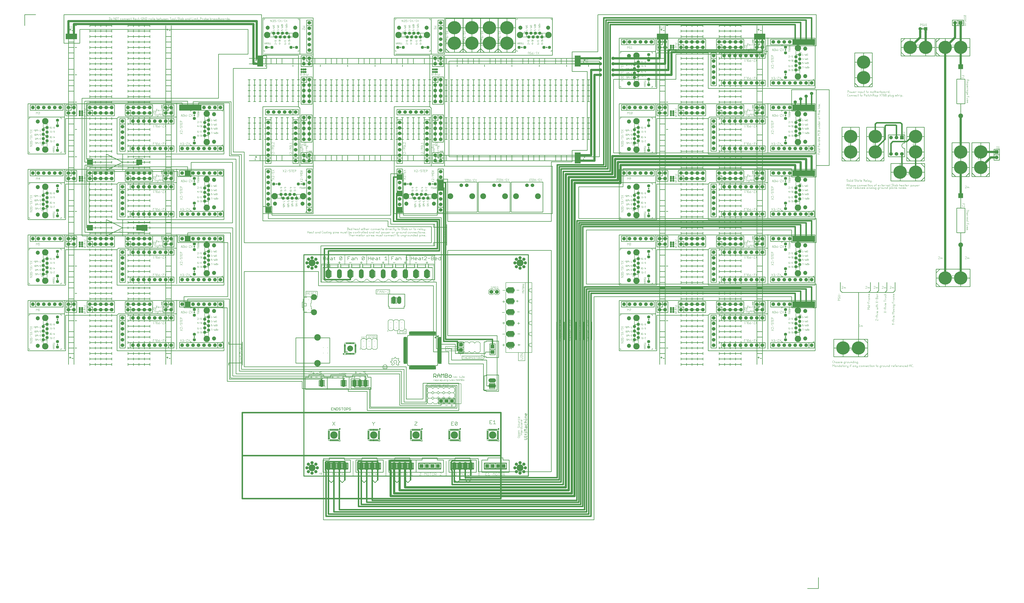
<source format=gbr>
G04 This is an RS-274x file exported by *
G04 gerbv version 2.7.0 *
G04 More information is available about gerbv at *
G04 http://gerbv.geda-project.org/ *
G04 --End of header info--*
%MOIN*%
%FSLAX36Y36*%
%IPPOS*%
G04 --Define apertures--*
%ADD10C,0.0001*%
%ADD11C,0.0100*%
%ADD12C,0.0060*%
%ADD13C,0.0870*%
%ADD14C,0.0080*%
%ADD15C,0.0720*%
%ADD16C,0.0580*%
%ADD17C,0.1261*%
%ADD18C,0.0030*%
%ADD19C,0.0070*%
%ADD20C,0.0050*%
%ADD21C,0.0040*%
%ADD22C,0.0136*%
%ADD23C,0.1339*%
%ADD24C,0.0140*%
%ADD25C,0.0160*%
%ADD26C,0.0792*%
%ADD27C,0.0250*%
%ADD28C,0.0090*%
%ADD29C,0.1186*%
%ADD30C,0.0120*%
%ADD31C,0.0178*%
%ADD32C,0.0651*%
%ADD33C,0.0650*%
%ADD34C,0.1080*%
%ADD35C,0.0940*%
%ADD36C,0.0510*%
%ADD37C,0.0350*%
%ADD38C,0.0400*%
%ADD39C,0.0572*%
%ADD40C,0.1162*%
%ADD41C,0.0729*%
%ADD42C,0.0038*%
%ADD43C,0.0660*%
%ADD44C,0.1060*%
%ADD45C,0.0600*%
%ADD46C,0.2362*%
%ADD47C,0.0550*%
%ADD48C,0.0800*%
%ADD49C,0.0380*%
%ADD50C,0.1870*%
%ADD51C,0.0500*%
%ADD52C,0.0300*%
%ADD53C,0.0280*%
%ADD54C,0.2422*%
%ADD55C,0.0610*%
%ADD56C,0.0860*%
G04 --Start main section--*
G54D10*
G36*
G01X7550000Y7775000D02*
G01X7550000Y7875000D01*
G01X7655000Y7875000D01*
G01X7655000Y7775000D01*
G01X7550000Y7775000D01*
G37*
G36*
G01X6800000Y7675000D02*
G01X6800000Y7775000D01*
G01X6905000Y7775000D01*
G01X6905000Y7675000D01*
G01X6800000Y7675000D01*
G37*
G36*
G01X6800000Y7375000D02*
G01X6800000Y7475000D01*
G01X6905000Y7475000D01*
G01X6905000Y7375000D01*
G01X6800000Y7375000D01*
G37*
G36*
G01X7550000Y7875000D02*
G01X7550000Y7975000D01*
G01X7655000Y7975000D01*
G01X7655000Y7875000D01*
G01X7550000Y7875000D01*
G37*
G36*
G01X6800000Y7975000D02*
G01X6800000Y8075000D01*
G01X6905000Y8075000D01*
G01X6905000Y7975000D01*
G01X6800000Y7975000D01*
G37*
G36*
G01X2925000Y8050000D02*
G01X2925000Y8150000D01*
G01X3030000Y8150000D01*
G01X3030000Y8050000D01*
G01X2925000Y8050000D01*
G37*
G36*
G01X1140000Y8250000D02*
G01X1140000Y8350000D01*
G01X1245000Y8350000D01*
G01X1245000Y8250000D01*
G01X1140000Y8250000D01*
G37*
G36*
G01X2040000Y8250000D02*
G01X2040000Y8350000D01*
G01X2145000Y8350000D01*
G01X2145000Y8250000D01*
G01X2040000Y8250000D01*
G37*
G36*
G01X1140000Y7050000D02*
G01X1140000Y7150000D01*
G01X1245000Y7150000D01*
G01X1245000Y7050000D01*
G01X1140000Y7050000D01*
G37*
G36*
G01X2040000Y7050000D02*
G01X2040000Y7150000D01*
G01X2145000Y7150000D01*
G01X2145000Y7050000D01*
G01X2040000Y7050000D01*
G37*
G36*
G01X2135000Y7050000D02*
G01X2135000Y7150000D01*
G01X2240000Y7150000D01*
G01X2240000Y7050000D01*
G01X2135000Y7050000D01*
G37*
G36*
G01X2825000Y9350000D02*
G01X3230000Y9350000D01*
G01X3230000Y9250000D01*
G01X2825000Y9250000D01*
G01X2825000Y9350000D01*
G37*
G36*
G01X2925000Y6850000D02*
G01X2925000Y6950000D01*
G01X3030000Y6950000D01*
G01X3030000Y6850000D01*
G01X2925000Y6850000D01*
G37*
G36*
G01X4400000Y7375000D02*
G01X4400000Y7475000D01*
G01X4505000Y7475000D01*
G01X4505000Y7375000D01*
G01X4400000Y7375000D01*
G37*
G36*
G01X2925000Y5650000D02*
G01X2925000Y5750000D01*
G01X3030000Y5750000D01*
G01X3030000Y5650000D01*
G01X2925000Y5650000D01*
G37*
G36*
G01X4250000Y10150000D02*
G01X4250000Y10250000D01*
G01X4355000Y10250000D01*
G01X4355000Y10150000D01*
G01X4250000Y10150000D01*
G37*
G36*
G01X0850000Y10550000D02*
G01X0850000Y10650000D01*
G01X0955000Y10650000D01*
G01X0955000Y10550000D01*
G01X0850000Y10550000D01*
G37*
G36*
G01X0750000Y10550000D02*
G01X0750000Y10650000D01*
G01X0855000Y10650000D01*
G01X0855000Y10550000D01*
G01X0750000Y10550000D01*
G37*
G36*
G01X4250000Y10050000D02*
G01X4250000Y10150000D01*
G01X4355000Y10150000D01*
G01X4355000Y10050000D01*
G01X4250000Y10050000D01*
G37*
G36*
G01X11550000Y10550000D02*
G01X11550000Y10650000D01*
G01X11655000Y10650000D01*
G01X11655000Y10550000D01*
G01X11550000Y10550000D01*
G37*
G36*
G01X11650000Y10550000D02*
G01X11650000Y10650000D01*
G01X11755000Y10650000D01*
G01X11755000Y10550000D01*
G01X11650000Y10550000D01*
G37*
G36*
G01X13325000Y10550000D02*
G01X13325000Y10650000D01*
G01X13430000Y10650000D01*
G01X13430000Y10550000D01*
G01X13325000Y10550000D01*
G37*
G36*
G01X13425000Y10550000D02*
G01X13425000Y10650000D01*
G01X13530000Y10650000D01*
G01X13530000Y10550000D01*
G01X13425000Y10550000D01*
G37*
G36*
G01X10050000Y10150000D02*
G01X10050000Y10250000D01*
G01X10155000Y10250000D01*
G01X10155000Y10150000D01*
G01X10050000Y10150000D01*
G37*
G36*
G01X10050000Y10050000D02*
G01X10050000Y10150000D01*
G01X10155000Y10150000D01*
G01X10155000Y10050000D01*
G01X10050000Y10050000D01*
G37*
G36*
G01X10050000Y8375000D02*
G01X10050000Y8475000D01*
G01X10155000Y8475000D01*
G01X10155000Y8375000D01*
G01X10050000Y8375000D01*
G37*
G36*
G01X10050000Y8275000D02*
G01X10050000Y8375000D01*
G01X10155000Y8375000D01*
G01X10155000Y8275000D01*
G01X10050000Y8275000D01*
G37*
G36*
G01X14325000Y10450000D02*
G01X14325000Y10550000D01*
G01X14430000Y10550000D01*
G01X14430000Y10450000D01*
G01X14325000Y10450000D01*
G37*
G36*
G01X14225000Y10450000D02*
G01X14225000Y10550000D01*
G01X14330000Y10550000D01*
G01X14330000Y10450000D01*
G01X14225000Y10450000D01*
G37*
G36*
G01X14125000Y10450000D02*
G01X14125000Y10550000D01*
G01X14230000Y10550000D01*
G01X14230000Y10450000D01*
G01X14125000Y10450000D01*
G37*
G36*
G01X14025000Y10450000D02*
G01X14025000Y10550000D01*
G01X14130000Y10550000D01*
G01X14130000Y10450000D01*
G01X14025000Y10450000D01*
G37*
G36*
G01X14325000Y8050000D02*
G01X14325000Y8150000D01*
G01X14430000Y8150000D01*
G01X14430000Y8050000D01*
G01X14325000Y8050000D01*
G37*
G36*
G01X14225000Y8050000D02*
G01X14225000Y8150000D01*
G01X14330000Y8150000D01*
G01X14330000Y8050000D01*
G01X14225000Y8050000D01*
G37*
G36*
G01X14125000Y8050000D02*
G01X14125000Y8150000D01*
G01X14230000Y8150000D01*
G01X14230000Y8050000D01*
G01X14125000Y8050000D01*
G37*
G36*
G01X14325000Y9250000D02*
G01X14325000Y9350000D01*
G01X14430000Y9350000D01*
G01X14430000Y9250000D01*
G01X14325000Y9250000D01*
G37*
G36*
G01X14225000Y9250000D02*
G01X14225000Y9350000D01*
G01X14330000Y9350000D01*
G01X14330000Y9250000D01*
G01X14225000Y9250000D01*
G37*
G36*
G01X14125000Y9250000D02*
G01X14125000Y9350000D01*
G01X14230000Y9350000D01*
G01X14230000Y9250000D01*
G01X14125000Y9250000D01*
G37*
G36*
G01X14025000Y8050000D02*
G01X14025000Y8150000D01*
G01X14130000Y8150000D01*
G01X14130000Y8050000D01*
G01X14025000Y8050000D01*
G37*
G36*
G01X14025000Y9250000D02*
G01X14025000Y9350000D01*
G01X14130000Y9350000D01*
G01X14130000Y9250000D01*
G01X14025000Y9250000D01*
G37*
G36*
G01X14325000Y6850000D02*
G01X14325000Y6950000D01*
G01X14430000Y6950000D01*
G01X14430000Y6850000D01*
G01X14325000Y6850000D01*
G37*
G36*
G01X14325000Y5650000D02*
G01X14325000Y5750000D01*
G01X14430000Y5750000D01*
G01X14430000Y5650000D01*
G01X14325000Y5650000D01*
G37*
G36*
G01X14225000Y6850000D02*
G01X14225000Y6950000D01*
G01X14330000Y6950000D01*
G01X14330000Y6850000D01*
G01X14225000Y6850000D01*
G37*
G36*
G01X14225000Y5650000D02*
G01X14225000Y5750000D01*
G01X14330000Y5750000D01*
G01X14330000Y5650000D01*
G01X14225000Y5650000D01*
G37*
G36*
G01X14125000Y5650000D02*
G01X14125000Y5750000D01*
G01X14230000Y5750000D01*
G01X14230000Y5650000D01*
G01X14125000Y5650000D01*
G37*
G36*
G01X14025000Y5650000D02*
G01X14025000Y5750000D01*
G01X14130000Y5750000D01*
G01X14130000Y5650000D01*
G01X14025000Y5650000D01*
G37*
G36*
G01X14125000Y6850000D02*
G01X14125000Y6950000D01*
G01X14230000Y6950000D01*
G01X14230000Y6850000D01*
G01X14125000Y6850000D01*
G37*
G36*
G01X14025000Y6850000D02*
G01X14025000Y6950000D01*
G01X14130000Y6950000D01*
G01X14130000Y6850000D01*
G01X14025000Y6850000D01*
G37*
G54D11*
G01X7750000Y10150000D02*
G01X7750000Y8400000D01*
G01X0000000Y11000000D02*
G01X0200000Y11000000D01*
G01X0000000Y11000000D02*
G01X0000000Y10800000D01*
G01X7750000Y8400000D02*
G01X10500000Y8400000D01*
G01X10500000Y10150000D02*
G01X7750000Y10150000D01*
G01X10500000Y8400000D02*
G01X10500000Y10150000D01*
G01X10070000Y5375000D02*
G01X10070000Y5050000D01*
G01X10210000Y5375000D02*
G01X10210000Y5050000D01*
G01X9855000Y5375000D02*
G01X9855000Y5050000D01*
G01X9715000Y5375000D02*
G01X9715000Y5050000D01*
G01X10360000Y5375000D02*
G01X10360000Y5050000D01*
G54D12*
G01X9216180Y5134720D02*
G01X9266180Y5119720D01*
G01X9216180Y5174720D02*
G01X9216180Y5134720D01*
G01X9216180Y5174720D02*
G01X9266180Y5189720D01*
G54D13*
G01X8831680Y5154720D02*
G01X8910680Y5154720D01*
G01X8831680Y5354720D02*
G01X8910680Y5354720D01*
G01X8831680Y5554720D02*
G01X8910680Y5554720D01*
G54D12*
G01X9266180Y6094720D02*
G01X9266180Y5789720D01*
G54D14*
G01X8476180Y5949720D02*
G01X8476180Y5899710D01*
G01X8476180Y5899710D02*
G01X8501180Y5874720D01*
G01X8501180Y5874720D02*
G01X8551180Y5874720D01*
G54D15*
G01X8526180Y5924720D03*
G54D14*
G01X8551180Y5874720D02*
G01X8576180Y5899710D01*
G01X8576180Y5899710D02*
G01X8601180Y5874720D01*
G01X8601180Y5874720D02*
G01X8651180Y5874720D01*
G54D13*
G01X8831680Y5754720D02*
G01X8910680Y5754720D01*
G54D14*
G01X8651180Y5874720D02*
G01X8676180Y5899710D01*
G01X8676180Y5949720D02*
G01X8676180Y5899710D01*
G01X8651180Y5974720D02*
G01X8676180Y5949720D01*
G01X8601180Y5974720D02*
G01X8651180Y5974720D01*
G54D15*
G01X8626180Y5924720D03*
G54D14*
G01X8576180Y5949720D02*
G01X8601180Y5974720D01*
G54D13*
G01X8831680Y5954720D02*
G01X8910680Y5954720D01*
G54D14*
G01X8551180Y5974720D02*
G01X8576180Y5949720D01*
G01X8501180Y5974720D02*
G01X8551180Y5974720D01*
G01X8476180Y5949720D02*
G01X8501180Y5974720D01*
G54D16*
G01X9051180Y6359710D03*
G01X8983680Y6387220D03*
G01X8956180Y6454720D03*
G01X9146180Y6454720D03*
G01X8983680Y6522220D03*
G01X9051180Y6549720D03*
G01X9118680Y6522220D03*
G01X9118680Y6387220D03*
G54D17*
G01X9051180Y6454720D03*
G54D18*
G01X9090680Y5906210D02*
G01X9100380Y5915930D01*
G01X9090680Y5925610D02*
G01X9100380Y5915930D01*
G01X9090680Y5925610D02*
G01X9119680Y5925610D01*
G01X9114880Y5935720D02*
G01X9119680Y5940510D01*
G01X9100380Y5935720D02*
G01X9105180Y5940510D01*
G01X9095480Y5935720D02*
G01X9100380Y5935720D01*
G01X9090680Y5940510D02*
G01X9095480Y5935720D01*
G54D19*
G01X8990780Y5955930D02*
G01X9032880Y5955930D01*
G54D18*
G01X9090680Y5906210D02*
G01X9119680Y5906210D01*
G01X9119680Y5950220D02*
G01X9119680Y5940510D01*
G01X9114880Y5955020D02*
G01X9119680Y5950220D01*
G01X9109980Y5955020D02*
G01X9114880Y5955020D01*
G01X9105180Y5950220D02*
G01X9109980Y5955020D01*
G01X9105180Y5950220D02*
G01X9105180Y5940510D01*
G01X9090680Y5950220D02*
G01X9090680Y5940510D01*
G01X9090680Y5950220D02*
G01X9095480Y5955020D01*
G01X9090680Y5984520D02*
G01X9090680Y5965220D01*
G01X9090680Y5974810D02*
G01X9119680Y5974810D01*
G01X9119680Y6009110D02*
G01X9119680Y5994610D01*
G01X9114880Y6014020D02*
G01X9119680Y6009110D01*
G01X9109980Y6014020D02*
G01X9114880Y6014020D01*
G01X9105180Y6009110D02*
G01X9109980Y6014020D01*
G01X9105180Y6009110D02*
G01X9105180Y5994610D01*
G01X9090680Y5994610D02*
G01X9119680Y5994610D01*
G01X9090680Y6009110D02*
G01X9090680Y5994610D01*
G01X9090680Y6009110D02*
G01X9095480Y6014020D01*
G01X9095480Y6014020D02*
G01X9100380Y6014020D01*
G01X9100380Y6014020D02*
G01X9105180Y6009110D01*
G01X9105180Y6043410D02*
G01X9105180Y6024120D01*
G01X9100380Y6043410D02*
G01X9119680Y6043410D01*
G01X9100380Y6024120D02*
G01X9119680Y6024120D01*
G01X9114880Y6053620D02*
G01X9119680Y6058430D01*
G01X9119680Y6068120D02*
G01X9119680Y6058430D01*
G01X9105180Y6053620D02*
G01X9114880Y6053620D01*
G01X9114880Y6072930D02*
G01X9119680Y6068120D01*
G01X9109980Y6072930D02*
G01X9114880Y6072930D01*
G01X9105180Y6068120D02*
G01X9109980Y6072930D01*
G01X9105180Y6068120D02*
G01X9105180Y6053620D01*
G01X9095480Y6063210D02*
G01X9105180Y6053620D01*
G01X9090680Y6072930D02*
G01X9095480Y6063210D01*
G01X9090680Y6033820D02*
G01X9100380Y6043410D01*
G01X9090680Y6033820D02*
G01X9100380Y6024120D01*
G54D19*
G01X9006580Y5156720D02*
G01X9048580Y5156720D01*
G01X9023680Y5370620D02*
G01X9023680Y5328620D01*
G01X9002680Y5349620D02*
G01X9044680Y5349620D01*
G54D12*
G01X8729180Y5152320D02*
G01X8771880Y5152320D01*
G54D19*
G01X8998680Y5558320D02*
G01X9040780Y5558320D01*
G01X8999680Y5776120D02*
G01X8999680Y5734120D01*
G01X8978680Y5755120D02*
G01X9020780Y5755120D01*
G54D12*
G01X9266180Y4814720D02*
G01X9266180Y5789720D01*
G54D20*
G01X8848680Y4892220D02*
G01X8863680Y4877220D01*
G54D13*
G01X8831680Y4954720D02*
G01X8910680Y4954720D01*
G54D12*
G01X8791180Y5129720D02*
G01X8791180Y4979720D01*
G01X8729880Y4953320D02*
G01X8772580Y4953320D01*
G01X8751180Y4974720D02*
G01X8751180Y4932020D01*
G01X9216180Y4934720D02*
G01X9266180Y4919720D01*
G01X9216180Y4974720D02*
G01X9216180Y4934720D01*
G01X9216180Y4974720D02*
G01X9266180Y4989720D01*
G01X8791180Y4929720D02*
G01X8791180Y4814720D01*
G01X8791180Y4814720D02*
G01X9266180Y4814720D01*
G54D20*
G01X8893680Y4907320D02*
G01X8893680Y4877220D01*
G01X8848680Y4892220D02*
G01X8893680Y4892220D01*
G54D12*
G01X9216180Y5334720D02*
G01X9266180Y5319720D01*
G01X9216180Y5374720D02*
G01X9216180Y5334720D01*
G01X9216180Y5374720D02*
G01X9266180Y5389720D01*
G01X9216180Y5534720D02*
G01X9266180Y5519720D01*
G01X9216180Y5574720D02*
G01X9266180Y5589720D01*
G01X9216180Y5734720D02*
G01X9266180Y5719720D01*
G01X9216180Y5774720D02*
G01X9266180Y5789720D01*
G01X9216180Y5574720D02*
G01X9216180Y5534720D01*
G01X9216180Y5774720D02*
G01X9216180Y5734720D01*
G01X9216180Y5974720D02*
G01X9216180Y5934720D01*
G01X9146180Y6094720D02*
G01X9146180Y4814720D01*
G01X9216180Y5934720D02*
G01X9266180Y5919720D01*
G01X9216180Y5974720D02*
G01X9266180Y5989720D01*
G01X9266180Y6094720D02*
G01X8791180Y6094720D01*
G01X8791180Y6094720D02*
G01X8791180Y5979720D01*
G01X8732480Y5951520D02*
G01X8775180Y5951520D01*
G01X8791180Y5929720D02*
G01X8791180Y5779720D01*
G01X8730580Y5746620D02*
G01X8773280Y5746620D01*
G01X8751880Y5768020D02*
G01X8751880Y5725320D01*
G01X8791180Y5729720D02*
G01X8791180Y5579720D01*
G01X8724580Y5550320D02*
G01X8767280Y5550320D01*
G01X8730980Y5354430D02*
G01X8773680Y5354430D01*
G01X8752380Y5375820D02*
G01X8752380Y5333120D01*
G01X8791180Y5529720D02*
G01X8791180Y5379720D01*
G01X8791180Y5329720D02*
G01X8791180Y5179720D01*
G01X7946880Y5011930D02*
G01X7996880Y5011930D01*
G01X7996880Y5011930D02*
G01X8021880Y4986930D01*
G01X8021880Y4986930D02*
G01X8046880Y5011930D01*
G01X8046880Y5011930D02*
G01X8096880Y5011930D01*
G01X8096880Y5011930D02*
G01X8121880Y4986930D01*
G01X8146880Y4811930D02*
G01X8196880Y4811930D01*
G01X8121880Y4836930D02*
G01X8146880Y4811930D01*
G01X8096880Y4811930D02*
G01X8121880Y4836930D01*
G01X8046880Y4811930D02*
G01X8096880Y4811930D01*
G01X8021880Y4836930D02*
G01X8046880Y4811930D01*
G01X7996880Y4811930D02*
G01X8021880Y4836930D01*
G01X7946880Y4811930D02*
G01X7996880Y4811930D01*
G01X7921880Y4836930D02*
G01X7946880Y4811930D01*
G01X7921880Y4986930D02*
G01X7921880Y4836930D01*
G01X7921880Y4986930D02*
G01X7946880Y5011930D01*
G54D15*
G01X7971880Y4861930D03*
G01X7971880Y4961930D03*
G54D12*
G01X8121880Y4986930D02*
G01X8146880Y5011930D01*
G01X8146880Y5011930D02*
G01X8196880Y5011930D01*
G01X8196880Y5011930D02*
G01X8221880Y4986930D01*
G01X8221880Y4986930D02*
G01X8246880Y5011930D01*
G01X8246880Y5011930D02*
G01X8296880Y5011930D01*
G01X8296880Y5011930D02*
G01X8321880Y4986930D01*
G01X8321880Y4986930D02*
G01X8321880Y4836930D01*
G54D11*
G01X8392580Y5012430D02*
G01X8392580Y4737430D01*
G54D14*
G01X8351180Y4772220D02*
G01X8353680Y4772220D01*
G54D11*
G01X8655080Y5024930D02*
G01X8655080Y4724930D01*
G01X8430080Y5024930D02*
G01X8655080Y5024930D01*
G01X8430080Y5024930D02*
G01X8430080Y5012430D01*
G01X8392580Y5012430D02*
G01X8430080Y5012430D01*
G54D12*
G01X8296880Y4811930D02*
G01X8321880Y4836930D01*
G01X8246880Y4811930D02*
G01X8296880Y4811930D01*
G01X8221880Y4836930D02*
G01X8246880Y4811930D01*
G01X8196880Y4811930D02*
G01X8221880Y4836930D01*
G54D21*
G01X8358380Y4704220D02*
G01X8364080Y4709930D01*
G01X8347080Y4704220D02*
G01X8358380Y4704220D01*
G01X8341380Y4709930D02*
G01X8347080Y4704220D01*
G01X8347080Y4721220D02*
G01X8358380Y4721220D01*
G01X8358380Y4721220D02*
G01X8364080Y4715620D01*
G01X8364080Y4715620D02*
G01X8364080Y4709930D01*
G01X8341380Y4726930D02*
G01X8347080Y4721220D01*
G01X8341380Y4732620D02*
G01X8341380Y4726930D01*
G01X8341380Y4732620D02*
G01X8347080Y4738320D01*
G01X8347080Y4738320D02*
G01X8358380Y4738320D01*
G01X8358380Y4738320D02*
G01X8364080Y4732620D01*
G01X8329080Y4732620D02*
G01X8329080Y4721220D01*
G01X8323480Y4715620D02*
G01X8329080Y4721220D01*
G01X8323480Y4738320D02*
G01X8329080Y4732620D01*
G54D14*
G01X8393680Y4732220D02*
G01X8393680Y4709720D01*
G54D11*
G01X8392580Y4737430D02*
G01X8430080Y4737430D01*
G01X8430080Y4737430D02*
G01X8430080Y4724930D01*
G54D14*
G01X8356180Y4672220D02*
G01X8393680Y4709720D01*
G01X8356180Y4692220D02*
G01X8356180Y4672220D01*
G01X8351180Y4772220D02*
G01X8351180Y4752220D01*
G01X8353680Y4772220D02*
G01X8393680Y4732220D01*
G54D21*
G01X8306380Y4715620D02*
G01X8323480Y4715620D01*
G01X8306380Y4738320D02*
G01X8306380Y4704220D01*
G01X8317780Y4715620D02*
G01X8329080Y4704220D01*
G01X8306380Y4738320D02*
G01X8323480Y4738320D01*
G01X8288480Y4738320D02*
G01X8294080Y4732620D01*
G01X8271480Y4732620D02*
G01X8277080Y4738320D01*
G01X8271480Y4709930D02*
G01X8277080Y4704220D01*
G01X8294080Y4732620D02*
G01X8294080Y4709930D01*
G01X8277080Y4738320D02*
G01X8288480Y4738320D01*
G01X8271480Y4732620D02*
G01X8271480Y4709930D01*
G01X8277080Y4704220D02*
G01X8288480Y4704220D01*
G01X8288480Y4704220D02*
G01X8294080Y4709930D01*
G54D11*
G01X8430080Y4724930D02*
G01X8655080Y4724930D01*
G54D21*
G01X8236480Y4738320D02*
G01X8259180Y4738320D01*
G01X8247780Y4738320D02*
G01X8247780Y4704220D01*
G01X8218480Y4704220D02*
G01X8224180Y4709930D01*
G01X8207080Y4704220D02*
G01X8218480Y4704220D01*
G01X8201480Y4709930D02*
G01X8207080Y4704220D01*
G01X8207080Y4721220D02*
G01X8218480Y4721220D01*
G01X8218480Y4721220D02*
G01X8224180Y4715620D01*
G01X8224180Y4715620D02*
G01X8224180Y4709930D01*
G01X8201480Y4726930D02*
G01X8207080Y4721220D01*
G01X8201480Y4732620D02*
G01X8201480Y4726930D01*
G01X8183780Y4738320D02*
G01X8183780Y4704220D01*
G01X8178080Y4704220D02*
G01X8189480Y4704220D01*
G01X8201480Y4732620D02*
G01X8207080Y4738320D01*
G01X8207080Y4738320D02*
G01X8218480Y4738320D01*
G01X8218480Y4738320D02*
G01X8224180Y4732620D01*
G01X8178080Y4738320D02*
G01X8189480Y4738320D01*
G01X8165780Y4738320D02*
G01X8165780Y4704220D01*
G01X8154480Y4726930D02*
G01X8165780Y4738320D01*
G01X8143180Y4738320D02*
G01X8154480Y4726930D01*
G01X8143180Y4738320D02*
G01X8143180Y4704220D01*
G01X8119480Y4715620D02*
G01X8130880Y4704220D01*
G01X8073180Y4704220D02*
G01X8095880Y4704220D01*
G54D14*
G01X7988680Y4692220D02*
G01X8356180Y4692220D01*
G54D21*
G01X8108180Y4715620D02*
G01X8125180Y4715620D01*
G01X8108180Y4738320D02*
G01X8108180Y4704220D01*
G01X8108180Y4738320D02*
G01X8125180Y4738320D01*
G01X8125180Y4738320D02*
G01X8130880Y4732620D01*
G01X8130880Y4732620D02*
G01X8130880Y4721220D01*
G01X8125180Y4715620D02*
G01X8130880Y4721220D01*
G01X8073180Y4738320D02*
G01X8073180Y4704220D01*
G01X8073180Y4738320D02*
G01X8095880Y4738320D01*
G01X8003180Y4738320D02*
G01X8025880Y4738320D01*
G54D14*
G01X7988680Y4752220D02*
G01X8351180Y4752220D01*
G54D21*
G01X8073180Y4721220D02*
G01X8084480Y4721220D01*
G01X8038180Y4721220D02*
G01X8060880Y4721220D01*
G01X8038180Y4738320D02*
G01X8038180Y4704220D01*
G01X8014480Y4738320D02*
G01X8014480Y4704220D01*
G01X8060880Y4738320D02*
G01X8060880Y4704220D01*
G54D14*
G01X7988680Y4752220D02*
G01X7988680Y4692220D01*
G54D12*
G01X8497880Y3507930D02*
G01X8540580Y3507930D01*
G01X8497880Y3572020D02*
G01X8540580Y3572020D01*
G01X8497880Y3572020D02*
G01X8497880Y3507930D01*
G01X8497880Y3540020D02*
G01X8519280Y3540020D01*
G01X8562380Y3507930D02*
G01X8605080Y3507930D01*
G01X8583680Y3572020D02*
G01X8583680Y3507930D01*
G01X8562380Y3550620D02*
G01X8583680Y3572020D01*
G54D20*
G01X8451180Y3404720D02*
G01X8651180Y3404720D01*
G54D22*
G01X8618380Y3411120D02*
G01X8621780Y3411120D01*
G01X8598680Y3411120D02*
G01X8602080Y3411120D01*
G01X8578980Y3411120D02*
G01X8582380Y3411120D01*
G01X8559280Y3411120D02*
G01X8562680Y3411120D01*
G01X8539680Y3411120D02*
G01X8543080Y3411120D01*
G01X8519980Y3411120D02*
G01X8523380Y3411120D01*
G01X8500280Y3411120D02*
G01X8503680Y3411120D01*
G01X8480580Y3411120D02*
G01X8483980Y3411120D01*
G54D11*
G01X8430080Y4104930D02*
G01X8655080Y4104930D01*
G01X8430080Y4117430D02*
G01X8430080Y4104930D01*
G01X8392580Y4117430D02*
G01X8430080Y4117430D01*
G01X8392580Y4392410D02*
G01X8392580Y4117430D01*
G01X8392580Y4392410D02*
G01X8430080Y4392410D01*
G01X8430080Y4404930D02*
G01X8430080Y4392410D01*
G01X8430080Y4404930D02*
G01X8655080Y4404930D01*
G54D15*
G01X8510580Y4304930D02*
G01X8574580Y4304930D01*
G01X8510580Y4204910D02*
G01X8574580Y4204910D01*
G54D11*
G01X8655080Y4404930D02*
G01X8655080Y4104930D01*
G54D12*
G01X8635380Y3204320D02*
G01X8635580Y3206820D01*
G01X8635380Y3204320D02*
G01X8635580Y3201810D01*
G01X8635580Y3206820D02*
G01X8636180Y3209220D01*
G01X8636180Y3209220D02*
G01X8637080Y3211520D01*
G01X8637080Y3211520D02*
G01X8638280Y3213620D01*
G01X8638280Y3213620D02*
G01X8639880Y3215520D01*
G01X8639880Y3215520D02*
G01X8641780Y3217220D01*
G01X8641780Y3217220D02*
G01X8643880Y3218520D01*
G01X8643880Y3218520D02*
G01X8646080Y3219520D01*
G01X8643880Y3190120D02*
G01X8646080Y3189120D01*
G01X8641780Y3191430D02*
G01X8643880Y3190120D01*
G01X8639880Y3193120D02*
G01X8641780Y3191430D01*
G01X8638280Y3195020D02*
G01X8639880Y3193120D01*
G01X8637080Y3197120D02*
G01X8638280Y3195020D01*
G01X8636180Y3199430D02*
G01X8637080Y3197120D01*
G01X8635580Y3201810D02*
G01X8636180Y3199430D01*
G01X8646080Y3219520D02*
G01X8648480Y3220220D01*
G01X8648480Y3220220D02*
G01X8650980Y3220520D01*
G01X8650980Y3220520D02*
G01X8653480Y3220430D01*
G01X8653480Y3220430D02*
G01X8655880Y3219930D01*
G01X8655880Y3219930D02*
G01X8658180Y3219120D01*
G54D22*
G01X8657580Y3237520D02*
G01X8657580Y3234120D01*
G01X8633780Y3234120D02*
G01X8657580Y3234120D01*
G54D12*
G01X8658180Y3219120D02*
G01X8660380Y3217930D01*
G01X8660380Y3217930D02*
G01X8662380Y3216430D01*
G01X8662380Y3216430D02*
G01X8664080Y3214620D01*
G01X8664080Y3214620D02*
G01X8665480Y3212620D01*
G01X8665480Y3212620D02*
G01X8666580Y3210430D01*
G01X8666580Y3210430D02*
G01X8667380Y3208020D01*
G01X8667380Y3208020D02*
G01X8667780Y3205520D01*
G01X8667780Y3205520D02*
G01X8667780Y3203120D01*
G01X8667380Y3200620D02*
G01X8667780Y3203120D01*
G01X8666580Y3198220D02*
G01X8667380Y3200620D01*
G01X8665480Y3196020D02*
G01X8666580Y3198220D01*
G01X8664080Y3194020D02*
G01X8665480Y3196020D01*
G01X8662380Y3192220D02*
G01X8664080Y3194020D01*
G01X8660380Y3190720D02*
G01X8662380Y3192220D01*
G01X8658180Y3189510D02*
G01X8660380Y3190720D01*
G54D22*
G01X8633780Y3237520D02*
G01X8657580Y3237520D01*
G01X8633780Y3257220D02*
G01X8633780Y3253820D01*
G01X8633780Y3257220D02*
G01X8657580Y3257220D01*
G01X8657580Y3257220D02*
G01X8657580Y3253820D01*
G01X8633780Y3253820D02*
G01X8657580Y3253820D01*
G01X8633780Y3276930D02*
G01X8633780Y3273520D01*
G01X8633780Y3276930D02*
G01X8657580Y3276930D01*
G01X8657580Y3276930D02*
G01X8657580Y3273520D01*
G01X8633780Y3273520D02*
G01X8657580Y3273520D01*
G01X8633780Y3293220D02*
G01X8657580Y3293220D01*
G01X8633780Y3296620D02*
G01X8657580Y3296620D01*
G01X8657580Y3296620D02*
G01X8657580Y3293220D01*
G01X8633780Y3316320D02*
G01X8657580Y3316320D01*
G01X8657580Y3316320D02*
G01X8657580Y3312930D01*
G01X8633780Y3312930D02*
G01X8657580Y3312930D01*
G01X8633780Y3336020D02*
G01X8657580Y3336020D01*
G01X8657580Y3336020D02*
G01X8657580Y3332620D01*
G01X8633780Y3332620D02*
G01X8657580Y3332620D01*
G01X8633780Y3355620D02*
G01X8657580Y3355620D01*
G01X8657580Y3355620D02*
G01X8657580Y3352220D01*
G01X8633780Y3352220D02*
G01X8657580Y3352220D01*
G01X8633780Y3375320D02*
G01X8657580Y3375320D01*
G01X8633780Y3371930D02*
G01X8657580Y3371930D01*
G01X8657580Y3375320D02*
G01X8657580Y3371930D01*
G54D12*
G01X7935380Y3204320D02*
G01X7935580Y3206820D01*
G01X7935580Y3206820D02*
G01X7936180Y3209220D01*
G01X7936180Y3209220D02*
G01X7937080Y3211520D01*
G01X7937080Y3211520D02*
G01X7938280Y3213620D01*
G01X7938280Y3213620D02*
G01X7939880Y3215520D01*
G01X7939880Y3215520D02*
G01X7941780Y3217220D01*
G01X7941780Y3217220D02*
G01X7943880Y3218520D01*
G01X7943880Y3218520D02*
G01X7946080Y3219520D01*
G01X7946080Y3219520D02*
G01X7948480Y3220220D01*
G54D22*
G01X7957580Y3375320D02*
G01X7957580Y3371930D01*
G54D20*
G01X8451180Y3204720D02*
G01X8651180Y3204720D01*
G54D22*
G01X8480580Y3211820D02*
G01X8483980Y3211820D01*
G01X8500280Y3211820D02*
G01X8503680Y3211820D01*
G01X8519980Y3211820D02*
G01X8523380Y3211820D01*
G01X8539680Y3211820D02*
G01X8543080Y3211820D01*
G01X8559280Y3222120D02*
G01X8562680Y3222120D01*
G01X8559280Y3211820D02*
G01X8562680Y3211820D01*
G01X8578980Y3222120D02*
G01X8582380Y3222120D01*
G01X8578980Y3211820D02*
G01X8582380Y3211820D01*
G01X8598680Y3222120D02*
G01X8602080Y3222120D01*
G01X8598680Y3211820D02*
G01X8602080Y3211820D01*
G01X8618380Y3222120D02*
G01X8621780Y3222120D01*
G01X8618380Y3211820D02*
G01X8621780Y3211820D01*
G01X8633780Y3237520D02*
G01X8633780Y3234120D01*
G01X8633780Y3296620D02*
G01X8633780Y3293220D01*
G01X8633780Y3316320D02*
G01X8633780Y3312930D01*
G01X8633780Y3336020D02*
G01X8633780Y3332620D01*
G01X8633780Y3355620D02*
G01X8633780Y3352220D01*
G01X8633780Y3375320D02*
G01X8633780Y3371930D01*
G54D23*
G01X8551180Y3304720D03*
G54D20*
G01X8451180Y3404720D02*
G01X8451180Y3204720D01*
G54D22*
G01X8444780Y3336020D02*
G01X8468580Y3336020D01*
G01X8468580Y3336020D02*
G01X8468580Y3332620D01*
G01X8444780Y3332620D02*
G01X8468580Y3332620D01*
G01X8444780Y3316320D02*
G01X8468580Y3316320D01*
G01X8468580Y3316320D02*
G01X8468580Y3312930D01*
G01X8444780Y3312930D02*
G01X8468580Y3312930D01*
G01X8444780Y3296620D02*
G01X8468580Y3296620D01*
G01X8444780Y3375320D02*
G01X8444780Y3371930D01*
G01X8444780Y3355620D02*
G01X8444780Y3352220D01*
G01X8444780Y3336020D02*
G01X8444780Y3332620D01*
G01X8444780Y3316320D02*
G01X8444780Y3312930D01*
G01X8444780Y3375320D02*
G01X8468580Y3375320D01*
G01X8468580Y3375320D02*
G01X8468580Y3371930D01*
G01X8444780Y3371930D02*
G01X8468580Y3371930D01*
G01X8444780Y3355620D02*
G01X8468580Y3355620D01*
G01X8468580Y3355620D02*
G01X8468580Y3352220D01*
G01X8444780Y3352220D02*
G01X8468580Y3352220D01*
G01X8444780Y3296620D02*
G01X8444780Y3293220D01*
G01X8444780Y3276930D02*
G01X8444780Y3273520D01*
G01X8444780Y3257220D02*
G01X8444780Y3253820D01*
G01X8468580Y3296620D02*
G01X8468580Y3293220D01*
G01X8444780Y3293220D02*
G01X8468580Y3293220D01*
G01X8444780Y3276930D02*
G01X8468580Y3276930D01*
G01X8468580Y3276930D02*
G01X8468580Y3273520D01*
G01X8444780Y3273520D02*
G01X8468580Y3273520D01*
G01X8444780Y3257220D02*
G01X8468580Y3257220D01*
G01X8468580Y3257220D02*
G01X8468580Y3253820D01*
G01X8444780Y3253820D02*
G01X8468580Y3253820D01*
G54D20*
G01X8651180Y3404720D02*
G01X8651180Y3204720D01*
G54D24*
G01X8649180Y3417220D02*
G01X8649380Y3418820D01*
G01X8649380Y3418820D02*
G01X8649880Y3420320D01*
G01X8649880Y3420320D02*
G01X8650780Y3421720D01*
G01X8650780Y3421720D02*
G01X8651980Y3422820D01*
G01X8651980Y3422820D02*
G01X8653380Y3423620D01*
G01X8653380Y3423620D02*
G01X8654980Y3424120D01*
G01X8654980Y3424120D02*
G01X8656580Y3424220D01*
G01X8656580Y3424220D02*
G01X8658180Y3423930D01*
G01X8658180Y3423930D02*
G01X8659680Y3423320D01*
G01X8659680Y3423320D02*
G01X8660980Y3422320D01*
G01X8660980Y3422320D02*
G01X8661980Y3421020D01*
G01X8661980Y3421020D02*
G01X8662780Y3419620D01*
G01X8662780Y3419620D02*
G01X8663180Y3418020D01*
G01X8663180Y3418020D02*
G01X8663180Y3416430D01*
G01X8662780Y3414820D02*
G01X8663180Y3416430D01*
G01X8661980Y3413430D02*
G01X8662780Y3414820D01*
G01X8660980Y3412120D02*
G01X8661980Y3413430D01*
G01X8659680Y3411120D02*
G01X8660980Y3412120D01*
G01X8658180Y3410520D02*
G01X8659680Y3411120D01*
G01X8656580Y3410220D02*
G01X8658180Y3410520D01*
G01X8654980Y3410320D02*
G01X8656580Y3410220D01*
G01X8653380Y3410820D02*
G01X8654980Y3410320D01*
G01X8651980Y3411620D02*
G01X8653380Y3410820D01*
G01X8650780Y3412720D02*
G01X8651980Y3411620D01*
G01X8649880Y3414120D02*
G01X8650780Y3412720D01*
G01X8649380Y3415620D02*
G01X8649880Y3414120D01*
G01X8649180Y3417220D02*
G01X8649380Y3415620D01*
G54D22*
G01X8444780Y3237520D02*
G01X8444780Y3234120D01*
G01X8444780Y3237520D02*
G01X8468580Y3237520D01*
G01X8444780Y3234120D02*
G01X8468580Y3234120D01*
G01X8468580Y3237520D02*
G01X8468580Y3234120D01*
G01X8480580Y3222120D02*
G01X8483980Y3222120D01*
G01X8480580Y3198320D02*
G01X8483980Y3198320D01*
G01X8480580Y3222120D02*
G01X8480580Y3198320D01*
G01X8483980Y3222120D02*
G01X8483980Y3198320D01*
G01X8500280Y3198320D02*
G01X8503680Y3198320D01*
G01X8500280Y3222120D02*
G01X8500280Y3198320D01*
G01X8500280Y3222120D02*
G01X8503680Y3222120D01*
G01X8503680Y3222120D02*
G01X8503680Y3198320D01*
G01X8519980Y3198320D02*
G01X8523380Y3198320D01*
G01X8519980Y3222120D02*
G01X8519980Y3198320D01*
G01X8523380Y3222120D02*
G01X8523380Y3198320D01*
G01X8519980Y3222120D02*
G01X8523380Y3222120D01*
G01X8539680Y3198320D02*
G01X8543080Y3198320D01*
G01X8539680Y3222120D02*
G01X8539680Y3198320D01*
G01X8539680Y3222120D02*
G01X8543080Y3222120D01*
G01X8543080Y3222120D02*
G01X8543080Y3198320D01*
G01X8559280Y3198320D02*
G01X8562680Y3198320D01*
G01X8578980Y3198320D02*
G01X8582380Y3198320D01*
G01X8598680Y3198320D02*
G01X8602080Y3198320D01*
G01X8618380Y3198320D02*
G01X8621780Y3198320D01*
G01X8559280Y3222120D02*
G01X8559280Y3198320D01*
G01X8562680Y3222120D02*
G01X8562680Y3198320D01*
G01X8578980Y3222120D02*
G01X8578980Y3198320D01*
G01X8582380Y3222120D02*
G01X8582380Y3198320D01*
G01X8598680Y3222120D02*
G01X8598680Y3198320D01*
G01X8602080Y3222120D02*
G01X8602080Y3198320D01*
G01X8618380Y3222120D02*
G01X8618380Y3198320D01*
G01X8621780Y3222120D02*
G01X8621780Y3198320D01*
G01X8618380Y3387320D02*
G01X8621780Y3387320D01*
G01X8618380Y3411120D02*
G01X8618380Y3387320D01*
G01X8621780Y3411120D02*
G01X8621780Y3387320D01*
G01X8618380Y3400820D02*
G01X8621780Y3400820D01*
G01X8602080Y3411120D02*
G01X8602080Y3387320D01*
G01X8598680Y3387320D02*
G01X8602080Y3387320D01*
G01X8598680Y3411120D02*
G01X8598680Y3387320D01*
G01X8598680Y3400820D02*
G01X8602080Y3400820D01*
G01X8582380Y3411120D02*
G01X8582380Y3387320D01*
G01X8578980Y3400820D02*
G01X8582380Y3400820D01*
G01X8578980Y3387320D02*
G01X8582380Y3387320D01*
G01X8578980Y3411120D02*
G01X8578980Y3387320D01*
G01X8562680Y3411120D02*
G01X8562680Y3387320D01*
G01X8559280Y3387320D02*
G01X8562680Y3387320D01*
G01X8559280Y3411120D02*
G01X8559280Y3387320D01*
G01X8559280Y3400820D02*
G01X8562680Y3400820D01*
G01X8539680Y3387320D02*
G01X8543080Y3387320D01*
G01X8539680Y3411120D02*
G01X8539680Y3387320D01*
G01X8543080Y3411120D02*
G01X8543080Y3387320D01*
G01X8539680Y3400820D02*
G01X8543080Y3400820D01*
G01X8519980Y3387320D02*
G01X8523380Y3387320D01*
G01X8519980Y3411120D02*
G01X8519980Y3387320D01*
G01X8523380Y3411120D02*
G01X8523380Y3387320D01*
G01X8519980Y3400820D02*
G01X8523380Y3400820D01*
G01X8503680Y3411120D02*
G01X8503680Y3387320D01*
G01X8500280Y3387320D02*
G01X8503680Y3387320D01*
G01X8500280Y3411120D02*
G01X8500280Y3387320D01*
G01X8500280Y3400820D02*
G01X8503680Y3400820D01*
G01X8483980Y3411120D02*
G01X8483980Y3387320D01*
G01X8480580Y3400820D02*
G01X8483980Y3400820D01*
G01X8480580Y3387320D02*
G01X8483980Y3387320D01*
G01X8480580Y3411120D02*
G01X8480580Y3387320D01*
G54D12*
G01X7797080Y3482930D02*
G01X7839780Y3482930D01*
G01X7797080Y3547020D02*
G01X7839780Y3547020D01*
G01X7797080Y3547020D02*
G01X7797080Y3482930D01*
G01X7797080Y3515020D02*
G01X7818470Y3515020D01*
G01X7861570Y3493620D02*
G01X7904280Y3536320D01*
G01X7904280Y3536320D02*
G01X7904280Y3493620D01*
G01X7861570Y3536320D02*
G01X7861570Y3493620D01*
G01X7861570Y3536320D02*
G01X7872180Y3547020D01*
G01X7872180Y3547020D02*
G01X7893570Y3547020D01*
G01X7893570Y3547020D02*
G01X7904280Y3536320D01*
G01X7872180Y3482930D02*
G01X7893570Y3482930D01*
G01X7861570Y3493620D02*
G01X7872180Y3482930D01*
G01X7893570Y3482930D02*
G01X7904280Y3493620D01*
G54D24*
G01X7949180Y3417220D02*
G01X7949380Y3418820D01*
G01X7949380Y3418820D02*
G01X7949880Y3420320D01*
G01X7949880Y3420320D02*
G01X7950780Y3421720D01*
G01X7950780Y3421720D02*
G01X7951980Y3422820D01*
G01X7951980Y3422820D02*
G01X7953380Y3423620D01*
G01X7953380Y3423620D02*
G01X7954980Y3424120D01*
G01X7954980Y3424120D02*
G01X7956580Y3424220D01*
G01X7956580Y3424220D02*
G01X7958180Y3423930D01*
G01X7958180Y3423930D02*
G01X7959680Y3423320D01*
G01X7959680Y3423320D02*
G01X7960980Y3422320D01*
G01X7960980Y3422320D02*
G01X7961980Y3421020D01*
G01X7961980Y3421020D02*
G01X7962780Y3419620D01*
G01X7962780Y3419620D02*
G01X7963180Y3418020D01*
G01X7963180Y3418020D02*
G01X7963180Y3416430D01*
G01X7962780Y3414820D02*
G01X7963180Y3416430D01*
G01X7961980Y3413430D02*
G01X7962780Y3414820D01*
G01X7960980Y3412120D02*
G01X7961980Y3413430D01*
G01X7959680Y3411120D02*
G01X7960980Y3412120D01*
G01X7958180Y3410520D02*
G01X7959680Y3411120D01*
G01X7956580Y3410220D02*
G01X7958180Y3410520D01*
G01X7954980Y3410320D02*
G01X7956580Y3410220D01*
G54D22*
G01X7918380Y3411120D02*
G01X7921770Y3411120D01*
G01X7898680Y3411120D02*
G01X7902080Y3411120D01*
G01X7878980Y3411120D02*
G01X7882380Y3411120D01*
G01X7859270Y3411120D02*
G01X7862670Y3411120D01*
G01X7839680Y3411120D02*
G01X7843080Y3411120D01*
G01X7819980Y3411120D02*
G01X7823380Y3411120D01*
G54D14*
G01X7756180Y4155320D02*
G01X7781170Y4180310D01*
G01X7781170Y4180310D02*
G01X7831180Y4180310D01*
G01X7831180Y4180310D02*
G01X7856180Y4155320D01*
G01X7856180Y4155320D02*
G01X7856180Y4105320D01*
G01X7831180Y4080320D02*
G01X7856180Y4105320D01*
G01X7781170Y4080320D02*
G01X7831180Y4080320D01*
G01X7756180Y4105320D02*
G01X7781170Y4080320D01*
G01X7756180Y4055310D02*
G01X7781170Y4080320D01*
G01X7831180Y4080320D02*
G01X7856180Y4055310D01*
G01X7856180Y4055310D02*
G01X7856180Y4005320D01*
G01X7856180Y3955320D02*
G01X7856180Y3905320D01*
G01X7831180Y3880320D02*
G01X7856180Y3905320D01*
G01X7831180Y3980320D02*
G01X7856180Y4005320D01*
G01X7781170Y3980320D02*
G01X7831180Y3980320D01*
G01X7756180Y4005320D02*
G01X7781170Y3980320D01*
G01X7831180Y3980320D02*
G01X7856180Y3955320D01*
G01X7756180Y3955320D02*
G01X7781170Y3980320D01*
G01X7781170Y3880320D02*
G01X7831180Y3880320D01*
G01X7756180Y3905320D02*
G01X7781170Y3880320D01*
G54D22*
G01X7800280Y3411120D02*
G01X7803680Y3411120D01*
G01X7780580Y3411120D02*
G01X7783980Y3411120D01*
G54D14*
G01X7973680Y4244710D02*
G01X7973680Y3879720D01*
G54D24*
G01X7953380Y3410820D02*
G01X7954980Y3410320D01*
G01X7951980Y3411620D02*
G01X7953380Y3410820D01*
G01X7950780Y3412720D02*
G01X7951980Y3411620D01*
G01X7949880Y3414120D02*
G01X7950780Y3412720D01*
G01X7949380Y3415620D02*
G01X7949880Y3414120D01*
G01X7949180Y3417220D02*
G01X7949380Y3415620D01*
G54D18*
G01X8007980Y4313220D02*
G01X8012780Y4318120D01*
G01X7997880Y4322930D02*
G01X7997880Y4318120D01*
G01X7997880Y4308430D02*
G01X7997880Y4303610D01*
G01X8012780Y4318120D02*
G01X8022480Y4318120D01*
G01X8022480Y4318120D02*
G01X8027280Y4313220D01*
G01X8019180Y4356220D02*
G01X8028780Y4356220D01*
G01X8019180Y4375620D02*
G01X8028780Y4375620D01*
G01X8027280Y4313220D02*
G01X8027280Y4303610D01*
G01X8022480Y4298720D02*
G01X8027280Y4303610D01*
G01X8012780Y4298720D02*
G01X8022480Y4298720D01*
G01X8007980Y4303610D02*
G01X8012780Y4298720D01*
G01X8007980Y4313220D02*
G01X8007980Y4303610D01*
G01X7999380Y4385320D02*
G01X8004180Y4380430D01*
G01X8004180Y4380430D02*
G01X8004180Y4375620D01*
G01X8014280Y4361120D02*
G01X8019180Y4356220D01*
G01X8014280Y4370720D02*
G01X8019180Y4375620D01*
G01X8014280Y4370720D02*
G01X8014280Y4361120D01*
G01X8014280Y4365910D02*
G01X8033680Y4365910D01*
G01X8033680Y4370720D02*
G01X8033680Y4365910D01*
G01X8028780Y4375620D02*
G01X8033680Y4370720D01*
G54D22*
G01X7768570Y3375320D02*
G01X7768570Y3371930D01*
G01X7768570Y3355620D02*
G01X7768570Y3352220D01*
G01X7768570Y3336020D02*
G01X7768570Y3332620D01*
G01X7768570Y3316320D02*
G01X7768570Y3312930D01*
G01X7768570Y3296620D02*
G01X7768570Y3293220D01*
G01X7768570Y3276930D02*
G01X7768570Y3273520D01*
G01X7768570Y3257220D02*
G01X7768570Y3253820D01*
G01X7768570Y3237520D02*
G01X7768570Y3234120D01*
G01X7780580Y3198320D02*
G01X7783980Y3198320D01*
G01X7780580Y3222120D02*
G01X7780580Y3198320D01*
G01X7780580Y3222120D02*
G01X7783980Y3222120D01*
G01X7783980Y3222120D02*
G01X7783980Y3198320D01*
G01X7780580Y3211820D02*
G01X7783980Y3211820D01*
G01X7800280Y3198320D02*
G01X7803680Y3198320D01*
G01X7800280Y3222120D02*
G01X7800280Y3198320D01*
G01X7800280Y3222120D02*
G01X7803680Y3222120D01*
G01X7803680Y3222120D02*
G01X7803680Y3198320D01*
G01X7800280Y3211820D02*
G01X7803680Y3211820D01*
G01X7819980Y3198320D02*
G01X7823380Y3198320D01*
G01X7819980Y3222120D02*
G01X7819980Y3198320D01*
G01X7819980Y3222120D02*
G01X7823380Y3222120D01*
G01X7823380Y3222120D02*
G01X7823380Y3198320D01*
G01X7819980Y3211820D02*
G01X7823380Y3211820D01*
G01X7839680Y3222120D02*
G01X7839680Y3198320D01*
G01X7839680Y3222120D02*
G01X7843080Y3222120D01*
G01X7843080Y3222120D02*
G01X7843080Y3198320D01*
G01X7839680Y3211820D02*
G01X7843080Y3211820D01*
G01X7839680Y3198320D02*
G01X7843080Y3198320D01*
G01X7859270Y3198320D02*
G01X7862670Y3198320D01*
G01X7898680Y3198320D02*
G01X7902080Y3198320D01*
G01X7859270Y3222120D02*
G01X7859270Y3198320D01*
G01X7859270Y3222120D02*
G01X7862670Y3222120D01*
G01X7862670Y3222120D02*
G01X7862670Y3198320D01*
G01X7859270Y3211820D02*
G01X7862670Y3211820D01*
G01X7878980Y3198320D02*
G01X7882380Y3198320D01*
G01X7878980Y3222120D02*
G01X7878980Y3198320D01*
G01X7882380Y3222120D02*
G01X7882380Y3198320D01*
G01X7878980Y3211820D02*
G01X7882380Y3211820D01*
G01X7878980Y3222120D02*
G01X7882380Y3222120D01*
G01X7898680Y3222120D02*
G01X7898680Y3198320D01*
G01X7898680Y3222120D02*
G01X7902080Y3222120D01*
G54D12*
G01X7948480Y3220220D02*
G01X7950980Y3220520D01*
G01X7950980Y3220520D02*
G01X7953480Y3220430D01*
G01X7953480Y3220430D02*
G01X7955880Y3219930D01*
G01X7955880Y3219930D02*
G01X7958180Y3219120D01*
G01X7960380Y3217930D02*
G01X7962380Y3216430D01*
G54D22*
G01X7918380Y3222120D02*
G01X7921770Y3222120D01*
G01X7933780Y3237520D02*
G01X7933780Y3234120D01*
G01X7933780Y3237520D02*
G01X7957580Y3237520D01*
G01X7957580Y3237520D02*
G01X7957580Y3234120D01*
G01X7933780Y3234120D02*
G01X7957580Y3234120D01*
G01X7933780Y3257220D02*
G01X7933780Y3253820D01*
G01X7933780Y3257220D02*
G01X7957580Y3257220D01*
G01X7957580Y3257220D02*
G01X7957580Y3253820D01*
G54D12*
G01X7966580Y3210430D02*
G01X7967380Y3208020D01*
G01X7967380Y3208020D02*
G01X7967780Y3205520D01*
G01X7967780Y3205520D02*
G01X7967780Y3203120D01*
G01X7967380Y3200620D02*
G01X7967780Y3203120D01*
G01X7966580Y3198220D02*
G01X7967380Y3200620D01*
G01X7965480Y3196020D02*
G01X7966580Y3198220D01*
G01X7964080Y3194020D02*
G01X7965480Y3196020D01*
G01X7962380Y3192220D02*
G01X7964080Y3194020D01*
G01X7960380Y3190720D02*
G01X7962380Y3192220D01*
G01X7958180Y3189510D02*
G01X7960380Y3190720D01*
G01X7943880Y3190120D02*
G01X7946080Y3189120D01*
G01X7941780Y3191430D02*
G01X7943880Y3190120D01*
G01X7939880Y3193120D02*
G01X7941780Y3191430D01*
G01X7938280Y3195020D02*
G01X7939880Y3193120D01*
G01X7937080Y3197120D02*
G01X7938280Y3195020D01*
G01X7936180Y3199430D02*
G01X7937080Y3197120D01*
G01X7935580Y3201810D02*
G01X7936180Y3199430D01*
G01X7935380Y3204320D02*
G01X7935580Y3201810D01*
G54D22*
G01X7902080Y3222120D02*
G01X7902080Y3198320D01*
G01X7918380Y3198320D02*
G01X7921770Y3198320D01*
G01X7918380Y3222120D02*
G01X7918380Y3198320D01*
G01X7921770Y3222120D02*
G01X7921770Y3198320D01*
G54D20*
G01X7751180Y3404720D02*
G01X7951180Y3404720D01*
G54D22*
G01X7744780Y3375320D02*
G01X7744780Y3371930D01*
G01X7744780Y3375320D02*
G01X7768570Y3375320D01*
G01X7744780Y3371930D02*
G01X7768570Y3371930D01*
G01X7780580Y3387320D02*
G01X7783980Y3387320D01*
G54D20*
G01X7751180Y3404720D02*
G01X7751180Y3204720D01*
G54D22*
G01X7744780Y3355620D02*
G01X7744780Y3352220D01*
G01X7744780Y3336020D02*
G01X7744780Y3332620D01*
G01X7744780Y3316320D02*
G01X7744780Y3312930D01*
G01X7744780Y3355620D02*
G01X7768570Y3355620D01*
G01X7744780Y3352220D02*
G01X7768570Y3352220D01*
G01X7744780Y3336020D02*
G01X7768570Y3336020D01*
G01X7744780Y3332620D02*
G01X7768570Y3332620D01*
G01X7744780Y3316320D02*
G01X7768570Y3316320D01*
G01X7744780Y3312930D02*
G01X7768570Y3312930D01*
G01X7744780Y3296620D02*
G01X7768570Y3296620D01*
G01X7744780Y3293220D02*
G01X7768570Y3293220D01*
G01X7744780Y3237520D02*
G01X7768570Y3237520D01*
G01X7744780Y3234120D02*
G01X7768570Y3234120D01*
G01X7744780Y3276930D02*
G01X7768570Y3276930D01*
G01X7744780Y3273520D02*
G01X7768570Y3273520D01*
G01X7744780Y3257220D02*
G01X7768570Y3257220D01*
G01X7744780Y3253820D02*
G01X7768570Y3253820D01*
G01X7744780Y3296620D02*
G01X7744780Y3293220D01*
G01X7744780Y3276930D02*
G01X7744780Y3273520D01*
G01X7744780Y3257220D02*
G01X7744780Y3253820D01*
G01X7744780Y3237520D02*
G01X7744780Y3234120D01*
G01X7933780Y3253820D02*
G01X7957580Y3253820D01*
G01X7933780Y3276930D02*
G01X7957580Y3276930D01*
G01X7933780Y3273520D02*
G01X7957580Y3273520D01*
G01X7933780Y3293220D02*
G01X7957580Y3293220D01*
G01X7957580Y3276930D02*
G01X7957580Y3273520D01*
G01X7933780Y3276930D02*
G01X7933780Y3273520D01*
G01X7933780Y3296620D02*
G01X7933780Y3293220D01*
G01X7933780Y3316320D02*
G01X7933780Y3312930D01*
G01X7933780Y3355620D02*
G01X7933780Y3352220D01*
G01X7933780Y3296620D02*
G01X7957580Y3296620D01*
G01X7957580Y3296620D02*
G01X7957580Y3293220D01*
G01X7933780Y3316320D02*
G01X7957580Y3316320D01*
G01X7957580Y3316320D02*
G01X7957580Y3312930D01*
G01X7933780Y3312930D02*
G01X7957580Y3312930D01*
G01X7933780Y3336020D02*
G01X7933780Y3332620D01*
G01X7933780Y3336020D02*
G01X7957580Y3336020D01*
G01X7957580Y3336020D02*
G01X7957580Y3332620D01*
G01X7933780Y3332620D02*
G01X7957580Y3332620D01*
G01X7933780Y3355620D02*
G01X7957580Y3355620D01*
G01X7957580Y3355620D02*
G01X7957580Y3352220D01*
G01X7933780Y3352220D02*
G01X7957580Y3352220D01*
G54D23*
G01X7851180Y3304720D03*
G54D12*
G01X7958180Y3219120D02*
G01X7960380Y3217930D01*
G54D20*
G01X7951180Y3404720D02*
G01X7951180Y3204720D01*
G54D12*
G01X7962380Y3216430D02*
G01X7964080Y3214620D01*
G01X7964080Y3214620D02*
G01X7965480Y3212620D01*
G01X7965480Y3212620D02*
G01X7966580Y3210430D01*
G54D20*
G01X7751180Y3204720D02*
G01X7951180Y3204720D01*
G54D22*
G01X7898680Y3211820D02*
G01X7902080Y3211820D01*
G01X7918380Y3211820D02*
G01X7921770Y3211820D01*
G01X7878980Y3387320D02*
G01X7882380Y3387320D01*
G01X7859270Y3387320D02*
G01X7862670Y3387320D01*
G01X7839680Y3387320D02*
G01X7843080Y3387320D01*
G01X7819980Y3387320D02*
G01X7823380Y3387320D01*
G01X7800280Y3387320D02*
G01X7803680Y3387320D01*
G01X7933780Y3375320D02*
G01X7933780Y3371930D01*
G01X7933780Y3375320D02*
G01X7957580Y3375320D01*
G01X7933780Y3371930D02*
G01X7957580Y3371930D01*
G01X7918380Y3387320D02*
G01X7921770Y3387320D01*
G01X7918380Y3411120D02*
G01X7918380Y3387320D01*
G01X7921770Y3411120D02*
G01X7921770Y3387320D01*
G01X7918380Y3400820D02*
G01X7921770Y3400820D01*
G01X7902080Y3411120D02*
G01X7902080Y3387320D01*
G01X7898680Y3387320D02*
G01X7902080Y3387320D01*
G01X7898680Y3411120D02*
G01X7898680Y3387320D01*
G01X7898680Y3400820D02*
G01X7902080Y3400820D01*
G01X7882380Y3411120D02*
G01X7882380Y3387320D01*
G01X7878980Y3411120D02*
G01X7878980Y3387320D01*
G01X7878980Y3400820D02*
G01X7882380Y3400820D01*
G01X7862670Y3411120D02*
G01X7862670Y3387320D01*
G01X7859270Y3411120D02*
G01X7859270Y3387320D01*
G01X7859270Y3400820D02*
G01X7862670Y3400820D01*
G01X7843080Y3411120D02*
G01X7843080Y3387320D01*
G01X7839680Y3411120D02*
G01X7839680Y3387320D01*
G01X7839680Y3400820D02*
G01X7843080Y3400820D01*
G01X7823380Y3411120D02*
G01X7823380Y3387320D01*
G01X7819980Y3411120D02*
G01X7819980Y3387320D01*
G01X7819980Y3400820D02*
G01X7823380Y3400820D01*
G01X7803680Y3411120D02*
G01X7803680Y3387320D01*
G01X7800280Y3411120D02*
G01X7800280Y3387320D01*
G01X7800280Y3400820D02*
G01X7803680Y3400820D01*
G01X7783980Y3411120D02*
G01X7783980Y3387320D01*
G01X7780580Y3400820D02*
G01X7783980Y3400820D01*
G01X7780580Y3411120D02*
G01X7780580Y3387320D01*
G54D11*
G01X15233460Y4900000D02*
G01X15233460Y5916540D01*
G01X15716540Y5916540D02*
G01X15750000Y5950000D01*
G01X15750000Y5950000D02*
G01X15750000Y6100000D01*
G01X15866540Y5916540D02*
G01X15900000Y5950000D01*
G01X15900000Y5950000D02*
G01X15900000Y6100000D01*
G01X15416540Y5916540D02*
G01X15450000Y5950000D01*
G01X15450000Y5950000D02*
G01X15450000Y6100000D01*
G01X15566540Y5916540D02*
G01X15600000Y5950000D01*
G01X15600000Y5950000D02*
G01X15600000Y6100000D01*
G01X14933460Y5916540D02*
G01X15866540Y5916540D01*
G01X14933460Y5916540D02*
G01X14900000Y5950000D01*
G01X14900000Y5950000D02*
G01X14900000Y6100000D01*
G01X14500000Y0500000D02*
G01X14500000Y0700000D01*
G01X14500000Y0500000D02*
G01X14300000Y0500000D01*
G01X14460000Y8240000D02*
G01X14460000Y9625000D01*
G54D18*
G01X9017880Y3635930D02*
G01X9024080Y3642120D01*
G01X9024080Y3642120D02*
G01X9030180Y3642120D01*
G01X9017880Y3635930D02*
G01X9017880Y3623620D01*
G01X9030180Y3642120D02*
G01X9030180Y3617430D01*
G01X9017880Y3623620D02*
G01X9024080Y3617430D01*
G01X9024080Y3617430D02*
G01X9036380Y3617430D01*
G01X9036380Y3617430D02*
G01X9042580Y3623620D01*
G01X9042580Y3635930D02*
G01X9042580Y3623620D01*
G01X9042580Y3605220D02*
G01X9042580Y3586720D01*
G01X9036380Y3580620D02*
G01X9042580Y3586720D01*
G01X9024080Y3580620D02*
G01X9036380Y3580620D01*
G01X9017880Y3586720D02*
G01X9024080Y3580620D01*
G01X9017880Y3605220D02*
G01X9017880Y3586720D01*
G01X9017880Y3568430D02*
G01X9017880Y3562220D01*
G01X9017880Y3562220D02*
G01X9030180Y3549930D01*
G01X9017880Y3549930D02*
G01X9042580Y3549930D01*
G01X9017880Y3537720D02*
G01X9042580Y3537720D01*
G01X9017880Y3513020D02*
G01X9036380Y3513020D01*
G01X9036380Y3513020D02*
G01X9042580Y3519220D01*
G01X9042580Y3537720D02*
G01X9042580Y3519220D01*
G01X9064980Y3547120D02*
G01X9064980Y3540930D01*
G01X9064980Y3540930D02*
G01X9077380Y3528620D01*
G01X9064980Y3510320D02*
G01X9071180Y3516430D01*
G54D21*
G01X9057880Y4797620D02*
G01X9103880Y4797620D01*
G01X9057880Y4766930D02*
G01X9103880Y4797620D01*
G01X9057880Y4766930D02*
G01X9103880Y4766930D01*
G01X9103880Y4751620D02*
G01X9103880Y4736220D01*
G01X9057880Y4743930D02*
G01X9103880Y4743930D01*
G01X9057880Y4751620D02*
G01X9057880Y4736220D01*
G01X9057880Y4720930D02*
G01X9088580Y4720930D01*
G01X9088580Y4720930D02*
G01X9103880Y4705520D01*
G54D14*
G01X9018680Y4814720D02*
G01X9018680Y4667220D01*
G54D21*
G01X9088580Y4690220D02*
G01X9103880Y4705520D01*
G01X9057880Y4690220D02*
G01X9088580Y4690220D01*
G54D14*
G01X9018680Y4667220D02*
G01X9138680Y4667220D01*
G01X9138680Y4814720D02*
G01X9138680Y4667220D01*
G54D25*
G01X9201180Y6604720D02*
G01X9201180Y2554720D01*
G54D18*
G01X9077380Y3516430D02*
G01X9077380Y3497930D01*
G01X9077380Y3497930D02*
G01X9083480Y3491720D01*
G01X9083480Y3491720D02*
G01X9089680Y3497930D01*
G01X9089680Y3516430D02*
G01X9089680Y3497930D01*
G01X9071180Y3516430D02*
G01X9089680Y3516430D01*
G01X9064980Y3479620D02*
G01X9083480Y3479620D01*
G01X9083480Y3479620D02*
G01X9089680Y3473430D01*
G01X9083480Y3467320D02*
G01X9089680Y3473430D01*
G01X9083480Y3467320D02*
G01X9089680Y3461120D01*
G01X9083480Y3454930D02*
G01X9089680Y3461120D01*
G01X9064980Y3528620D02*
G01X9089680Y3528620D01*
G01X9071180Y3559320D02*
G01X9083480Y3559320D01*
G01X9083480Y3559320D02*
G01X9089680Y3565430D01*
G01X9089680Y3577820D02*
G01X9089680Y3565430D01*
G01X9064980Y3565430D02*
G01X9071180Y3559320D01*
G54D16*
G01X9051180Y2799720D03*
G01X9051180Y2609720D03*
G01X9118680Y2637220D03*
G01X9146180Y2704720D03*
G01X9118680Y2772220D03*
G54D18*
G01X9064980Y3577820D02*
G01X9064980Y3565430D01*
G01X9064980Y3577820D02*
G01X9071180Y3584020D01*
G01X9071180Y3584020D02*
G01X9077380Y3584020D01*
G01X9077380Y3584020D02*
G01X9077380Y3559320D01*
G01X9064980Y3510320D02*
G01X9064980Y3497930D01*
G01X9064980Y3442820D02*
G01X9064980Y3424320D01*
G01X9064980Y3424320D02*
G01X9071180Y3418120D01*
G01X9064980Y3454930D02*
G01X9083480Y3454930D01*
G01X9071180Y3418120D02*
G01X9083480Y3418120D01*
G01X9052680Y3442820D02*
G01X9089680Y3442820D01*
G01X9083480Y3418120D02*
G01X9089680Y3424320D01*
G01X9089680Y3442820D02*
G01X9089680Y3424320D01*
G54D19*
G01X9126180Y3255820D02*
G01X9166980Y3255820D01*
G01X9126180Y3223120D02*
G01X9166980Y3223120D01*
G01X9166980Y3255820D02*
G01X9175180Y3247620D01*
G01X9175180Y3247620D02*
G01X9175180Y3231320D01*
G01X9166980Y3223120D02*
G01X9175180Y3231320D01*
G54D18*
G01X9036380Y3439430D02*
G01X9042580Y3445520D01*
G01X9042580Y3457930D02*
G01X9042580Y3445520D01*
G01X9036380Y3464120D02*
G01X9042580Y3457930D01*
G01X9030180Y3464120D02*
G01X9036380Y3464120D01*
G01X9024080Y3457930D02*
G01X9030180Y3464120D01*
G01X9024080Y3457930D02*
G01X9024080Y3445520D01*
G01X9017880Y3439430D02*
G01X9024080Y3445520D01*
G01X9011680Y3439430D02*
G01X9017880Y3439430D01*
G01X9005480Y3445520D02*
G01X9011680Y3439430D01*
G01X9005480Y3457930D02*
G01X9005480Y3445520D01*
G01X9005480Y3457930D02*
G01X9011680Y3464120D01*
G01X9024080Y3476220D02*
G01X9036380Y3476220D01*
G01X9017880Y3482430D02*
G01X9024080Y3476220D01*
G01X9036380Y3476220D02*
G01X9042580Y3482430D01*
G01X9042580Y3494720D02*
G01X9042580Y3482430D01*
G01X9036380Y3500930D02*
G01X9042580Y3494720D01*
G01X9024080Y3500930D02*
G01X9036380Y3500930D01*
G01X9017880Y3494720D02*
G01X9024080Y3500930D01*
G01X9017880Y3494720D02*
G01X9017880Y3482430D01*
G54D21*
G01X7813170Y2566720D02*
G01X7843880Y2566720D01*
G01X7813170Y2612820D02*
G01X7813170Y2566720D01*
G01X7813170Y2589820D02*
G01X7828480Y2589820D01*
G01X7859180Y2574430D02*
G01X7889880Y2605120D01*
G01X7889880Y2605120D02*
G01X7889880Y2574430D01*
G01X7882280Y2566720D02*
G01X7889880Y2574430D01*
G01X7866870Y2566720D02*
G01X7882280Y2566720D01*
G01X7859180Y2574430D02*
G01X7866870Y2566720D01*
G01X7859180Y2605120D02*
G01X7859180Y2574430D01*
G01X7859180Y2605120D02*
G01X7866870Y2612820D01*
G54D11*
G01X7860980Y2887720D02*
G01X7860980Y2850220D01*
G54D21*
G01X7866870Y2612820D02*
G01X7882280Y2612820D01*
G01X7882280Y2612820D02*
G01X7889880Y2605120D01*
G01X7813170Y2612820D02*
G01X7843880Y2612820D01*
G54D11*
G01X7793380Y2794820D02*
G01X7793380Y2680620D01*
G54D26*
G01X7848480Y2773430D02*
G01X7848480Y2702120D01*
G54D21*
G01X7951280Y2612820D02*
G01X7966680Y2597430D01*
G01X7966680Y2597430D02*
G01X7981980Y2612820D01*
G01X7981980Y2612820D02*
G01X7981980Y2566720D01*
G01X7951280Y2612820D02*
G01X7951280Y2566720D01*
G01X7997380Y2574430D02*
G01X8004980Y2566720D01*
G01X8004980Y2566720D02*
G01X8020380Y2566720D01*
G01X8020380Y2566720D02*
G01X8027980Y2574430D01*
G01X8027980Y2605120D02*
G01X8027980Y2574430D01*
G01X7997380Y2605120D02*
G01X7997380Y2574430D01*
G01X8020380Y2612820D02*
G01X8027980Y2605120D01*
G01X8004980Y2612820D02*
G01X8020380Y2612820D01*
G01X7997380Y2605120D02*
G01X8004980Y2612820D01*
G54D26*
G01X7948480Y2773430D02*
G01X7948480Y2702120D01*
G54D21*
G01X8043380Y2612820D02*
G01X8074080Y2612820D01*
G01X8058680Y2612820D02*
G01X8058680Y2566720D01*
G54D26*
G01X8048480Y2773430D02*
G01X8048480Y2702120D01*
G54D21*
G01X8120080Y2605120D02*
G01X8120080Y2574430D01*
G01X8112480Y2612820D02*
G01X8120080Y2605120D01*
G01X8097080Y2612820D02*
G01X8112480Y2612820D01*
G01X8089380Y2605120D02*
G01X8097080Y2612820D01*
G01X8089380Y2605120D02*
G01X8089380Y2574430D01*
G01X8135480Y2612820D02*
G01X8135480Y2566720D01*
G01X8135480Y2612820D02*
G01X8158480Y2612820D01*
G01X8158480Y2612820D02*
G01X8166180Y2605120D01*
G01X8166180Y2605120D02*
G01X8166180Y2589820D01*
G01X8158480Y2582120D02*
G01X8166180Y2589820D01*
G01X8135480Y2582120D02*
G01X8158480Y2582120D01*
G01X8150780Y2582120D02*
G01X8166180Y2566720D01*
G54D11*
G01X8135980Y2887720D02*
G01X8135980Y2850220D01*
G01X7860980Y2887720D02*
G01X8135980Y2887720D01*
G54D21*
G01X8089380Y2574430D02*
G01X8097080Y2566720D01*
G01X8097080Y2566720D02*
G01X8112480Y2566720D01*
G01X8112480Y2566720D02*
G01X8120080Y2574430D01*
G01X8418180Y2566720D02*
G01X8448880Y2566720D01*
G01X8464180Y2566720D02*
G01X8494880Y2566720D01*
G01X8418180Y2612820D02*
G01X8418180Y2566720D01*
G01X8418180Y2589820D02*
G01X8433480Y2589820D01*
G54D11*
G01X8203680Y2794820D02*
G01X8203680Y2680620D01*
G54D26*
G01X8148480Y2773430D02*
G01X8148480Y2702120D01*
G54D11*
G01X7748480Y2625220D02*
G01X8248480Y2625220D01*
G01X7793380Y2680620D02*
G01X8203680Y2680620D01*
G01X7748480Y2850220D02*
G01X7748480Y2625220D01*
G01X7748480Y2850220D02*
G01X7860980Y2850220D01*
G01X8135980Y2850220D02*
G01X8248480Y2850220D01*
G01X7793380Y2794820D02*
G01X8203680Y2794820D01*
G54D21*
G01X8479580Y2612820D02*
G01X8479580Y2566720D01*
G01X8464180Y2597430D02*
G01X8479580Y2612820D01*
G01X8418180Y2612820D02*
G01X8448880Y2612820D01*
G01X8609980Y2612820D02*
G01X8625380Y2612820D01*
G01X8648380Y2612820D02*
G01X8679080Y2612820D01*
G54D11*
G01X8348480Y2625220D02*
G01X8848480Y2625220D01*
G01X8393380Y2680620D02*
G01X8803680Y2680620D01*
G01X8393380Y2794820D02*
G01X8803680Y2794820D01*
G54D16*
G01X8983680Y2772220D03*
G01X8956180Y2704720D03*
G01X8983680Y2637220D03*
G54D17*
G01X9051180Y2704720D03*
G54D21*
G01X8556280Y2612820D02*
G01X8556280Y2566720D01*
G01X8556280Y2612820D02*
G01X8571680Y2597430D01*
G01X8571680Y2597430D02*
G01X8586980Y2612820D01*
G01X8586980Y2612820D02*
G01X8586980Y2566720D01*
G01X8602380Y2605120D02*
G01X8602380Y2574430D01*
G01X8602380Y2605120D02*
G01X8609980Y2612820D01*
G01X8625380Y2612820D02*
G01X8632980Y2605120D01*
G01X8632980Y2605120D02*
G01X8632980Y2574430D01*
G01X8609980Y2566720D02*
G01X8625380Y2566720D01*
G01X8602380Y2574430D02*
G01X8609980Y2566720D01*
G54D14*
G01X8301180Y2829720D02*
G01X8301180Y2554720D01*
G54D11*
G01X8348480Y2850220D02*
G01X8348480Y2625220D01*
G01X8393380Y2794820D02*
G01X8393380Y2680620D01*
G01X8248480Y2850220D02*
G01X8248480Y2625220D01*
G01X8460980Y2887720D02*
G01X8460980Y2850220D01*
G01X8460980Y2887720D02*
G01X8735980Y2887720D01*
G01X8348480Y2850220D02*
G01X8460980Y2850220D01*
G54D21*
G01X8625380Y2566720D02*
G01X8632980Y2574430D01*
G01X8694380Y2574430D02*
G01X8702080Y2566720D01*
G01X8702080Y2566720D02*
G01X8717480Y2566720D01*
G01X8717480Y2566720D02*
G01X8725080Y2574430D01*
G01X8663680Y2612820D02*
G01X8663680Y2566720D01*
G01X8725080Y2605120D02*
G01X8725080Y2574430D01*
G01X8717480Y2612820D02*
G01X8725080Y2605120D01*
G01X8702080Y2612820D02*
G01X8717480Y2612820D01*
G01X8694380Y2605120D02*
G01X8702080Y2612820D01*
G01X8694380Y2605120D02*
G01X8694380Y2574430D01*
G01X8740480Y2612820D02*
G01X8740480Y2566720D01*
G01X8740480Y2612820D02*
G01X8763480Y2612820D01*
G01X8740480Y2582120D02*
G01X8763480Y2582120D01*
G01X8763480Y2612820D02*
G01X8771180Y2605120D01*
G01X8771180Y2605120D02*
G01X8771180Y2589820D01*
G01X8763480Y2582120D02*
G01X8771180Y2589820D01*
G01X8755780Y2582120D02*
G01X8771180Y2566720D01*
G54D11*
G01X8848480Y2850220D02*
G01X8848480Y2625220D01*
G01X8803680Y2794820D02*
G01X8803680Y2680620D01*
G01X8735980Y2850220D02*
G01X8848480Y2850220D01*
G01X8735980Y2887720D02*
G01X8735980Y2850220D01*
G54D12*
G01X8646080Y3189120D02*
G01X8648480Y3188430D01*
G01X7946080Y3189120D02*
G01X7948480Y3188430D01*
G01X7948480Y3188430D02*
G01X7950980Y3188120D01*
G01X7950980Y3188120D02*
G01X7953480Y3188220D01*
G01X7953480Y3188220D02*
G01X7955880Y3188720D01*
G01X7955880Y3188720D02*
G01X7958180Y3189510D01*
G01X8648480Y3188430D02*
G01X8650980Y3188120D01*
G01X8650980Y3188120D02*
G01X8653480Y3188220D01*
G01X8653480Y3188220D02*
G01X8655880Y3188720D01*
G01X8655880Y3188720D02*
G01X8658180Y3189510D01*
G01X6460380Y3204320D02*
G01X6460580Y3206820D01*
G01X6460580Y3206820D02*
G01X6461180Y3209220D01*
G01X6461180Y3209220D02*
G01X6462080Y3211520D01*
G01X6460380Y3204320D02*
G01X6460580Y3201810D01*
G01X6468880Y3190120D02*
G01X6471080Y3189120D01*
G01X6466780Y3191430D02*
G01X6468880Y3190120D01*
G01X6464880Y3193120D02*
G01X6466780Y3191430D01*
G01X6463280Y3195020D02*
G01X6464880Y3193120D01*
G01X6462080Y3197120D02*
G01X6463280Y3195020D01*
G01X6461180Y3199430D02*
G01X6462080Y3197120D01*
G01X6460580Y3201810D02*
G01X6461180Y3199430D01*
G01X6471080Y3219520D02*
G01X6473480Y3220220D01*
G01X6473480Y3220220D02*
G01X6475980Y3220520D01*
G01X6475980Y3220520D02*
G01X6478480Y3220430D01*
G01X6478480Y3220430D02*
G01X6480880Y3219930D01*
G01X6480880Y3219930D02*
G01X6483180Y3219120D01*
G01X6483180Y3219120D02*
G01X6485380Y3217930D01*
G01X6485380Y3217930D02*
G01X6487380Y3216430D01*
G01X6487380Y3216430D02*
G01X6489080Y3214620D01*
G01X6489080Y3214620D02*
G01X6490480Y3212620D01*
G01X6490480Y3212620D02*
G01X6491580Y3210430D01*
G01X6491580Y3210430D02*
G01X6492380Y3208020D01*
G01X6492380Y3208020D02*
G01X6492780Y3205520D01*
G01X6492780Y3205520D02*
G01X6492780Y3203120D01*
G01X6492380Y3200620D02*
G01X6492780Y3203120D01*
G01X6491580Y3198220D02*
G01X6492380Y3200620D01*
G01X6490480Y3196020D02*
G01X6491580Y3198220D01*
G01X6489080Y3194020D02*
G01X6490480Y3196020D01*
G01X6487380Y3192220D02*
G01X6489080Y3194020D01*
G01X6485380Y3190720D02*
G01X6487380Y3192220D01*
G01X6483180Y3189510D02*
G01X6485380Y3190720D01*
G01X6466780Y3217220D02*
G01X6468880Y3218520D01*
G01X6468880Y3218520D02*
G01X6471080Y3219520D01*
G01X6462080Y3211520D02*
G01X6463280Y3213620D01*
G01X6463280Y3213620D02*
G01X6464880Y3215520D01*
G01X6464880Y3215520D02*
G01X6466780Y3217220D01*
G54D20*
G01X6276180Y3204720D02*
G01X6476180Y3204720D01*
G01X6276180Y3404720D02*
G01X6276180Y3204720D01*
G01X6476180Y3404720D02*
G01X6476180Y3204720D01*
G54D24*
G01X6481680Y3417220D02*
G01X6481880Y3418820D01*
G01X6481880Y3418820D02*
G01X6482380Y3420320D01*
G01X6482380Y3420320D02*
G01X6483280Y3421720D01*
G01X6483280Y3421720D02*
G01X6484480Y3422820D01*
G01X6484480Y3422820D02*
G01X6485880Y3423620D01*
G54D23*
G01X6376180Y3304720D03*
G54D27*
G01X3976380Y3716540D02*
G01X8700790Y3716540D01*
G54D24*
G01X5761980Y3413430D02*
G01X5762780Y3414820D01*
G01X5760980Y3412120D02*
G01X5761980Y3413430D01*
G01X5759680Y3411120D02*
G01X5760980Y3412120D01*
G01X5758180Y3410520D02*
G01X5759680Y3411120D01*
G01X5756580Y3410220D02*
G01X5758180Y3410520D01*
G01X5754980Y3410320D02*
G01X5756580Y3410220D01*
G01X5753380Y3410820D02*
G01X5754980Y3410320D01*
G01X5751980Y3411620D02*
G01X5753380Y3410820D01*
G01X5750780Y3412720D02*
G01X5751980Y3411620D01*
G01X5749880Y3414120D02*
G01X5750780Y3412720D01*
G01X5749380Y3415620D02*
G01X5749880Y3414120D01*
G01X5749180Y3417220D02*
G01X5749380Y3415620D01*
G54D22*
G01X5580580Y3411120D02*
G01X5583980Y3411120D01*
G01X5600280Y3411120D02*
G01X5603680Y3411120D01*
G01X5619980Y3411120D02*
G01X5623380Y3411120D01*
G01X5639680Y3411120D02*
G01X5643080Y3411120D01*
G01X5659280Y3411120D02*
G01X5662680Y3411120D01*
G01X5678980Y3411120D02*
G01X5682380Y3411120D01*
G01X5698680Y3411120D02*
G01X5702080Y3411120D01*
G01X5718380Y3411120D02*
G01X5721780Y3411120D01*
G01X7218380Y3411120D02*
G01X7221780Y3411120D01*
G01X7198680Y3411120D02*
G01X7202080Y3411120D01*
G01X7178980Y3411120D02*
G01X7182380Y3411120D01*
G01X7159280Y3411120D02*
G01X7162680Y3411120D01*
G01X7139680Y3411120D02*
G01X7143080Y3411120D01*
G01X7119970Y3411120D02*
G01X7123370Y3411120D01*
G01X7100280Y3411120D02*
G01X7103680Y3411120D01*
G01X7080580Y3411120D02*
G01X7083980Y3411120D01*
G54D12*
G01X6352180Y3547020D02*
G01X6352180Y3536320D01*
G01X6352180Y3536320D02*
G01X6373580Y3515020D01*
G01X6373580Y3515020D02*
G01X6373580Y3482930D01*
G01X6373580Y3515020D02*
G01X6394880Y3536320D01*
G01X6394880Y3547020D02*
G01X6394880Y3536320D01*
G54D20*
G01X6276180Y3404720D02*
G01X6476180Y3404720D01*
G54D22*
G01X6305580Y3411120D02*
G01X6308980Y3411120D01*
G01X6325280Y3411120D02*
G01X6328680Y3411120D01*
G01X6344980Y3411120D02*
G01X6348380Y3411120D01*
G01X6364680Y3411120D02*
G01X6368080Y3411120D01*
G01X6384280Y3411120D02*
G01X6387680Y3411120D01*
G01X6403980Y3411120D02*
G01X6407380Y3411120D01*
G01X6423680Y3411120D02*
G01X6427080Y3411120D01*
G01X6443380Y3411120D02*
G01X6446780Y3411120D01*
G01X6446780Y3411120D02*
G01X6446780Y3387320D01*
G01X6443380Y3400820D02*
G01X6446780Y3400820D01*
G01X6458780Y3375320D02*
G01X6458780Y3371930D01*
G01X6458780Y3375320D02*
G01X6482580Y3375320D01*
G01X6458780Y3371930D02*
G01X6482580Y3371930D01*
G01X6482580Y3375320D02*
G01X6482580Y3371930D01*
G01X6458780Y3355620D02*
G01X6458780Y3352220D01*
G01X6458780Y3355620D02*
G01X6482580Y3355620D01*
G01X6482580Y3355620D02*
G01X6482580Y3352220D01*
G01X6458780Y3352220D02*
G01X6482580Y3352220D01*
G01X6458780Y3336020D02*
G01X6458780Y3332620D01*
G01X6458780Y3336020D02*
G01X6482580Y3336020D01*
G01X6458780Y3332620D02*
G01X6482580Y3332620D01*
G01X6482580Y3336020D02*
G01X6482580Y3332620D01*
G01X6458780Y3316320D02*
G01X6458780Y3312930D01*
G01X6458780Y3316320D02*
G01X6482580Y3316320D01*
G01X6482580Y3316320D02*
G01X6482580Y3312930D01*
G01X6458780Y3312930D02*
G01X6482580Y3312930D01*
G01X6458780Y3296620D02*
G01X6482580Y3296620D01*
G01X6482580Y3296620D02*
G01X6482580Y3293220D01*
G01X6458780Y3293220D02*
G01X6482580Y3293220D01*
G01X5568580Y3375320D02*
G01X5568580Y3371930D01*
G01X5544780Y3371930D02*
G01X5568580Y3371930D01*
G01X5583980Y3411120D02*
G01X5583980Y3387320D01*
G01X5580580Y3387320D02*
G01X5583980Y3387320D01*
G01X5580580Y3411120D02*
G01X5580580Y3387320D01*
G01X5580580Y3400820D02*
G01X5583980Y3400820D01*
G01X5603680Y3411120D02*
G01X5603680Y3387320D01*
G01X5600280Y3387320D02*
G01X5603680Y3387320D01*
G01X5600280Y3411120D02*
G01X5600280Y3387320D01*
G01X5600280Y3400820D02*
G01X5603680Y3400820D01*
G01X5623380Y3411120D02*
G01X5623380Y3387320D01*
G01X5619980Y3411120D02*
G01X5619980Y3387320D01*
G01X5619980Y3400820D02*
G01X5623380Y3400820D01*
G01X5619980Y3387320D02*
G01X5623380Y3387320D01*
G01X5643080Y3411120D02*
G01X5643080Y3387320D01*
G01X5639680Y3387320D02*
G01X5643080Y3387320D01*
G01X5639680Y3411120D02*
G01X5639680Y3387320D01*
G01X5639680Y3400820D02*
G01X5643080Y3400820D01*
G01X5662680Y3411120D02*
G01X5662680Y3387320D01*
G01X5659280Y3411120D02*
G01X5659280Y3387320D01*
G01X5659280Y3400820D02*
G01X5662680Y3400820D01*
G01X5659280Y3387320D02*
G01X5662680Y3387320D01*
G54D23*
G01X5651180Y3304720D03*
G54D22*
G01X5682380Y3411120D02*
G01X5682380Y3387320D01*
G01X5678980Y3387320D02*
G01X5682380Y3387320D01*
G01X5678980Y3411120D02*
G01X5678980Y3387320D01*
G01X5678980Y3400820D02*
G01X5682380Y3400820D01*
G01X5702080Y3411120D02*
G01X5702080Y3387320D01*
G01X5698680Y3411120D02*
G01X5698680Y3387320D01*
G01X5698680Y3400820D02*
G01X5702080Y3400820D01*
G01X5718380Y3411120D02*
G01X5718380Y3387320D01*
G01X5721780Y3411120D02*
G01X5721780Y3387320D01*
G01X5718380Y3400820D02*
G01X5721780Y3400820D01*
G01X5698680Y3387320D02*
G01X5702080Y3387320D01*
G01X5718380Y3387320D02*
G01X5721780Y3387320D01*
G01X6458780Y3296620D02*
G01X6458780Y3293220D01*
G01X6458780Y3276930D02*
G01X6458780Y3273520D01*
G01X6458780Y3257220D02*
G01X6458780Y3253820D01*
G01X6458780Y3237520D02*
G01X6458780Y3234120D01*
G01X6458780Y3276930D02*
G01X6482580Y3276930D01*
G01X6482580Y3276930D02*
G01X6482580Y3273520D01*
G01X6458780Y3273520D02*
G01X6482580Y3273520D01*
G01X6458780Y3257220D02*
G01X6482580Y3257220D01*
G01X6482580Y3257220D02*
G01X6482580Y3253820D01*
G01X6458780Y3253820D02*
G01X6482580Y3253820D01*
G01X6458780Y3237520D02*
G01X6482580Y3237520D01*
G01X6482580Y3237520D02*
G01X6482580Y3234120D01*
G01X6458780Y3234120D02*
G01X6482580Y3234120D01*
G01X6443380Y3222120D02*
G01X6446780Y3222120D01*
G01X6443380Y3211820D02*
G01X6446780Y3211820D01*
G01X6423680Y3222120D02*
G01X6427080Y3222120D01*
G01X6423680Y3211820D02*
G01X6427080Y3211820D01*
G01X6403980Y3222120D02*
G01X6407380Y3222120D01*
G01X6403980Y3211820D02*
G01X6407380Y3211820D01*
G01X6384280Y3222120D02*
G01X6387680Y3222120D01*
G01X6384280Y3211820D02*
G01X6387680Y3211820D01*
G01X6364680Y3222120D02*
G01X6368080Y3222120D01*
G01X6364680Y3211820D02*
G01X6368080Y3211820D01*
G01X6344980Y3222120D02*
G01X6348380Y3222120D01*
G01X6344980Y3211820D02*
G01X6348380Y3211820D01*
G01X6325280Y3222120D02*
G01X6328680Y3222120D01*
G01X6325280Y3211820D02*
G01X6328680Y3211820D01*
G01X6305580Y3222120D02*
G01X6308980Y3222120D01*
G01X6305580Y3211820D02*
G01X6308980Y3211820D01*
G01X6293580Y3237520D02*
G01X6293580Y3234120D01*
G01X6269780Y3237520D02*
G01X6269780Y3234120D01*
G01X6269780Y3237520D02*
G01X6293580Y3237520D01*
G01X6269780Y3234120D02*
G01X6293580Y3234120D01*
G01X6269780Y3257220D02*
G01X6269780Y3253820D01*
G01X6269780Y3257220D02*
G01X6293580Y3257220D01*
G01X6293580Y3257220D02*
G01X6293580Y3253820D01*
G01X6269780Y3253820D02*
G01X6293580Y3253820D01*
G01X6269780Y3276930D02*
G01X6269780Y3273520D01*
G01X6269780Y3276930D02*
G01X6293580Y3276930D01*
G01X6293580Y3276930D02*
G01X6293580Y3273520D01*
G01X6269780Y3273520D02*
G01X6293580Y3273520D01*
G01X6269780Y3296620D02*
G01X6269780Y3293220D01*
G01X6269780Y3316320D02*
G01X6269780Y3312930D01*
G01X6269780Y3336020D02*
G01X6269780Y3332620D01*
G01X6269780Y3296620D02*
G01X6293580Y3296620D01*
G01X6293580Y3296620D02*
G01X6293580Y3293220D01*
G01X6269780Y3293220D02*
G01X6293580Y3293220D01*
G01X6269780Y3316320D02*
G01X6293580Y3316320D01*
G01X6293580Y3316320D02*
G01X6293580Y3312930D01*
G01X6269780Y3312930D02*
G01X6293580Y3312930D01*
G01X6269780Y3336020D02*
G01X6293580Y3336020D01*
G01X6293580Y3336020D02*
G01X6293580Y3332620D01*
G01X6269780Y3332620D02*
G01X6293580Y3332620D01*
G01X6269780Y3355620D02*
G01X6269780Y3352220D01*
G01X6269780Y3375320D02*
G01X6269780Y3371930D01*
G01X6269780Y3355620D02*
G01X6293580Y3355620D01*
G01X6293580Y3355620D02*
G01X6293580Y3352220D01*
G01X6269780Y3352220D02*
G01X6293580Y3352220D01*
G01X6269780Y3375320D02*
G01X6293580Y3375320D01*
G01X6293580Y3375320D02*
G01X6293580Y3371930D01*
G01X6269780Y3371930D02*
G01X6293580Y3371930D01*
G01X7233780Y3355620D02*
G01X7233780Y3352220D01*
G01X7233780Y3375320D02*
G01X7233780Y3371930D01*
G01X7233780Y3355620D02*
G01X7257580Y3355620D01*
G01X7233780Y3352220D02*
G01X7257580Y3352220D01*
G01X7233780Y3375320D02*
G01X7257580Y3375320D01*
G01X7257580Y3375320D02*
G01X7257580Y3371930D01*
G01X7233780Y3371930D02*
G01X7257580Y3371930D01*
G01X7257580Y3355620D02*
G01X7257580Y3352220D01*
G01X7218380Y3387320D02*
G01X7221780Y3387320D01*
G01X7218380Y3411120D02*
G01X7218380Y3387320D01*
G01X7221780Y3411120D02*
G01X7221780Y3387320D01*
G01X7218380Y3400820D02*
G01X7221780Y3400820D01*
G01X7198680Y3387320D02*
G01X7202080Y3387320D01*
G01X7198680Y3411120D02*
G01X7198680Y3387320D01*
G01X7202080Y3411120D02*
G01X7202080Y3387320D01*
G01X7198680Y3400820D02*
G01X7202080Y3400820D01*
G01X7178980Y3387320D02*
G01X7182380Y3387320D01*
G01X7178980Y3411120D02*
G01X7178980Y3387320D01*
G01X7182380Y3411120D02*
G01X7182380Y3387320D01*
G01X7178980Y3400820D02*
G01X7182380Y3400820D01*
G01X7162680Y3411120D02*
G01X7162680Y3387320D01*
G01X7159280Y3387320D02*
G01X7162680Y3387320D01*
G01X7159280Y3411120D02*
G01X7159280Y3387320D01*
G01X7159280Y3400820D02*
G01X7162680Y3400820D01*
G54D23*
G01X7151170Y3304720D03*
G54D22*
G01X7143080Y3411120D02*
G01X7143080Y3387320D01*
G01X7139680Y3400820D02*
G01X7143080Y3400820D01*
G01X7139680Y3387320D02*
G01X7143080Y3387320D01*
G01X7139680Y3411120D02*
G01X7139680Y3387320D01*
G01X7123370Y3411120D02*
G01X7123370Y3387320D01*
G01X7119970Y3387320D02*
G01X7123370Y3387320D01*
G01X7119970Y3411120D02*
G01X7119970Y3387320D01*
G01X7119970Y3400820D02*
G01X7123370Y3400820D01*
G01X7100280Y3387320D02*
G01X7103680Y3387320D01*
G01X7100280Y3411120D02*
G01X7100280Y3387320D01*
G01X7103680Y3411120D02*
G01X7103680Y3387320D01*
G01X7100280Y3400820D02*
G01X7103680Y3400820D01*
G01X7083980Y3411120D02*
G01X7083980Y3387320D01*
G01X7080580Y3400820D02*
G01X7083980Y3400820D01*
G01X7080580Y3387320D02*
G01X7083980Y3387320D01*
G01X7080580Y3411120D02*
G01X7080580Y3387320D01*
G01X5733780Y3375320D02*
G01X5733780Y3371930D01*
G01X5733780Y3355620D02*
G01X5733780Y3352220D01*
G01X5733780Y3336020D02*
G01X5733780Y3332620D01*
G01X5733780Y3375320D02*
G01X5757580Y3375320D01*
G01X5733780Y3371930D02*
G01X5757580Y3371930D01*
G01X5757580Y3375320D02*
G01X5757580Y3371930D01*
G01X5733780Y3355620D02*
G01X5757580Y3355620D01*
G01X5757580Y3355620D02*
G01X5757580Y3352220D01*
G01X5733780Y3352220D02*
G01X5757580Y3352220D01*
G01X5733780Y3336020D02*
G01X5757580Y3336020D01*
G01X5757580Y3336020D02*
G01X5757580Y3332620D01*
G01X5733780Y3332620D02*
G01X5757580Y3332620D01*
G01X5733780Y3316320D02*
G01X5733780Y3312930D01*
G01X5733780Y3296620D02*
G01X5733780Y3293220D01*
G01X5733780Y3276930D02*
G01X5733780Y3273520D01*
G01X5733780Y3237520D02*
G01X5733780Y3234120D01*
G01X5733780Y3316320D02*
G01X5757580Y3316320D01*
G01X5757580Y3316320D02*
G01X5757580Y3312930D01*
G01X5733780Y3312930D02*
G01X5757580Y3312930D01*
G01X5733780Y3296620D02*
G01X5757580Y3296620D01*
G01X5757580Y3296620D02*
G01X5757580Y3293220D01*
G01X5733780Y3293220D02*
G01X5757580Y3293220D01*
G01X5733780Y3276930D02*
G01X5757580Y3276930D01*
G01X5757580Y3276930D02*
G01X5757580Y3273520D01*
G01X5733780Y3273520D02*
G01X5757580Y3273520D01*
G01X5733780Y3257220D02*
G01X5733780Y3253820D01*
G01X5733780Y3257220D02*
G01X5757580Y3257220D01*
G01X5757580Y3257220D02*
G01X5757580Y3253820D01*
G01X5733780Y3253820D02*
G01X5757580Y3253820D01*
G01X5733780Y3237520D02*
G01X5757580Y3237520D01*
G01X5757580Y3237520D02*
G01X5757580Y3234120D01*
G01X5733780Y3234120D02*
G01X5757580Y3234120D01*
G01X5718380Y3198320D02*
G01X5721780Y3198320D01*
G01X5698680Y3198320D02*
G01X5702080Y3198320D01*
G01X5678980Y3198320D02*
G01X5682380Y3198320D01*
G01X5718380Y3222120D02*
G01X5718380Y3198320D01*
G01X5718380Y3211820D02*
G01X5721780Y3211820D01*
G01X5718380Y3222120D02*
G01X5721780Y3222120D01*
G01X5721780Y3222120D02*
G01X5721780Y3198320D01*
G01X5698680Y3222120D02*
G01X5698680Y3198320D01*
G01X5698680Y3222120D02*
G01X5702080Y3222120D01*
G01X5702080Y3222120D02*
G01X5702080Y3198320D01*
G01X5698680Y3211820D02*
G01X5702080Y3211820D01*
G01X5678980Y3222120D02*
G01X5678980Y3198320D01*
G01X5678980Y3222120D02*
G01X5682380Y3222120D01*
G01X5682380Y3222120D02*
G01X5682380Y3198320D01*
G01X5678980Y3211820D02*
G01X5682380Y3211820D01*
G01X5659280Y3222120D02*
G01X5659280Y3198320D01*
G01X5659280Y3222120D02*
G01X5662680Y3222120D01*
G01X5662680Y3222120D02*
G01X5662680Y3198320D01*
G01X5659280Y3211820D02*
G01X5662680Y3211820D01*
G01X5639680Y3222120D02*
G01X5639680Y3198320D01*
G01X5639680Y3222120D02*
G01X5643080Y3222120D01*
G01X5643080Y3222120D02*
G01X5643080Y3198320D01*
G01X5639680Y3211820D02*
G01X5643080Y3211820D01*
G01X5619980Y3222120D02*
G01X5619980Y3198320D01*
G01X5619980Y3222120D02*
G01X5623380Y3222120D01*
G01X5623380Y3222120D02*
G01X5623380Y3198320D01*
G01X5619980Y3211820D02*
G01X5623380Y3211820D01*
G01X5659280Y3198320D02*
G01X5662680Y3198320D01*
G01X5639680Y3198320D02*
G01X5643080Y3198320D01*
G01X5619980Y3198320D02*
G01X5623380Y3198320D01*
G01X5600280Y3198320D02*
G01X5603680Y3198320D01*
G01X5580580Y3198320D02*
G01X5583980Y3198320D01*
G01X5600280Y3222120D02*
G01X5600280Y3198320D01*
G01X5580580Y3222120D02*
G01X5580580Y3198320D01*
G01X5580580Y3222120D02*
G01X5583980Y3222120D01*
G01X5583980Y3222120D02*
G01X5583980Y3198320D01*
G01X5580580Y3211820D02*
G01X5583980Y3211820D01*
G01X5600280Y3222120D02*
G01X5603680Y3222120D01*
G01X5603680Y3222120D02*
G01X5603680Y3198320D01*
G01X5600280Y3211820D02*
G01X5603680Y3211820D01*
G01X5544780Y3237520D02*
G01X5544780Y3234120D01*
G01X5544780Y3237520D02*
G01X5568580Y3237520D01*
G01X5568580Y3237520D02*
G01X5568580Y3234120D01*
G01X5544780Y3234120D02*
G01X5568580Y3234120D01*
G01X5544780Y3257220D02*
G01X5544780Y3253820D01*
G01X5544780Y3257220D02*
G01X5568580Y3257220D01*
G01X5568580Y3257220D02*
G01X5568580Y3253820D01*
G01X5544780Y3253820D02*
G01X5568580Y3253820D01*
G01X5544780Y3273520D02*
G01X5568580Y3273520D01*
G01X5544780Y3276930D02*
G01X5544780Y3273520D01*
G01X5544780Y3296620D02*
G01X5544780Y3293220D01*
G01X5544780Y3316320D02*
G01X5544780Y3312930D01*
G01X5544780Y3276930D02*
G01X5568580Y3276930D01*
G01X5544780Y3296620D02*
G01X5568580Y3296620D01*
G01X5568580Y3296620D02*
G01X5568580Y3293220D01*
G01X5544780Y3293220D02*
G01X5568580Y3293220D01*
G01X5568580Y3276930D02*
G01X5568580Y3273520D01*
G01X5544780Y3316320D02*
G01X5568580Y3316320D01*
G01X5568580Y3316320D02*
G01X5568580Y3312930D01*
G01X5544780Y3312930D02*
G01X5568580Y3312930D01*
G01X5544780Y3336020D02*
G01X5544780Y3332620D01*
G01X5544780Y3355620D02*
G01X5544780Y3352220D01*
G01X5544780Y3375320D02*
G01X5544780Y3371930D01*
G01X5544780Y3336020D02*
G01X5568580Y3336020D01*
G01X5568580Y3336020D02*
G01X5568580Y3332620D01*
G01X5544780Y3332620D02*
G01X5568580Y3332620D01*
G01X5544780Y3355620D02*
G01X5568580Y3355620D01*
G01X5568580Y3355620D02*
G01X5568580Y3352220D01*
G01X5544780Y3352220D02*
G01X5568580Y3352220D01*
G01X5544780Y3375320D02*
G01X5568580Y3375320D01*
G54D24*
G01X7251680Y3417220D02*
G01X7251880Y3418820D01*
G01X7251880Y3418820D02*
G01X7252380Y3420320D01*
G01X7252380Y3420320D02*
G01X7253280Y3421720D01*
G01X7253280Y3421720D02*
G01X7254470Y3422820D01*
G01X7254470Y3422820D02*
G01X7255880Y3423620D01*
G01X7255880Y3423620D02*
G01X7257480Y3424120D01*
G01X7257480Y3424120D02*
G01X7259070Y3424220D01*
G01X7259070Y3424220D02*
G01X7260680Y3423930D01*
G01X7260680Y3423930D02*
G01X7262180Y3423320D01*
G54D12*
G01X7235380Y3204320D02*
G01X7235580Y3206820D01*
G01X7235580Y3201810D02*
G01X7236170Y3199430D01*
G01X7235380Y3204320D02*
G01X7235580Y3201810D01*
G01X7235580Y3206820D02*
G01X7236170Y3209220D01*
G01X7236170Y3209220D02*
G01X7237080Y3211520D01*
G01X7237080Y3211520D02*
G01X7238280Y3213620D01*
G01X7238280Y3213620D02*
G01X7239880Y3215520D01*
G01X7239880Y3215520D02*
G01X7241780Y3217220D01*
G01X7241780Y3217220D02*
G01X7243880Y3218520D01*
G01X7243880Y3218520D02*
G01X7246070Y3219520D01*
G01X7246070Y3219520D02*
G01X7248480Y3220220D01*
G01X7243880Y3190120D02*
G01X7246070Y3189120D01*
G01X7241780Y3191430D02*
G01X7243880Y3190120D01*
G01X7239880Y3193120D02*
G01X7241780Y3191430D01*
G01X7238280Y3195020D02*
G01X7239880Y3193120D01*
G01X7237080Y3197120D02*
G01X7238280Y3195020D01*
G01X7236170Y3199430D02*
G01X7237080Y3197120D01*
G01X7266580Y3210430D02*
G01X7267380Y3208020D01*
G01X7267380Y3208020D02*
G01X7267780Y3205520D01*
G01X7267780Y3205520D02*
G01X7267780Y3203120D01*
G01X7267380Y3200620D02*
G01X7267780Y3203120D01*
G01X7266580Y3198220D02*
G01X7267380Y3200620D01*
G01X7265480Y3196020D02*
G01X7266580Y3198220D01*
G01X7264080Y3194020D02*
G01X7265480Y3196020D01*
G01X7262380Y3192220D02*
G01X7264080Y3194020D01*
G01X7260380Y3190720D02*
G01X7262380Y3192220D01*
G01X7258180Y3189510D02*
G01X7260380Y3190720D01*
G54D22*
G01X7080580Y3198320D02*
G01X7083980Y3198320D01*
G01X7080580Y3222120D02*
G01X7080580Y3198320D01*
G01X7083980Y3222120D02*
G01X7083980Y3198320D01*
G01X7100280Y3198320D02*
G01X7103680Y3198320D01*
G01X7100280Y3222120D02*
G01X7100280Y3198320D01*
G01X7103680Y3222120D02*
G01X7103680Y3198320D01*
G01X7119970Y3198320D02*
G01X7123370Y3198320D01*
G01X7119970Y3222120D02*
G01X7119970Y3198320D01*
G01X7123370Y3222120D02*
G01X7123370Y3198320D01*
G01X7139680Y3198320D02*
G01X7143080Y3198320D01*
G01X7178980Y3198320D02*
G01X7182380Y3198320D01*
G01X7198680Y3198320D02*
G01X7202080Y3198320D01*
G01X7218380Y3198320D02*
G01X7221780Y3198320D01*
G01X7139680Y3222120D02*
G01X7139680Y3198320D01*
G01X7143080Y3222120D02*
G01X7143080Y3198320D01*
G01X7159280Y3198320D02*
G01X7162680Y3198320D01*
G01X7159280Y3222120D02*
G01X7159280Y3198320D01*
G01X7162680Y3222120D02*
G01X7162680Y3198320D01*
G01X7178980Y3222120D02*
G01X7178980Y3198320D01*
G01X7182380Y3222120D02*
G01X7182380Y3198320D01*
G01X7178980Y3211820D02*
G01X7182380Y3211820D01*
G01X7218380Y3222120D02*
G01X7221780Y3222120D01*
G01X7221780Y3222120D02*
G01X7221780Y3198320D01*
G01X7218380Y3211820D02*
G01X7221780Y3211820D01*
G01X7198680Y3222120D02*
G01X7202080Y3222120D01*
G01X7198680Y3222120D02*
G01X7198680Y3198320D01*
G01X7202080Y3222120D02*
G01X7202080Y3198320D01*
G01X7198680Y3211820D02*
G01X7202080Y3211820D01*
G01X7218380Y3222120D02*
G01X7218380Y3198320D01*
G54D12*
G01X7248480Y3220220D02*
G01X7250980Y3220520D01*
G54D20*
G01X7251180Y3404720D02*
G01X7251180Y3204720D01*
G54D22*
G01X7233780Y3276930D02*
G01X7233780Y3273520D01*
G01X7233780Y3276930D02*
G01X7257580Y3276930D01*
G01X7257580Y3276930D02*
G01X7257580Y3273520D01*
G01X7233780Y3273520D02*
G01X7257580Y3273520D01*
G01X7233780Y3296620D02*
G01X7257580Y3296620D01*
G01X7233780Y3316320D02*
G01X7257580Y3316320D01*
G01X7257580Y3316320D02*
G01X7257580Y3312930D01*
G01X7233780Y3312930D02*
G01X7257580Y3312930D01*
G01X7257580Y3296620D02*
G01X7257580Y3293220D01*
G01X7233780Y3293220D02*
G01X7257580Y3293220D01*
G01X7044780Y3237520D02*
G01X7068580Y3237520D01*
G01X7068580Y3237520D02*
G01X7068580Y3234120D01*
G01X7044780Y3234120D02*
G01X7068580Y3234120D01*
G01X7080580Y3222120D02*
G01X7083980Y3222120D01*
G01X7080580Y3211820D02*
G01X7083980Y3211820D01*
G01X7100280Y3222120D02*
G01X7103680Y3222120D01*
G01X7100280Y3211820D02*
G01X7103680Y3211820D01*
G54D20*
G01X7051180Y3204720D02*
G01X7251180Y3204720D01*
G54D22*
G01X7119970Y3222120D02*
G01X7123370Y3222120D01*
G01X7119970Y3211820D02*
G01X7123370Y3211820D01*
G01X7139680Y3222120D02*
G01X7143080Y3222120D01*
G01X7139680Y3211820D02*
G01X7143080Y3211820D01*
G01X7159280Y3222120D02*
G01X7162680Y3222120D01*
G01X7159280Y3211820D02*
G01X7162680Y3211820D01*
G01X7178980Y3222120D02*
G01X7182380Y3222120D01*
G01X7233780Y3237520D02*
G01X7233780Y3234120D01*
G01X7233780Y3237520D02*
G01X7257580Y3237520D01*
G01X7233780Y3234120D02*
G01X7257580Y3234120D01*
G54D12*
G01X7250980Y3220520D02*
G01X7253480Y3220430D01*
G01X7253480Y3220430D02*
G01X7255880Y3219930D01*
G01X7255880Y3219930D02*
G01X7258180Y3219120D01*
G01X7258180Y3219120D02*
G01X7260380Y3217930D01*
G01X7260380Y3217930D02*
G01X7262380Y3216430D01*
G01X7262380Y3216430D02*
G01X7264080Y3214620D01*
G01X7264080Y3214620D02*
G01X7265480Y3212620D01*
G01X7265480Y3212620D02*
G01X7266580Y3210430D01*
G54D22*
G01X7257580Y3237520D02*
G01X7257580Y3234120D01*
G01X7233780Y3257220D02*
G01X7233780Y3253820D01*
G01X7233780Y3257220D02*
G01X7257580Y3257220D01*
G01X7257580Y3257220D02*
G01X7257580Y3253820D01*
G01X7233780Y3253820D02*
G01X7257580Y3253820D01*
G01X7233780Y3296620D02*
G01X7233780Y3293220D01*
G01X7233780Y3316320D02*
G01X7233780Y3312930D01*
G01X7233780Y3336020D02*
G01X7233780Y3332620D01*
G01X7233780Y3336020D02*
G01X7257580Y3336020D01*
G01X7257580Y3336020D02*
G01X7257580Y3332620D01*
G01X7233780Y3332620D02*
G01X7257580Y3332620D01*
G54D12*
G01X7127780Y3482930D02*
G01X7170480Y3482930D01*
G01X7127780Y3493620D02*
G01X7127780Y3482930D01*
G01X7127780Y3493620D02*
G01X7170480Y3536320D01*
G01X7170480Y3547020D02*
G01X7170480Y3536320D01*
G01X7127780Y3547020D02*
G01X7170480Y3547020D01*
G54D22*
G01X7044780Y3375320D02*
G01X7044780Y3371930D01*
G01X7044780Y3375320D02*
G01X7068580Y3375320D01*
G01X7044780Y3371930D02*
G01X7068580Y3371930D01*
G01X7068580Y3375320D02*
G01X7068580Y3371930D01*
G01X7044780Y3355620D02*
G01X7044780Y3352220D01*
G01X7044780Y3355620D02*
G01X7068580Y3355620D01*
G01X7068580Y3355620D02*
G01X7068580Y3352220D01*
G01X7044780Y3352220D02*
G01X7068580Y3352220D01*
G01X7044780Y3336020D02*
G01X7044780Y3332620D01*
G01X7044780Y3336020D02*
G01X7068580Y3336020D01*
G01X7044780Y3332620D02*
G01X7068580Y3332620D01*
G01X7068580Y3336020D02*
G01X7068580Y3332620D01*
G01X7044780Y3316320D02*
G01X7044780Y3312930D01*
G01X7044780Y3316320D02*
G01X7068580Y3316320D01*
G01X7068580Y3316320D02*
G01X7068580Y3312930D01*
G54D20*
G01X7051180Y3404720D02*
G01X7251180Y3404720D01*
G54D22*
G01X7044780Y3312930D02*
G01X7068580Y3312930D01*
G01X7044780Y3296620D02*
G01X7044780Y3293220D01*
G01X7044780Y3296620D02*
G01X7068580Y3296620D01*
G01X7068580Y3296620D02*
G01X7068580Y3293220D01*
G01X7044780Y3293220D02*
G01X7068580Y3293220D01*
G54D20*
G01X7051180Y3404720D02*
G01X7051180Y3204720D01*
G54D22*
G01X7044780Y3276930D02*
G01X7044780Y3273520D01*
G01X7044780Y3257220D02*
G01X7044780Y3253820D01*
G01X7044780Y3237520D02*
G01X7044780Y3234120D01*
G01X7044780Y3276930D02*
G01X7068580Y3276930D01*
G01X7044780Y3273520D02*
G01X7068580Y3273520D01*
G01X7068580Y3276930D02*
G01X7068580Y3273520D01*
G01X7044780Y3257220D02*
G01X7068580Y3257220D01*
G01X7068580Y3257220D02*
G01X7068580Y3253820D01*
G01X7044780Y3253820D02*
G01X7068580Y3253820D01*
G54D11*
G01X8150000Y2520000D02*
G01X8150000Y2485000D01*
G01X8150000Y2485000D02*
G01X8100000Y2435000D01*
G01X7850000Y2520000D02*
G01X7850000Y2485000D01*
G54D27*
G01X8700790Y3716540D02*
G01X8700790Y2141730D01*
G01X8700790Y2929130D02*
G01X8700790Y3716540D01*
G54D11*
G01X8100000Y2435000D02*
G01X8050000Y2485000D01*
G01X8050000Y2520000D02*
G01X8050000Y2485000D01*
G01X7950000Y2520000D02*
G01X7950000Y2485000D01*
G01X7950000Y2485000D02*
G01X7900000Y2435000D01*
G54D12*
G01X8397780Y2694430D02*
G01X8799280Y2694430D01*
G54D11*
G01X7900000Y2435000D02*
G01X7850000Y2485000D01*
G01X5600000Y2435000D02*
G01X5550000Y2485000D01*
G01X5550000Y2520000D02*
G01X5550000Y2485000D01*
G54D21*
G01X6227780Y2615320D02*
G01X6227780Y2569220D01*
G01X6258480Y2615320D02*
G01X6258480Y2569220D01*
G01X6227780Y2615320D02*
G01X6243080Y2599930D01*
G54D11*
G01X6048480Y2850220D02*
G01X6160980Y2850220D01*
G01X6160980Y2887720D02*
G01X6160980Y2850220D01*
G54D12*
G01X5746080Y3189120D02*
G01X5748480Y3188430D01*
G01X5748480Y3188430D02*
G01X5750980Y3188120D01*
G01X5750980Y3188120D02*
G01X5753480Y3188220D01*
G01X5753480Y3188220D02*
G01X5755880Y3188720D01*
G01X5755880Y3188720D02*
G01X5758180Y3189510D01*
G54D21*
G01X6243080Y2599930D02*
G01X6258480Y2615320D01*
G01X6319880Y2615320D02*
G01X6350480Y2615320D01*
G01X6273780Y2607620D02*
G01X6273780Y2576930D01*
G01X6273780Y2576930D02*
G01X6281480Y2569220D01*
G01X6281480Y2569220D02*
G01X6296780Y2569220D01*
G01X6273780Y2607620D02*
G01X6281480Y2615320D01*
G01X6296780Y2569220D02*
G01X6304480Y2576930D01*
G01X6304480Y2607620D02*
G01X6304480Y2576930D01*
G01X6296780Y2615320D02*
G01X6304480Y2607620D01*
G01X6281480Y2615320D02*
G01X6296780Y2615320D01*
G01X6335180Y2615320D02*
G01X6335180Y2569220D01*
G01X6365880Y2607620D02*
G01X6365880Y2576930D01*
G01X6365880Y2607620D02*
G01X6373580Y2615320D01*
G54D26*
G01X6448480Y2773430D02*
G01X6448480Y2702120D01*
G01X6748480Y2773430D02*
G01X6748480Y2702120D01*
G01X6348480Y2773430D02*
G01X6348480Y2702120D01*
G01X6248480Y2773430D02*
G01X6248480Y2702120D01*
G01X6848480Y2773430D02*
G01X6848480Y2702120D01*
G01X6948470Y2773430D02*
G01X6948470Y2702120D01*
G01X7048480Y2773430D02*
G01X7048480Y2702120D01*
G54D11*
G01X6760970Y2887720D02*
G01X7035980Y2887720D01*
G01X7260970Y2887720D02*
G01X7535980Y2887720D01*
G54D12*
G01X7246070Y3189120D02*
G01X7248480Y3188430D01*
G01X6471080Y3189120D02*
G01X6473480Y3188430D01*
G01X6473480Y3188430D02*
G01X6475980Y3188120D01*
G01X6475980Y3188120D02*
G01X6478480Y3188220D01*
G01X6478480Y3188220D02*
G01X6480880Y3188720D01*
G01X6480880Y3188720D02*
G01X6483180Y3189510D01*
G01X7248480Y3188430D02*
G01X7250980Y3188120D01*
G01X7250980Y3188120D02*
G01X7253480Y3188220D01*
G01X7253480Y3188220D02*
G01X7255880Y3188720D01*
G01X7255880Y3188720D02*
G01X7258180Y3189510D01*
G54D21*
G01X5620280Y2615320D02*
G01X5620280Y2569220D01*
G01X5650980Y2615320D02*
G01X5650980Y2569220D01*
G01X5666280Y2607620D02*
G01X5666280Y2576930D01*
G01X5666280Y2576930D02*
G01X5673980Y2569220D01*
G01X5666280Y2607620D02*
G01X5673980Y2615320D01*
G01X5635580Y2599930D02*
G01X5650980Y2615320D01*
G01X5620280Y2615320D02*
G01X5635580Y2599930D01*
G01X5673980Y2569220D02*
G01X5689280Y2569220D01*
G01X5689280Y2569220D02*
G01X5696980Y2576930D01*
G01X5696980Y2607620D02*
G01X5696980Y2576930D01*
G01X5689280Y2615320D02*
G01X5696980Y2607620D01*
G01X5673980Y2615320D02*
G01X5689280Y2615320D01*
G01X5712380Y2615320D02*
G01X5742980Y2615320D01*
G01X5804380Y2615320D02*
G01X5827480Y2615320D01*
G01X5827480Y2615320D02*
G01X5835080Y2607620D01*
G01X5727680Y2615320D02*
G01X5727680Y2569220D01*
G01X5758380Y2576930D02*
G01X5766080Y2569220D01*
G01X5766080Y2569220D02*
G01X5781380Y2569220D01*
G01X5781380Y2569220D02*
G01X5789080Y2576930D01*
G01X6135680Y2607620D02*
G01X6150980Y2592320D01*
G01X6150980Y2592320D02*
G01X6150980Y2569220D01*
G01X6150980Y2592320D02*
G01X6166380Y2607620D01*
G01X6166380Y2615320D02*
G01X6166380Y2607620D01*
G01X6135680Y2615320D02*
G01X6135680Y2607620D01*
G54D26*
G01X6148480Y2773430D02*
G01X6148480Y2702120D01*
G54D11*
G01X6160980Y2887720D02*
G01X6435980Y2887720D01*
G54D21*
G01X5789080Y2607620D02*
G01X5789080Y2576930D01*
G01X5781380Y2615320D02*
G01X5789080Y2607620D01*
G01X5766080Y2615320D02*
G01X5781380Y2615320D01*
G01X5758380Y2607620D02*
G01X5766080Y2615320D01*
G01X5758380Y2607620D02*
G01X5758380Y2576930D01*
G54D26*
G01X5751180Y2773430D02*
G01X5751180Y2702120D01*
G54D21*
G01X5804380Y2615320D02*
G01X5804380Y2569220D01*
G01X5835080Y2607620D02*
G01X5835080Y2592320D01*
G01X5827480Y2584620D02*
G01X5835080Y2592320D01*
G01X5804380Y2584620D02*
G01X5827480Y2584620D01*
G01X5819780Y2584620D02*
G01X5835080Y2569220D01*
G54D26*
G01X5851180Y2773430D02*
G01X5851180Y2702120D01*
G01X5651180Y2773430D02*
G01X5651180Y2702120D01*
G54D11*
G01X5563680Y2887720D02*
G01X5838680Y2887720D01*
G54D18*
G01X7668880Y4298720D02*
G01X7673780Y4303610D01*
G01X7673780Y4313220D02*
G01X7673780Y4303610D01*
G01X7644480Y4303610D02*
G01X7644480Y4298720D01*
G01X7639680Y4303610D02*
G01X7639680Y4298720D01*
G01X7639680Y4303610D02*
G01X7644480Y4303610D01*
G01X7801680Y4332620D02*
G01X7801680Y4327810D01*
G01X7816480Y4327810D02*
G01X7816480Y4298720D01*
G01X7639680Y4298720D02*
G01X7644480Y4298720D01*
G01X7610180Y4298720D02*
G01X7624680Y4298720D01*
G01X7526680Y4298720D02*
G01X7541180Y4298720D01*
G01X7502080Y4298720D02*
G01X7511780Y4298720D01*
G01X7624680Y4298720D02*
G01X7629580Y4303610D01*
G01X7610180Y4318120D02*
G01X7610180Y4289110D01*
G01X7610180Y4318120D02*
G01X7624680Y4318120D01*
G01X7624680Y4318120D02*
G01X7629580Y4313220D01*
G01X7629580Y4313220D02*
G01X7629580Y4303610D01*
G01X7580670Y4303610D02*
G01X7585580Y4308430D01*
G01X7580670Y4303610D02*
G01X7585580Y4298720D01*
G01X7585580Y4298720D02*
G01X7600080Y4298720D01*
G01X7585580Y4308430D02*
G01X7600080Y4308430D01*
G01X7600080Y4313220D02*
G01X7600080Y4298720D01*
G01X7595280Y4318120D02*
G01X7600080Y4313220D01*
G01X7585580Y4318120D02*
G01X7595280Y4318120D01*
G01X7565880Y4318120D02*
G01X7570680Y4318120D01*
G01X7556180Y4308430D02*
G01X7565880Y4318120D01*
G01X7556180Y4318120D02*
G01X7556180Y4298720D01*
G01X7546080Y4313220D02*
G01X7546080Y4303610D01*
G01X7541180Y4298720D02*
G01X7546080Y4303610D01*
G01X7526680Y4318120D02*
G01X7526680Y4289110D01*
G01X7526680Y4318120D02*
G01X7541180Y4318120D01*
G01X7541180Y4318120D02*
G01X7546080Y4313220D01*
G54D28*
G01X7470680Y4426310D02*
G01X7470680Y4359220D01*
G01X7470680Y4426310D02*
G01X7504180Y4426310D01*
G01X7504180Y4426310D02*
G01X7515380Y4415120D01*
G01X7515380Y4415120D02*
G01X7515380Y4392820D01*
G01X7504180Y4381620D02*
G01X7515380Y4392820D01*
G01X7470680Y4381620D02*
G01X7504180Y4381620D01*
G01X7493080Y4381620D02*
G01X7515380Y4359220D01*
G01X7540670Y4403930D02*
G01X7540670Y4359220D01*
G01X7540670Y4403930D02*
G01X7562980Y4426310D01*
G01X7562980Y4426310D02*
G01X7585380Y4403930D01*
G01X7610680Y4426310D02*
G01X7632980Y4403930D01*
G01X7632980Y4403930D02*
G01X7655370Y4426310D01*
G01X7585380Y4403930D02*
G01X7585380Y4359220D01*
G01X7610680Y4426310D02*
G01X7610680Y4359220D01*
G54D15*
G01X7606180Y3930310D03*
G54D28*
G01X7655370Y4426310D02*
G01X7655370Y4359220D01*
G01X7680580Y4426310D02*
G01X7714180Y4426310D01*
G01X7680580Y4359220D02*
G01X7714180Y4359220D01*
G01X7714180Y4359220D02*
G01X7725280Y4370430D01*
G01X7725280Y4381620D02*
G01X7725280Y4370430D01*
G01X7714180Y4392820D02*
G01X7725280Y4381620D01*
G01X7680580Y4392820D02*
G01X7714180Y4392820D01*
G01X7714180Y4426310D02*
G01X7725280Y4415120D01*
G01X7725280Y4415120D02*
G01X7725280Y4403930D01*
G01X7714180Y4392820D02*
G01X7725280Y4403930D01*
G01X7750580Y4392820D02*
G01X7750580Y4370430D01*
G01X7750580Y4370430D02*
G01X7761780Y4359220D01*
G54D18*
G01X7722180Y4910120D02*
G01X7734580Y4897720D01*
G01X7746680Y4897720D02*
G01X7765180Y4897720D01*
G01X7765180Y4897720D02*
G01X7771380Y4891620D01*
G01X7734580Y4897720D02*
G01X7734580Y4873020D01*
G01X7746680Y4897720D02*
G01X7746680Y4873020D01*
G01X7771380Y4891620D02*
G01X7771380Y4873020D01*
G01X7709870Y4897720D02*
G01X7709870Y4873020D01*
G54D14*
G01X7691180Y4927220D02*
G01X7691180Y4847220D01*
G54D18*
G01X7709870Y4897720D02*
G01X7722180Y4910120D01*
G01X7709870Y4891620D02*
G01X7734580Y4891620D01*
G01X7783480Y4879220D02*
G01X7789680Y4873020D01*
G01X7789680Y4873020D02*
G01X7808170Y4873020D01*
G01X7783480Y4879220D02*
G01X7789680Y4885430D01*
G01X7820370Y4873020D02*
G01X7832680Y4873020D01*
G01X7844880Y4891620D02*
G01X7844880Y4879220D01*
G01X7844880Y4879220D02*
G01X7851080Y4873020D01*
G01X7826580Y4910120D02*
G01X7826580Y4873020D01*
G01X7820370Y4910120D02*
G01X7826580Y4910120D01*
G01X7808170Y4891620D02*
G01X7808170Y4873020D01*
G01X7802080Y4897720D02*
G01X7808170Y4891620D01*
G01X7789680Y4897720D02*
G01X7802080Y4897720D01*
G01X7789680Y4885430D02*
G01X7808170Y4885430D01*
G54D14*
G01X7691180Y4847220D02*
G01X7921180Y4847220D01*
G01X7691180Y4927220D02*
G01X7921180Y4927220D01*
G54D18*
G01X7851080Y4873020D02*
G01X7863380Y4873020D01*
G01X7863380Y4873020D02*
G01X7869570Y4879220D01*
G01X7869570Y4891620D02*
G01X7869570Y4879220D01*
G01X7863380Y4897720D02*
G01X7869570Y4891620D01*
G01X7851080Y4897720D02*
G01X7863380Y4897720D01*
G01X7844880Y4891620D02*
G01X7851080Y4897720D01*
G01X7881770Y4891620D02*
G01X7881770Y4879220D01*
G01X7881770Y4879220D02*
G01X7887870Y4873020D01*
G01X7887870Y4897720D02*
G01X7906480Y4897720D01*
G01X7881770Y4891620D02*
G01X7887870Y4897720D01*
G01X7887870Y4873020D02*
G01X7906480Y4873020D01*
G01X7906480Y4897720D02*
G01X7906480Y4866930D01*
G01X7894080Y4860720D02*
G01X7900280Y4860720D01*
G01X7900280Y4860720D02*
G01X7906480Y4866930D01*
G01X7953480Y4791520D02*
G01X7963180Y4801220D01*
G01X7953480Y4772220D02*
G01X7972780Y4772220D01*
G01X7963180Y4801220D02*
G01X7963180Y4772220D01*
G54D20*
G01X6601380Y4574320D02*
G01X6601380Y4528430D01*
G01X6592180Y4519220D02*
G01X6601380Y4528430D01*
G01X6573880Y4519220D02*
G01X6592180Y4519220D01*
G01X6564680Y4528430D02*
G01X6573880Y4519220D01*
G01X6564680Y4574320D02*
G01X6564680Y4528430D01*
G01X6548180Y4572620D02*
G01X6550580Y4575930D01*
G01X6550580Y4575930D02*
G01X6553180Y4578930D01*
G01X6553180Y4578930D02*
G01X6556180Y4581720D01*
G01X6556180Y4581720D02*
G01X6559380Y4584220D01*
G01X6559380Y4584220D02*
G01X6562880Y4586320D01*
G01X6562880Y4586320D02*
G01X6566480Y4588120D01*
G01X6566480Y4588120D02*
G01X6570280Y4589520D01*
G01X6570280Y4589520D02*
G01X6574180Y4590620D01*
G01X6574180Y4590620D02*
G01X6578180Y4591320D01*
G01X6578180Y4591320D02*
G01X6582280Y4591620D01*
G01X6582280Y4591620D02*
G01X6586280Y4591520D01*
G01X6541280Y4549620D02*
G01X6541480Y4553720D01*
G01X6541480Y4553720D02*
G01X6542080Y4557720D01*
G01X6542080Y4557720D02*
G01X6543080Y4561620D01*
G01X6543080Y4561620D02*
G01X6544380Y4565430D01*
G01X6544380Y4565430D02*
G01X6546080Y4569120D01*
G01X6546080Y4569120D02*
G01X6548180Y4572620D01*
G01X6556180Y4517520D02*
G01X6559380Y4515020D01*
G01X6553180Y4520320D02*
G01X6556180Y4517520D01*
G54D15*
G01X6226180Y4286720D02*
G01X6226180Y4222720D01*
G01X6026180Y4286720D02*
G01X6026180Y4222720D01*
G54D11*
G01X6326180Y4367220D02*
G01X6326180Y4142210D01*
G54D15*
G01X6126180Y4286720D02*
G01X6126180Y4222720D01*
G01X5826180Y4286720D02*
G01X5826180Y4222720D01*
G54D20*
G01X6550580Y4523310D02*
G01X6553180Y4520320D01*
G01X6548180Y4526620D02*
G01X6550580Y4523310D01*
G01X6546080Y4530120D02*
G01X6548180Y4526620D01*
G01X6544380Y4533820D02*
G01X6546080Y4530120D01*
G01X6543080Y4537620D02*
G01X6544380Y4533820D01*
G01X6542080Y4541520D02*
G01X6543080Y4537620D01*
G01X6541480Y4545520D02*
G01X6542080Y4541520D01*
G01X6541280Y4549620D02*
G01X6541480Y4545520D01*
G01X6586280Y4591520D02*
G01X6590380Y4591020D01*
G01X6590380Y4591020D02*
G01X6594280Y4590120D01*
G01X6594280Y4590120D02*
G01X6598180Y4588930D01*
G01X6598180Y4588930D02*
G01X6601880Y4587220D01*
G01X6601880Y4587220D02*
G01X6605480Y4585320D01*
G01X6605480Y4585320D02*
G01X6608780Y4583020D01*
G01X6608780Y4583020D02*
G01X6611880Y4580430D01*
G01X6611880Y4580430D02*
G01X6614680Y4577520D01*
G01X6614680Y4577520D02*
G01X6617280Y4574320D01*
G01X6617280Y4574320D02*
G01X6619480Y4570930D01*
G01X6619480Y4570930D02*
G01X6621380Y4567320D01*
G01X6621380Y4567320D02*
G01X6622880Y4563520D01*
G01X6622880Y4563520D02*
G01X6624080Y4559720D01*
G01X6624080Y4559720D02*
G01X6624880Y4555720D01*
G01X6624880Y4555720D02*
G01X6625280Y4551620D01*
G01X6625280Y4551620D02*
G01X6625280Y4547620D01*
G01X6624880Y4543520D02*
G01X6625280Y4547620D01*
G01X6624080Y4539520D02*
G01X6624880Y4543520D01*
G01X6622880Y4535720D02*
G01X6624080Y4539520D01*
G01X6621380Y4531930D02*
G01X6622880Y4535720D01*
G01X6619480Y4528320D02*
G01X6621380Y4531930D01*
G01X6617280Y4524930D02*
G01X6619480Y4528320D01*
G01X6614680Y4521720D02*
G01X6617280Y4524930D01*
G01X6611880Y4518820D02*
G01X6614680Y4521720D01*
G01X6608780Y4516220D02*
G01X6611880Y4518820D01*
G01X6605480Y4513930D02*
G01X6608780Y4516220D01*
G01X6601880Y4512020D02*
G01X6605480Y4513930D01*
G01X6598180Y4510320D02*
G01X6601880Y4512020D01*
G01X6594280Y4509120D02*
G01X6598180Y4510320D01*
G01X6590380Y4508220D02*
G01X6594280Y4509120D01*
G01X6586280Y4507720D02*
G01X6590380Y4508220D01*
G01X6582280Y4507620D02*
G01X6586280Y4507720D01*
G01X6578180Y4507930D02*
G01X6582280Y4507620D01*
G01X6574180Y4508620D02*
G01X6578180Y4507930D01*
G01X6570280Y4509720D02*
G01X6574180Y4508620D01*
G01X6566480Y4511110D02*
G01X6570280Y4509720D01*
G01X6562880Y4512930D02*
G01X6566480Y4511110D01*
G01X6559380Y4515020D02*
G01X6562880Y4512930D01*
G54D14*
G01X6831180Y4631720D02*
G01X6853170Y4635720D01*
G01X6831180Y4659720D02*
G01X6853170Y4655720D01*
G01X6853170Y4655720D02*
G01X6853170Y4635720D01*
G01X6830180Y4663820D02*
G01X6831380Y4659820D01*
G01X6828680Y4667720D02*
G01X6830180Y4663820D01*
G01X6826870Y4671520D02*
G01X6828680Y4667720D01*
G01X6802180Y4698720D02*
G01X6822180Y4711720D01*
G01X6822180Y4711720D02*
G01X6836180Y4697720D01*
G01X6822180Y4678720D02*
G01X6836180Y4697720D01*
G01X6824880Y4675120D02*
G01X6826870Y4671520D01*
G01X6822670Y4678620D02*
G01X6824880Y4675120D01*
G01X6823180Y4611720D02*
G01X6836180Y4593720D01*
G01X6822180Y4579720D02*
G01X6836180Y4593720D01*
G01X6804180Y4591720D02*
G01X6822180Y4579720D01*
G01X6796180Y4587720D02*
G01X6804180Y4591720D01*
G01X6782180Y4621720D02*
G01X6796180Y4587720D01*
G01X6782180Y4621720D02*
G01X6784970Y4623320D01*
G01X6784970Y4623320D02*
G01X6787680Y4625220D01*
G01X6787680Y4625220D02*
G01X6789980Y4627430D01*
G01X6789980Y4627430D02*
G01X6792080Y4629930D01*
G01X6792080Y4629930D02*
G01X6793880Y4632720D01*
G01X6793880Y4632720D02*
G01X6795380Y4635620D01*
G01X6795380Y4635620D02*
G01X6796370Y4638720D01*
G01X6796370Y4638720D02*
G01X6797170Y4641820D01*
G01X6797170Y4641820D02*
G01X6797480Y4645120D01*
G01X6797380Y4648320D02*
G01X6797480Y4645120D01*
G01X6796980Y4651620D02*
G01X6797380Y4648320D01*
G01X6796080Y4654720D02*
G01X6796980Y4651620D01*
G01X6794870Y4657720D02*
G01X6796080Y4654720D01*
G01X6793380Y4660620D02*
G01X6794870Y4657720D01*
G01X6791480Y4663320D02*
G01X6793380Y4660620D01*
G01X6789280Y4665720D02*
G01X6791480Y4663320D01*
G01X6786870Y4667820D02*
G01X6789280Y4665720D01*
G01X6784170Y4669720D02*
G01X6786870Y4667820D01*
G01X6755180Y4705720D02*
G01X6760170Y4729720D01*
G01X6779180Y4729720D02*
G01X6784170Y4705720D01*
G01X6781280Y4671220D02*
G01X6784170Y4669720D01*
G01X6778180Y4672320D02*
G01X6781280Y4671220D01*
G01X6775070Y4673120D02*
G01X6778180Y4672320D01*
G01X6771780Y4673520D02*
G01X6775070Y4673120D01*
G01X6768570Y4673520D02*
G01X6771780Y4673520D01*
G01X6765280Y4673120D02*
G01X6768570Y4673520D01*
G01X6762180Y4672320D02*
G01X6765280Y4673120D01*
G01X6759070Y4671220D02*
G01X6762180Y4672320D01*
G01X6756180Y4669720D02*
G01X6759070Y4671220D01*
G01X6753480Y4667820D02*
G01X6756180Y4669720D01*
G01X6760170Y4729720D02*
G01X6779180Y4729720D01*
G01X6743180Y4587720D02*
G01X6758180Y4621720D01*
G01X6736170Y4591720D02*
G01X6743180Y4587720D01*
G01X6718180Y4579720D02*
G01X6736170Y4591720D01*
G01X6704170Y4593720D02*
G01X6718180Y4579720D01*
G01X6742880Y4645120D02*
G01X6742980Y4648320D01*
G01X6742880Y4645120D02*
G01X6743180Y4641820D01*
G01X6743180Y4641820D02*
G01X6743980Y4638720D01*
G01X6743980Y4638720D02*
G01X6744970Y4635620D01*
G01X6744970Y4635620D02*
G01X6746470Y4632720D01*
G01X6746470Y4632720D02*
G01X6748280Y4629930D01*
G01X6748280Y4629930D02*
G01X6750380Y4627430D01*
G01X6686180Y4655720D02*
G01X6709180Y4659720D01*
G01X6704170Y4697720D02*
G01X6717180Y4678720D01*
G01X6704170Y4697720D02*
G01X6718180Y4711720D01*
G01X6718180Y4711720D02*
G01X6737180Y4698720D01*
G01X6751080Y4665720D02*
G01X6753480Y4667820D01*
G01X6748880Y4663320D02*
G01X6751080Y4665720D01*
G01X6746980Y4660620D02*
G01X6748880Y4663320D01*
G01X6745480Y4657720D02*
G01X6746980Y4660620D01*
G01X6744280Y4654720D02*
G01X6745480Y4657720D01*
G01X6704170Y4593720D02*
G01X6716180Y4611720D01*
G01X6686180Y4635720D02*
G01X6708180Y4631720D01*
G01X6686180Y4655720D02*
G01X6686180Y4635720D01*
G01X6743380Y4651620D02*
G01X6744280Y4654720D01*
G01X6742980Y4648320D02*
G01X6743380Y4651620D01*
G54D20*
G01X5847780Y4988220D02*
G01X5847780Y4803820D01*
G01X6044580Y4988220D02*
G01X6044580Y4791320D01*
G01X5993180Y4872620D02*
G01X5995380Y4881020D01*
G01X5989480Y4864720D02*
G01X5993180Y4872620D01*
G01X5847780Y4988220D02*
G01X6044580Y4988220D01*
G01X5963280Y4936720D02*
G01X5971180Y4933020D01*
G01X5971180Y4933020D02*
G01X5978280Y4928020D01*
G01X5912380Y4926430D02*
G01X5979980Y4926430D01*
G01X5918580Y4931220D02*
G01X5973780Y4931220D01*
G01X5927780Y4936120D02*
G01X5964580Y4936120D01*
G01X5897980Y4902120D02*
G01X5994380Y4902120D01*
G01X5899280Y4907020D02*
G01X5993080Y4907020D01*
G01X5901580Y4911820D02*
G01X5990780Y4911820D01*
G01X5904280Y4916720D02*
G01X5988080Y4916720D01*
G01X5907680Y4921520D02*
G01X5984680Y4921520D01*
G01X5978280Y4928020D02*
G01X5984480Y4921930D01*
G01X5984480Y4921930D02*
G01X5989480Y4914720D01*
G01X5989480Y4914720D02*
G01X5993180Y4906820D01*
G01X5993180Y4906820D02*
G01X5995380Y4898430D01*
G01X5995380Y4898430D02*
G01X5996180Y4889720D01*
G01X5995380Y4881020D02*
G01X5996180Y4889720D01*
G01X5903880Y4863320D02*
G01X5988480Y4863320D01*
G01X5901280Y4868220D02*
G01X5991080Y4868220D01*
G01X5899080Y4873020D02*
G01X5993280Y4873020D01*
G01X5897780Y4877930D02*
G01X5994580Y4877930D01*
G01X5896780Y4882720D02*
G01X5995580Y4882720D01*
G01X5896380Y4887620D02*
G01X5995980Y4887620D01*
G01X5896380Y4892430D02*
G01X5995980Y4892430D01*
G01X5896880Y4897320D02*
G01X5995480Y4897320D01*
G01X5907280Y4858520D02*
G01X5985080Y4858520D01*
G01X5911780Y4853620D02*
G01X5980580Y4853620D01*
G01X5917780Y4848820D02*
G01X5974580Y4848820D01*
G01X5926480Y4843930D02*
G01X5965880Y4843930D01*
G54D27*
G01X3976380Y2141730D02*
G01X3976380Y3716540D01*
G01X3976380Y3716540D02*
G01X3976380Y2929130D01*
G54D11*
G01X3975000Y5010000D02*
G01X3975000Y4585000D01*
G01X3975000Y4625000D02*
G01X3725000Y4625000D01*
G01X3725000Y4625000D02*
G01X3725000Y4585000D01*
G01X3975000Y4970000D02*
G01X3725000Y4970000D01*
G01X3725000Y4970000D02*
G01X3725000Y5010000D01*
G54D18*
G01X5477680Y4181220D02*
G01X5496980Y4181220D01*
G01X5487380Y4210320D02*
G01X5487380Y4181220D01*
G01X5477680Y4200620D02*
G01X5487380Y4210320D01*
G54D11*
G01X5451180Y2850220D02*
G01X5451180Y2625220D01*
G01X5451180Y2850220D02*
G01X5563680Y2850220D01*
G01X5563680Y2887720D02*
G01X5563680Y2850220D01*
G01X5496080Y2794820D02*
G01X5496080Y2680620D01*
G54D26*
G01X5551180Y2773430D02*
G01X5551180Y2702120D01*
G54D18*
G01X5250080Y4475320D02*
G01X5250080Y4446220D01*
G01X5230680Y4475320D02*
G01X5250080Y4446220D01*
G01X5230680Y4475320D02*
G01X5230680Y4446220D01*
G01X5211080Y4446220D02*
G01X5220780Y4446220D01*
G01X5215880Y4475320D02*
G01X5215880Y4446220D01*
G01X5211080Y4475320D02*
G01X5220780Y4475320D01*
G01X5200980Y4475320D02*
G01X5200980Y4446220D01*
G01X5191280Y4465620D02*
G01X5200980Y4475320D01*
G54D19*
G01X5278180Y4460810D02*
G01X5278180Y4418720D01*
G01X5257180Y4439820D02*
G01X5299180Y4439820D01*
G54D18*
G01X5181580Y4475320D02*
G01X5181580Y4446220D01*
G01X5181580Y4475320D02*
G01X5191280Y4465620D01*
G01X5152180Y4460720D02*
G01X5171480Y4460720D01*
G01X5122680Y4475320D02*
G01X5141970Y4446220D01*
G01X5122680Y4446220D02*
G01X5141970Y4475320D01*
G54D11*
G01X4951580Y4622430D02*
G01X5571680Y4622430D01*
G54D19*
G01X5323380Y4440320D02*
G01X5365380Y4440320D01*
G01X5383480Y4451430D02*
G01X5393980Y4461930D01*
G01X5393980Y4461930D02*
G01X5425480Y4461930D01*
G01X5383480Y4451430D02*
G01X5393980Y4440930D01*
G01X5393980Y4440930D02*
G01X5414980Y4440930D01*
G01X5383480Y4419820D02*
G01X5414980Y4419820D01*
G01X5414980Y4419820D02*
G01X5425480Y4430430D01*
G01X5414980Y4440930D02*
G01X5425480Y4430430D01*
G54D29*
G01X5351180Y4618520D03*
G54D15*
G01X5426180Y4286720D02*
G01X5426180Y4222720D01*
G54D11*
G01X4951580Y5087020D02*
G01X4951580Y4622430D01*
G01X4951580Y5087020D02*
G01X5571680Y5087020D01*
G01X5571680Y5087020D02*
G01X5571680Y4622430D01*
G54D30*
G01X5536580Y4805520D03*
G01X5457880Y4805520D03*
G01X5457880Y4903930D03*
G01X5536580Y4903930D03*
G54D16*
G01X5156180Y2704720D03*
G01X5183680Y2637220D03*
G01X5251180Y2609720D03*
G01X5318680Y2637220D03*
G01X5346180Y2704720D03*
G01X5318680Y2772220D03*
G01X5251180Y2799720D03*
G01X5183680Y2772220D03*
G54D17*
G01X5251180Y2704720D03*
G54D18*
G01X5836880Y4778930D02*
G01X5846580Y4769220D01*
G01X5836880Y4778930D02*
G01X5865980Y4778930D01*
G01X5865980Y4788520D02*
G01X5865980Y4769220D01*
G01X5877680Y4156220D02*
G01X5896980Y4156220D01*
G01X5887380Y4185320D02*
G01X5887380Y4156220D01*
G01X5877680Y4175620D02*
G01X5887380Y4185320D01*
G54D20*
G01X5847780Y4803820D02*
G01X5860280Y4791320D01*
G54D22*
G01X5878980Y4803320D02*
G01X5878980Y4783320D01*
G01X5875580Y4783320D02*
G01X5878980Y4783320D01*
G01X5875580Y4803320D02*
G01X5875580Y4783320D01*
G01X5875580Y4796820D02*
G01X5878980Y4796820D01*
G54D18*
G01X5870080Y4447820D02*
G01X5870080Y4418720D01*
G01X5850680Y4447820D02*
G01X5870080Y4418720D01*
G01X5850680Y4447820D02*
G01X5850680Y4418720D01*
G01X5831080Y4418720D02*
G01X5840780Y4418720D01*
G01X5835880Y4447820D02*
G01X5835880Y4418720D01*
G01X5831080Y4447820D02*
G01X5840780Y4447820D01*
G01X5820980Y4447820D02*
G01X5820980Y4418720D01*
G01X5801580Y4447820D02*
G01X5801580Y4418720D01*
G01X5801580Y4447820D02*
G01X5811280Y4438120D01*
G01X5772180Y4433220D02*
G01X5791480Y4433220D01*
G01X5811280Y4438120D02*
G01X5820980Y4447820D01*
G01X5761980Y4447820D02*
G01X5761980Y4442930D01*
G01X5752380Y4433220D02*
G01X5761980Y4442930D01*
G01X5752380Y4433220D02*
G01X5752380Y4418720D01*
G01X5742680Y4442930D02*
G01X5752380Y4433220D01*
G01X5742680Y4447820D02*
G01X5742680Y4442930D01*
G54D12*
G01X5814880Y4375430D02*
G01X5846880Y4375430D01*
G01X5804180Y4364820D02*
G01X5814880Y4375430D01*
G01X5804180Y4364820D02*
G01X5814880Y4354110D01*
G01X5814880Y4354110D02*
G01X5836180Y4354110D01*
G01X5836180Y4354110D02*
G01X5846880Y4343410D01*
G01X5836180Y4332720D02*
G01X5846880Y4343410D01*
G01X5804180Y4332720D02*
G01X5836180Y4332720D01*
G01X5704180Y4364820D02*
G01X5746880Y4364820D01*
G01X5604180Y4364820D02*
G01X5646880Y4364820D01*
G01X5625580Y4386110D02*
G01X5625580Y4343410D01*
G01X5436180Y4354110D02*
G01X5446880Y4343410D01*
G01X5414880Y4354110D02*
G01X5436180Y4354110D01*
G01X5414880Y4375430D02*
G01X5446880Y4375430D01*
G01X5436180Y4332720D02*
G01X5446880Y4343410D01*
G01X5404180Y4364820D02*
G01X5414880Y4354110D01*
G01X5404180Y4364820D02*
G01X5414880Y4375430D01*
G01X5404180Y4332720D02*
G01X5436180Y4332720D01*
G01X5308080Y4364820D02*
G01X5350780Y4364820D01*
G01X5213480Y4364820D02*
G01X5256180Y4364820D01*
G01X5234770Y4386110D02*
G01X5234770Y4343410D01*
G54D20*
G01X5855080Y3804820D02*
G01X5862580Y3797320D01*
G01X5840080Y3804820D02*
G01X5855080Y3804820D01*
G01X5862580Y3797320D02*
G01X5862580Y3767320D01*
G01X5855080Y3759820D02*
G01X5862580Y3767320D01*
G01X5832580Y3767320D02*
G01X5840080Y3759820D01*
G01X5832580Y3797320D02*
G01X5832580Y3767320D01*
G01X5832580Y3797320D02*
G01X5840080Y3804820D01*
G01X5801580Y3804820D02*
G01X5801580Y3759820D01*
G01X5878580Y3804820D02*
G01X5901080Y3804820D01*
G01X5878580Y3774820D02*
G01X5901080Y3774820D01*
G01X5878580Y3804820D02*
G01X5878580Y3759820D01*
G01X5901080Y3804820D02*
G01X5908580Y3797320D01*
G01X5908580Y3797320D02*
G01X5908580Y3782320D01*
G01X5901080Y3774820D02*
G01X5908580Y3782320D01*
G01X5924680Y3797320D02*
G01X5924680Y3789820D01*
G01X5924680Y3789820D02*
G01X5932180Y3782320D01*
G01X5924680Y3797320D02*
G01X5932180Y3804820D01*
G01X5932180Y3804820D02*
G01X5947180Y3804820D01*
G01X5947180Y3804820D02*
G01X5954680Y3797320D01*
G01X5932180Y3782320D02*
G01X5947180Y3782320D01*
G01X5947180Y3782320D02*
G01X5954680Y3774820D01*
G01X5947180Y3759820D02*
G01X5954680Y3767320D01*
G01X5932180Y3759820D02*
G01X5947180Y3759820D01*
G01X5924680Y3767320D02*
G01X5932180Y3759820D01*
G01X5954680Y3774820D02*
G01X5954680Y3767320D01*
G01X5840080Y3759820D02*
G01X5855080Y3759820D01*
G01X5762980Y3759820D02*
G01X5770480Y3767320D01*
G01X5747980Y3759820D02*
G01X5762980Y3759820D01*
G01X5740480Y3767320D02*
G01X5747980Y3759820D01*
G01X5786480Y3804820D02*
G01X5816580Y3804820D01*
G01X5694480Y3804820D02*
G01X5716980Y3804820D01*
G01X5747980Y3804820D02*
G01X5762980Y3804820D01*
G01X5740480Y3789820D02*
G01X5747980Y3782320D01*
G01X5740480Y3797320D02*
G01X5747980Y3804820D01*
G01X5740480Y3797320D02*
G01X5740480Y3789820D01*
G01X5747980Y3782320D02*
G01X5762980Y3782320D01*
G01X5762980Y3782320D02*
G01X5770480Y3774820D01*
G01X5770480Y3774820D02*
G01X5770480Y3767320D01*
G01X5762980Y3804820D02*
G01X5770480Y3797320D01*
G01X5724480Y3797320D02*
G01X5724480Y3767320D01*
G01X5716980Y3804820D02*
G01X5724480Y3797320D01*
G01X5694480Y3759820D02*
G01X5716980Y3759820D01*
G01X5716980Y3759820D02*
G01X5724480Y3767320D01*
G01X5694480Y3804820D02*
G01X5694480Y3759820D01*
G01X5678380Y3804820D02*
G01X5678380Y3759820D01*
G01X5648380Y3804820D02*
G01X5678380Y3759820D01*
G54D27*
G01X8700790Y2141730D02*
G01X3976380Y2141730D01*
G54D11*
G01X6450000Y2520000D02*
G01X6450000Y2485000D01*
G01X6450000Y2485000D02*
G01X6400000Y2435000D01*
G01X6400000Y2435000D02*
G01X6350000Y2485000D01*
G01X6350000Y2520000D02*
G01X6350000Y2485000D01*
G01X6250000Y2520000D02*
G01X6250000Y2485000D01*
G01X6250000Y2485000D02*
G01X6200000Y2435000D01*
G01X6200000Y2435000D02*
G01X6150000Y2485000D01*
G01X6150000Y2520000D02*
G01X6150000Y2485000D01*
G01X5850000Y2520000D02*
G01X5850000Y2485000D01*
G01X5850000Y2485000D02*
G01X5800000Y2435000D01*
G01X5800000Y2435000D02*
G01X5750000Y2485000D01*
G01X5750000Y2520000D02*
G01X5750000Y2485000D01*
G01X5650000Y2520000D02*
G01X5650000Y2485000D01*
G01X5650000Y2485000D02*
G01X5600000Y2435000D01*
G54D18*
G01X5422680Y2616320D02*
G01X5427580Y2611430D01*
G01X5422680Y2601720D02*
G01X5427580Y2596930D01*
G01X5427580Y2596930D02*
G01X5427580Y2592120D01*
G01X5422680Y2587220D02*
G01X5427580Y2592120D01*
G01X5413080Y2587220D02*
G01X5422680Y2587220D01*
G01X5408180Y2592120D02*
G01X5413080Y2587220D01*
G01X5408180Y2596930D02*
G01X5408180Y2592120D01*
G54D11*
G01X6048480Y2625220D02*
G01X6548480Y2625220D01*
G01X6093380Y2680620D02*
G01X6503680Y2680620D01*
G01X5451180Y2625220D02*
G01X5951180Y2625220D01*
G01X5496080Y2680620D02*
G01X5906280Y2680620D01*
G54D18*
G01X5408180Y2596930D02*
G01X5413080Y2601720D01*
G01X5378780Y2616320D02*
G01X5398080Y2587220D01*
G01X5378780Y2587220D02*
G01X5398080Y2616320D01*
G54D12*
G01X5500380Y2694430D02*
G01X5901980Y2694430D01*
G54D21*
G01X5528180Y2615320D02*
G01X5558880Y2569220D01*
G01X5528180Y2569220D02*
G01X5558880Y2615320D01*
G01X7474080Y2607620D02*
G01X7474080Y2576930D01*
G01X7489380Y2615320D02*
G01X7489380Y2569220D01*
G01X7466370Y2615320D02*
G01X7474080Y2607620D01*
G01X7512470Y2615320D02*
G01X7520070Y2607620D01*
G01X7520070Y2607620D02*
G01X7520070Y2592320D01*
G01X7512470Y2584620D02*
G01X7520070Y2592320D01*
G01X7489380Y2584620D02*
G01X7512470Y2584620D01*
G01X7504780Y2584620D02*
G01X7520070Y2569220D01*
G01X7451080Y2615320D02*
G01X7466370Y2615320D01*
G01X7489380Y2615320D02*
G01X7512470Y2615320D01*
G54D11*
G01X7193380Y2680620D02*
G01X7603680Y2680620D01*
G01X6693380Y2680620D02*
G01X7103680Y2680620D01*
G54D21*
G01X7443380Y2607620D02*
G01X7451080Y2615320D01*
G01X7443380Y2607620D02*
G01X7443380Y2576930D01*
G01X7581470Y2569220D02*
G01X7612180Y2599930D01*
G01X7581470Y2569220D02*
G01X7612180Y2569220D01*
G01X7612180Y2607620D02*
G01X7612180Y2599930D01*
G01X7604480Y2615320D02*
G01X7612180Y2607620D01*
G01X7589180Y2615320D02*
G01X7604480Y2615320D01*
G01X7581470Y2607620D02*
G01X7589180Y2615320D01*
G54D11*
G01X7648480Y2625220D02*
G01X6648480Y2625220D01*
G54D12*
G01X5735380Y3204320D02*
G01X5735580Y3206820D01*
G01X5735580Y3201810D02*
G01X5736180Y3199430D01*
G01X5735380Y3204320D02*
G01X5735580Y3201810D01*
G01X5735580Y3206820D02*
G01X5736180Y3209220D01*
G01X5627780Y3547020D02*
G01X5670480Y3482930D01*
G01X5627780Y3482930D02*
G01X5670480Y3547020D01*
G01X5736180Y3209220D02*
G01X5737080Y3211520D01*
G01X5737080Y3211520D02*
G01X5738280Y3213620D01*
G01X5738280Y3213620D02*
G01X5739880Y3215520D01*
G01X5739880Y3215520D02*
G01X5741780Y3217220D01*
G01X5743880Y3190120D02*
G01X5746080Y3189120D01*
G01X5741780Y3191430D02*
G01X5743880Y3190120D01*
G01X5739880Y3193120D02*
G01X5741780Y3191430D01*
G01X5738280Y3195020D02*
G01X5739880Y3193120D01*
G01X5737080Y3197120D02*
G01X5738280Y3195020D01*
G01X5736180Y3199430D02*
G01X5737080Y3197120D01*
G01X5758180Y3219120D02*
G01X5760380Y3217930D01*
G01X5760380Y3217930D02*
G01X5762380Y3216430D01*
G01X5762380Y3216430D02*
G01X5764080Y3214620D01*
G01X5764080Y3214620D02*
G01X5765480Y3212620D01*
G01X5765480Y3212620D02*
G01X5766580Y3210430D01*
G01X5766580Y3210430D02*
G01X5767380Y3208020D01*
G01X5767380Y3208020D02*
G01X5767780Y3205520D01*
G01X5767780Y3205520D02*
G01X5767780Y3203120D01*
G01X5767380Y3200620D02*
G01X5767780Y3203120D01*
G01X5766580Y3198220D02*
G01X5767380Y3200620D01*
G01X5765480Y3196020D02*
G01X5766580Y3198220D01*
G01X5764080Y3194020D02*
G01X5765480Y3196020D01*
G01X5762380Y3192220D02*
G01X5764080Y3194020D01*
G01X5760380Y3190720D02*
G01X5762380Y3192220D01*
G01X5758180Y3189510D02*
G01X5760380Y3190720D01*
G54D22*
G01X6443380Y3198320D02*
G01X6446780Y3198320D01*
G01X6443380Y3222120D02*
G01X6443380Y3198320D01*
G01X6446780Y3222120D02*
G01X6446780Y3198320D01*
G01X6423680Y3198320D02*
G01X6427080Y3198320D01*
G01X6423680Y3222120D02*
G01X6423680Y3198320D01*
G01X6427080Y3222120D02*
G01X6427080Y3198320D01*
G01X6403980Y3198320D02*
G01X6407380Y3198320D01*
G01X6384280Y3198320D02*
G01X6387680Y3198320D01*
G01X6364680Y3198320D02*
G01X6368080Y3198320D01*
G01X6344980Y3198320D02*
G01X6348380Y3198320D01*
G01X6403980Y3222120D02*
G01X6403980Y3198320D01*
G01X6407380Y3222120D02*
G01X6407380Y3198320D01*
G01X6384280Y3222120D02*
G01X6384280Y3198320D01*
G01X6387680Y3222120D02*
G01X6387680Y3198320D01*
G01X6364680Y3222120D02*
G01X6364680Y3198320D01*
G01X6368080Y3222120D02*
G01X6368080Y3198320D01*
G01X6344980Y3222120D02*
G01X6344980Y3198320D01*
G01X6348380Y3222120D02*
G01X6348380Y3198320D01*
G01X6325280Y3198320D02*
G01X6328680Y3198320D01*
G01X6305580Y3198320D02*
G01X6308980Y3198320D01*
G01X6325280Y3222120D02*
G01X6325280Y3198320D01*
G01X6305580Y3222120D02*
G01X6305580Y3198320D01*
G01X6308980Y3222120D02*
G01X6308980Y3198320D01*
G01X6328680Y3222120D02*
G01X6328680Y3198320D01*
G54D18*
G01X5427580Y2611430D02*
G01X5427580Y2606620D01*
G01X5422680Y2601720D02*
G01X5427580Y2606620D01*
G01X5413080Y2601720D02*
G01X5422680Y2601720D01*
G01X5408180Y2606620D02*
G01X5413080Y2601720D01*
G01X5408180Y2611430D02*
G01X5408180Y2606620D01*
G01X5408180Y2611430D02*
G01X5413080Y2616320D01*
G01X5413080Y2616320D02*
G01X5422680Y2616320D01*
G54D27*
G01X3976380Y2929130D02*
G01X8700790Y2929130D01*
G54D14*
G01X6601180Y2829720D02*
G01X6601180Y2554720D01*
G54D11*
G01X6548480Y2850220D02*
G01X6548480Y2625220D01*
G01X6435980Y2887720D02*
G01X6435980Y2850220D01*
G01X6435980Y2850220D02*
G01X6548480Y2850220D01*
G01X6503680Y2794820D02*
G01X6503680Y2680620D01*
G01X7193380Y2794820D02*
G01X7193380Y2680620D01*
G01X7035980Y2887720D02*
G01X7035980Y2850220D01*
G01X7260970Y2850220D02*
G01X7035980Y2850220D01*
G01X7103680Y2794820D02*
G01X7103680Y2680620D01*
G01X7193380Y2794820D02*
G01X7603680Y2794820D01*
G01X6693380Y2794820D02*
G01X7103680Y2794820D01*
G01X6093380Y2794820D02*
G01X6503680Y2794820D01*
G01X6648480Y2850220D02*
G01X6648480Y2625220D01*
G01X6648480Y2850220D02*
G01X6760970Y2850220D01*
G01X6760970Y2887720D02*
G01X6760970Y2850220D01*
G01X6693380Y2794820D02*
G01X6693380Y2680620D01*
G01X5496080Y2794820D02*
G01X5906280Y2794820D01*
G54D12*
G01X6097780Y2694430D02*
G01X6499280Y2694430D01*
G54D21*
G01X6373580Y2615320D02*
G01X6388880Y2615320D01*
G01X6411880Y2615320D02*
G01X6434980Y2615320D01*
G01X6388880Y2615320D02*
G01X6396580Y2607620D01*
G01X6434980Y2615320D02*
G01X6442580Y2607620D01*
G01X6442580Y2607620D02*
G01X6442580Y2592320D01*
G01X6434980Y2584620D02*
G01X6442580Y2592320D01*
G01X6411880Y2584620D02*
G01X6434980Y2584620D01*
G01X6427280Y2584620D02*
G01X6442580Y2569220D01*
G01X6396580Y2607620D02*
G01X6396580Y2576930D01*
G01X6388880Y2569220D02*
G01X6396580Y2576930D01*
G01X6373580Y2569220D02*
G01X6388880Y2569220D01*
G01X6365880Y2576930D02*
G01X6373580Y2569220D01*
G01X6411880Y2615320D02*
G01X6411880Y2569220D01*
G01X6685680Y2569220D02*
G01X6716370Y2569220D01*
G01X6685680Y2576930D02*
G01X6685680Y2569220D01*
G01X6685680Y2576930D02*
G01X6716370Y2607620D01*
G01X6716370Y2615320D02*
G01X6716370Y2607620D01*
G01X6685680Y2615320D02*
G01X6716370Y2615320D01*
G01X6777780Y2615320D02*
G01X6777780Y2569220D01*
G01X6808480Y2615320D02*
G01X6808480Y2569220D01*
G54D12*
G01X7797780Y2694430D02*
G01X8199280Y2694430D01*
G01X7197780Y2694430D02*
G01X7599280Y2694430D01*
G54D14*
G01X7701180Y2829720D02*
G01X7701180Y2554720D01*
G54D11*
G01X7648480Y2850220D02*
G01X7648480Y2625220D01*
G01X7050000Y2520000D02*
G01X7050000Y2485000D01*
G54D12*
G01X6697780Y2694430D02*
G01X7099280Y2694430D01*
G54D11*
G01X7148480Y2850220D02*
G01X7148480Y2625220D01*
G01X7050000Y2485000D02*
G01X7000000Y2435000D01*
G01X7000000Y2435000D02*
G01X6950000Y2485000D01*
G01X6950000Y2520000D02*
G01X6950000Y2485000D01*
G01X6850000Y2520000D02*
G01X6850000Y2485000D01*
G01X6850000Y2485000D02*
G01X6800000Y2435000D01*
G01X6800000Y2435000D02*
G01X6750000Y2485000D01*
G01X6750000Y2520000D02*
G01X6750000Y2485000D01*
G01X7260970Y2887720D02*
G01X7260970Y2850220D01*
G01X7535980Y2887720D02*
G01X7535980Y2850220D01*
G01X7535980Y2850220D02*
G01X7648480Y2850220D01*
G01X7603680Y2794820D02*
G01X7603680Y2680620D01*
G54D14*
G01X6001180Y2829720D02*
G01X6001180Y2554720D01*
G54D11*
G01X6048480Y2850220D02*
G01X6048480Y2625220D01*
G01X6093380Y2794820D02*
G01X6093380Y2680620D01*
G01X5951180Y2850220D02*
G01X5951180Y2625220D01*
G01X5838680Y2887720D02*
G01X5838680Y2850220D01*
G01X5838680Y2850220D02*
G01X5951180Y2850220D01*
G01X5906280Y2794820D02*
G01X5906280Y2680620D01*
G54D21*
G01X6793080Y2599930D02*
G01X6808480Y2615320D01*
G01X6869880Y2615320D02*
G01X6900480Y2615320D01*
G01X6777780Y2615320D02*
G01X6793080Y2599930D01*
G01X6823780Y2607620D02*
G01X6823780Y2576930D01*
G01X6854480Y2607620D02*
G01X6854480Y2576930D01*
G01X6846780Y2615320D02*
G01X6854480Y2607620D01*
G01X6831470Y2615320D02*
G01X6846780Y2615320D01*
G01X6823780Y2607620D02*
G01X6831470Y2615320D01*
G01X6823780Y2576930D02*
G01X6831470Y2569220D01*
G01X6831470Y2569220D02*
G01X6846780Y2569220D01*
G01X6846780Y2569220D02*
G01X6854480Y2576930D01*
G01X6885170Y2615320D02*
G01X6885170Y2569220D01*
G01X6915880Y2607620D02*
G01X6915880Y2576930D01*
G01X6915880Y2607620D02*
G01X6923580Y2615320D01*
G01X6923580Y2615320D02*
G01X6938880Y2615320D01*
G01X6938880Y2615320D02*
G01X6946570Y2607620D01*
G01X6946570Y2607620D02*
G01X6946570Y2576930D01*
G01X6938880Y2569220D02*
G01X6946570Y2576930D01*
G01X6923580Y2569220D02*
G01X6938880Y2569220D01*
G01X6915880Y2576930D02*
G01X6923580Y2569220D01*
G01X6961880Y2615320D02*
G01X6961880Y2569220D01*
G01X6961880Y2615320D02*
G01X6984980Y2615320D01*
G01X6984980Y2615320D02*
G01X6992580Y2607620D01*
G01X6992580Y2607620D02*
G01X6992580Y2592320D01*
G01X6984980Y2584620D02*
G01X6992580Y2592320D01*
G01X6961880Y2584620D02*
G01X6984980Y2584620D01*
G01X6977280Y2584620D02*
G01X6992580Y2569220D01*
G01X7053980Y2569220D02*
G01X7084680Y2569220D01*
G01X7069380Y2615320D02*
G01X7069380Y2569220D01*
G01X7053980Y2599930D02*
G01X7069380Y2615320D01*
G01X7213180Y2615320D02*
G01X7243880Y2615320D01*
G01X7397370Y2615320D02*
G01X7427980Y2615320D01*
G01X7243880Y2615320D02*
G01X7243880Y2607620D01*
G01X7213180Y2576930D02*
G01X7243880Y2607620D01*
G01X7213180Y2576930D02*
G01X7213180Y2569220D01*
G01X7213180Y2569220D02*
G01X7243880Y2569220D01*
G01X7305280Y2615320D02*
G01X7305280Y2569220D01*
G01X7305280Y2615320D02*
G01X7320580Y2599930D01*
G01X7320580Y2599930D02*
G01X7335980Y2615320D01*
G01X7374280Y2569220D02*
G01X7381980Y2576930D01*
G01X7381980Y2607620D02*
G01X7381980Y2576930D01*
G01X7374280Y2615320D02*
G01X7381980Y2607620D01*
G01X7412680Y2615320D02*
G01X7412680Y2569220D01*
G01X7335980Y2615320D02*
G01X7335980Y2569220D01*
G01X7351270Y2576930D02*
G01X7358980Y2569220D01*
G01X7358980Y2569220D02*
G01X7374280Y2569220D01*
G01X7358980Y2615320D02*
G01X7374280Y2615320D01*
G01X7351270Y2607620D02*
G01X7358980Y2615320D01*
G01X7351270Y2607620D02*
G01X7351270Y2576930D01*
G01X7443380Y2576930D02*
G01X7451080Y2569220D01*
G01X7451080Y2569220D02*
G01X7466370Y2569220D01*
G01X7466370Y2569220D02*
G01X7474080Y2576930D01*
G54D24*
G01X7262180Y3423320D02*
G01X7263480Y3422320D01*
G01X7263480Y3422320D02*
G01X7264480Y3421020D01*
G01X7264480Y3421020D02*
G01X7265280Y3419620D01*
G01X7265280Y3419620D02*
G01X7265680Y3418020D01*
G01X7265680Y3418020D02*
G01X7265680Y3416430D01*
G01X7265280Y3414820D02*
G01X7265680Y3416430D01*
G01X7264480Y3413430D02*
G01X7265280Y3414820D01*
G01X7263480Y3412120D02*
G01X7264480Y3413430D01*
G01X7262180Y3411120D02*
G01X7263480Y3412120D01*
G01X7260680Y3410520D02*
G01X7262180Y3411120D01*
G01X7259070Y3410220D02*
G01X7260680Y3410520D01*
G01X7257480Y3410320D02*
G01X7259070Y3410220D01*
G54D22*
G01X6308980Y3411120D02*
G01X6308980Y3387320D01*
G01X6305580Y3387320D02*
G01X6308980Y3387320D01*
G01X6305580Y3411120D02*
G01X6305580Y3387320D01*
G01X6305580Y3400820D02*
G01X6308980Y3400820D01*
G01X6328680Y3411120D02*
G01X6328680Y3387320D01*
G01X6325280Y3387320D02*
G01X6328680Y3387320D01*
G01X6325280Y3411120D02*
G01X6325280Y3387320D01*
G01X6325280Y3400820D02*
G01X6328680Y3400820D01*
G01X6348380Y3411120D02*
G01X6348380Y3387320D01*
G01X6344980Y3387320D02*
G01X6348380Y3387320D01*
G01X6344980Y3411120D02*
G01X6344980Y3387320D01*
G01X6344980Y3400820D02*
G01X6348380Y3400820D01*
G01X6368080Y3411120D02*
G01X6368080Y3387320D01*
G01X6364680Y3387320D02*
G01X6368080Y3387320D01*
G01X6364680Y3411120D02*
G01X6364680Y3387320D01*
G01X6364680Y3400820D02*
G01X6368080Y3400820D01*
G01X6387680Y3411120D02*
G01X6387680Y3387320D01*
G01X6403980Y3411120D02*
G01X6403980Y3387320D01*
G01X6403980Y3400820D02*
G01X6407380Y3400820D01*
G01X6384280Y3387320D02*
G01X6387680Y3387320D01*
G01X6384280Y3411120D02*
G01X6384280Y3387320D01*
G01X6384280Y3400820D02*
G01X6387680Y3400820D01*
G01X6407380Y3411120D02*
G01X6407380Y3387320D01*
G01X6403980Y3387320D02*
G01X6407380Y3387320D01*
G01X6427080Y3411120D02*
G01X6427080Y3387320D01*
G01X6423680Y3387320D02*
G01X6427080Y3387320D01*
G01X6423680Y3411120D02*
G01X6423680Y3387320D01*
G01X6423680Y3400820D02*
G01X6427080Y3400820D01*
G01X6443380Y3387320D02*
G01X6446780Y3387320D01*
G01X6443380Y3411120D02*
G01X6443380Y3387320D01*
G54D24*
G01X7255880Y3410820D02*
G01X7257480Y3410320D01*
G01X7254470Y3411620D02*
G01X7255880Y3410820D01*
G01X7253280Y3412720D02*
G01X7254470Y3411620D01*
G01X6485880Y3423620D02*
G01X6487480Y3424120D01*
G01X6487480Y3424120D02*
G01X6489080Y3424220D01*
G01X6489080Y3424220D02*
G01X6490680Y3423930D01*
G01X6490680Y3423930D02*
G01X6492180Y3423320D01*
G01X6492180Y3423320D02*
G01X6493480Y3422320D01*
G01X6493480Y3422320D02*
G01X6494480Y3421020D01*
G01X6494480Y3421020D02*
G01X6495280Y3419620D01*
G01X6495280Y3419620D02*
G01X6495680Y3418020D01*
G01X6495680Y3418020D02*
G01X6495680Y3416430D01*
G01X6495280Y3414820D02*
G01X6495680Y3416430D01*
G01X6494480Y3413430D02*
G01X6495280Y3414820D01*
G01X6493480Y3412120D02*
G01X6494480Y3413430D01*
G01X6492180Y3411120D02*
G01X6493480Y3412120D01*
G01X6490680Y3410520D02*
G01X6492180Y3411120D01*
G01X6489080Y3410220D02*
G01X6490680Y3410520D01*
G01X6487480Y3410320D02*
G01X6489080Y3410220D01*
G01X6485880Y3410820D02*
G01X6487480Y3410320D01*
G01X6484480Y3411620D02*
G01X6485880Y3410820D01*
G01X7252380Y3414120D02*
G01X7253280Y3412720D01*
G01X7251880Y3415620D02*
G01X7252380Y3414120D01*
G01X7251680Y3417220D02*
G01X7251880Y3415620D01*
G01X6483280Y3412720D02*
G01X6484480Y3411620D01*
G01X6482380Y3414120D02*
G01X6483280Y3412720D01*
G01X6481880Y3415620D02*
G01X6482380Y3414120D01*
G01X6481680Y3417220D02*
G01X6481880Y3415620D01*
G54D12*
G01X5741780Y3217220D02*
G01X5743880Y3218520D01*
G01X5743880Y3218520D02*
G01X5746080Y3219520D01*
G01X5746080Y3219520D02*
G01X5748480Y3220220D01*
G01X5748480Y3220220D02*
G01X5750980Y3220520D01*
G01X5750980Y3220520D02*
G01X5753480Y3220430D01*
G01X5753480Y3220430D02*
G01X5755880Y3219930D01*
G01X5755880Y3219930D02*
G01X5758180Y3219120D01*
G54D20*
G01X5751180Y3404720D02*
G01X5751180Y3204720D01*
G01X5551180Y3204720D02*
G01X5751180Y3204720D01*
G01X5648380Y3804820D02*
G01X5648380Y3759820D01*
G01X5602380Y3759820D02*
G01X5632380Y3759820D01*
G01X5602380Y3804820D02*
G01X5602380Y3759820D01*
G01X5602380Y3804820D02*
G01X5632380Y3804820D01*
G01X5602380Y3782320D02*
G01X5617380Y3782320D01*
G01X5551180Y3404720D02*
G01X5751180Y3404720D01*
G01X5551180Y3404720D02*
G01X5551180Y3204720D01*
G54D24*
G01X5749180Y3417220D02*
G01X5749380Y3418820D01*
G01X5749380Y3418820D02*
G01X5749880Y3420320D01*
G01X5749880Y3420320D02*
G01X5750780Y3421720D01*
G01X5750780Y3421720D02*
G01X5751980Y3422820D01*
G01X5751980Y3422820D02*
G01X5753380Y3423620D01*
G01X5753380Y3423620D02*
G01X5754980Y3424120D01*
G01X5754980Y3424120D02*
G01X5756580Y3424220D01*
G01X5756580Y3424220D02*
G01X5758180Y3423930D01*
G01X5758180Y3423930D02*
G01X5759680Y3423320D01*
G01X5759680Y3423320D02*
G01X5760980Y3422320D01*
G01X5760980Y3422320D02*
G01X5761980Y3421020D01*
G01X5761980Y3421020D02*
G01X5762780Y3419620D01*
G01X5762780Y3419620D02*
G01X5763180Y3418020D01*
G01X5763180Y3418020D02*
G01X5763180Y3416430D01*
G01X5762780Y3414820D02*
G01X5763180Y3416430D01*
G54D18*
G01X7516580Y4313220D02*
G01X7516580Y4308430D01*
G01X7497280Y4308430D02*
G01X7516580Y4308430D01*
G01X7497280Y4313220D02*
G01X7497280Y4303610D01*
G01X7497280Y4313220D02*
G01X7502080Y4318120D01*
G01X7502080Y4318120D02*
G01X7511780Y4318120D01*
G01X7511780Y4318120D02*
G01X7516580Y4313220D01*
G01X7497280Y4303610D02*
G01X7502080Y4298720D01*
G01X7482370Y4318120D02*
G01X7487180Y4318120D01*
G01X7472680Y4308430D02*
G01X7482370Y4318120D01*
G01X7472680Y4318120D02*
G01X7472680Y4298720D01*
G54D11*
G01X5126180Y4367220D02*
G01X5126180Y4142210D01*
G01X5526180Y4367220D02*
G01X5526180Y4142210D01*
G01X5926180Y4367220D02*
G01X5926180Y4142210D01*
G01X5126180Y4142210D02*
G01X6326180Y4142210D01*
G01X6263680Y4367220D02*
G01X6326180Y4367220D01*
G01X5863680Y4367220D02*
G01X5988680Y4367220D01*
G54D28*
G01X7761780Y4359220D02*
G01X7784080Y4359220D01*
G01X7784080Y4359220D02*
G01X7795270Y4370430D01*
G01X7795270Y4392820D02*
G01X7795270Y4370430D01*
G01X7784080Y4403930D02*
G01X7795270Y4392820D01*
G01X7761780Y4403930D02*
G01X7784080Y4403930D01*
G01X7750580Y4392820D02*
G01X7761780Y4403930D01*
G01X7680580Y4426310D02*
G01X7680580Y4359220D01*
G01X7540670Y4392820D02*
G01X7585380Y4392820D01*
G54D11*
G01X5588680Y4404720D02*
G01X5588680Y4367220D01*
G01X5863680Y4404720D02*
G01X5863680Y4367220D01*
G01X5588680Y4404720D02*
G01X5863680Y4404720D01*
G01X6263680Y4404720D02*
G01X6263680Y4367220D01*
G01X5988680Y4404720D02*
G01X6263680Y4404720D01*
G01X5988680Y4404720D02*
G01X5988680Y4367220D01*
G01X5588680Y4367220D02*
G01X5463680Y4367220D01*
G01X5463680Y4404720D02*
G01X5463680Y4367220D01*
G01X5188680Y4404720D02*
G01X5463680Y4404720D01*
G01X5188680Y4404720D02*
G01X5188680Y4367220D01*
G01X5126180Y4367220D02*
G01X5188680Y4367220D01*
G54D21*
G01X7570480Y4227820D02*
G01X7570480Y4191720D01*
G01X7570480Y4227820D02*
G01X7588480Y4227820D01*
G01X7588480Y4227820D02*
G01X7594480Y4221820D01*
G01X7594480Y4221820D02*
G01X7594480Y4209720D01*
G01X7588480Y4203720D02*
G01X7594480Y4209720D01*
G01X7570480Y4203720D02*
G01X7588480Y4203720D01*
G01X7582480Y4203720D02*
G01X7594480Y4191720D01*
G01X7557680Y4221820D02*
G01X7557680Y4197720D01*
G01X7551680Y4191720D02*
G01X7557680Y4197720D01*
G01X7551680Y4227820D02*
G01X7557680Y4221820D01*
G01X7717870Y4227820D02*
G01X7741870Y4227820D01*
G01X7729880Y4227820D02*
G01X7729880Y4191720D01*
G01X7680980Y4227820D02*
G01X7704980Y4191720D01*
G01X7644180Y4227820D02*
G01X7668180Y4227820D01*
G01X7644180Y4227820D02*
G01X7644180Y4191720D01*
G01X7644180Y4191720D02*
G01X7668180Y4191720D01*
G01X7680980Y4191720D02*
G01X7704980Y4227820D01*
G01X7644180Y4209720D02*
G01X7656170Y4209720D01*
G54D18*
G01X6277680Y4156220D02*
G01X6296980Y4156220D01*
G01X6287380Y4185320D02*
G01X6287380Y4156220D01*
G01X6277680Y4175620D02*
G01X6287380Y4185320D01*
G54D12*
G01X6236180Y4354110D02*
G01X6246880Y4343410D01*
G01X6236180Y4332720D02*
G01X6246880Y4343410D01*
G01X6204180Y4332720D02*
G01X6236180Y4332720D01*
G01X6214880Y4354110D02*
G01X6236180Y4354110D01*
G01X6204180Y4364820D02*
G01X6214880Y4354110D01*
G01X6204180Y4364820D02*
G01X6214880Y4375430D01*
G01X6214880Y4375430D02*
G01X6246880Y4375430D01*
G01X6104180Y4364820D02*
G01X6146880Y4364820D01*
G01X6004180Y4364820D02*
G01X6046880Y4364820D01*
G01X6025580Y4386110D02*
G01X6025580Y4343410D01*
G01X6050380Y4467620D02*
G01X6050380Y4424930D01*
G01X6028980Y4446310D02*
G01X6071680Y4446310D01*
G01X6106280Y4439620D02*
G01X6148980Y4439620D01*
G01X6191680Y4425220D02*
G01X6223680Y4425220D01*
G01X6223680Y4425220D02*
G01X6234380Y4435930D01*
G01X6223680Y4446620D02*
G01X6234380Y4435930D01*
G01X6202380Y4446620D02*
G01X6223680Y4446620D01*
G01X6191680Y4457320D02*
G01X6202380Y4446620D01*
G01X6191680Y4457320D02*
G01X6202380Y4467930D01*
G01X6202380Y4467930D02*
G01X6234380Y4467930D01*
G54D20*
G01X5860280Y4791320D02*
G01X6044580Y4791320D01*
G54D22*
G01X5934680Y4803320D02*
G01X5938080Y4803320D01*
G01X5934680Y4796820D02*
G01X5938080Y4796820D01*
G01X5954280Y4803320D02*
G01X5957680Y4803320D01*
G01X5954280Y4796820D02*
G01X5957680Y4796820D01*
G01X5973980Y4803320D02*
G01X5977380Y4803320D01*
G01X5973980Y4796820D02*
G01X5977380Y4796820D01*
G01X5993680Y4803320D02*
G01X5997080Y4803320D01*
G01X5993680Y4796820D02*
G01X5997080Y4796820D01*
G01X6013380Y4803320D02*
G01X6016780Y4803320D01*
G01X6013380Y4796820D02*
G01X6016780Y4796820D01*
G01X6032680Y4822520D02*
G01X6032680Y4819120D01*
G01X6032680Y4822520D02*
G01X6052680Y4822520D01*
G01X6052680Y4822520D02*
G01X6052680Y4819120D01*
G01X6032680Y4819120D02*
G01X6052680Y4819120D01*
G01X6032680Y4842220D02*
G01X6032680Y4838820D01*
G01X6032680Y4861930D02*
G01X6032680Y4858520D01*
G01X6032680Y4881620D02*
G01X6032680Y4878220D01*
G01X6032680Y4842220D02*
G01X6052680Y4842220D01*
G01X6032680Y4838820D02*
G01X6052680Y4838820D01*
G01X6032680Y4858520D02*
G01X6052680Y4858520D01*
G01X6052680Y4842220D02*
G01X6052680Y4838820D01*
G01X6032680Y4861930D02*
G01X6052680Y4861930D01*
G01X6052680Y4861930D02*
G01X6052680Y4858520D01*
G01X6032680Y4881620D02*
G01X6052680Y4881620D01*
G01X6052680Y4881620D02*
G01X6052680Y4878220D01*
G01X6032680Y4878220D02*
G01X6052680Y4878220D01*
G01X6032680Y4901320D02*
G01X6032680Y4897930D01*
G01X6032680Y4921020D02*
G01X6032680Y4917620D01*
G01X6032680Y4940620D02*
G01X6032680Y4937220D01*
G01X6032680Y4901320D02*
G01X6052680Y4901320D01*
G01X6052680Y4901320D02*
G01X6052680Y4897930D01*
G01X6032680Y4897930D02*
G01X6052680Y4897930D01*
G01X6032680Y4921020D02*
G01X6052680Y4921020D01*
G01X6052680Y4921020D02*
G01X6052680Y4917620D01*
G01X6032680Y4917620D02*
G01X6052680Y4917620D01*
G01X6032680Y4940620D02*
G01X6052680Y4940620D01*
G01X6052680Y4940620D02*
G01X6052680Y4937220D01*
G01X6032680Y4937220D02*
G01X6052680Y4937220D01*
G01X6032680Y4960320D02*
G01X6032680Y4956930D01*
G01X6013380Y4976220D02*
G01X6016780Y4976220D01*
G01X6032680Y4960320D02*
G01X6052680Y4960320D01*
G01X6032680Y4956930D02*
G01X6052680Y4956930D01*
G01X6052680Y4960320D02*
G01X6052680Y4956930D01*
G01X6013380Y4996220D02*
G01X6016780Y4996220D01*
G01X6016780Y4996220D02*
G01X6016780Y4976220D01*
G01X6013380Y4996220D02*
G01X6013380Y4976220D01*
G01X6013380Y4989720D02*
G01X6016780Y4989720D01*
G01X5993680Y4996220D02*
G01X5997080Y4996220D01*
G01X5997080Y4996220D02*
G01X5997080Y4976220D01*
G01X5993680Y4976220D02*
G01X5997080Y4976220D01*
G01X5993680Y4996220D02*
G01X5993680Y4976220D01*
G01X5993680Y4989720D02*
G01X5997080Y4989720D01*
G01X5973980Y4996220D02*
G01X5977380Y4996220D01*
G01X5977380Y4996220D02*
G01X5977380Y4976220D01*
G01X5973980Y4976220D02*
G01X5977380Y4976220D01*
G01X5973980Y4996220D02*
G01X5973980Y4976220D01*
G01X5973980Y4989720D02*
G01X5977380Y4989720D01*
G54D20*
G01X5984480Y4857620D02*
G01X5989480Y4864720D01*
G01X5978280Y4851430D02*
G01X5984480Y4857620D01*
G01X5971180Y4846430D02*
G01X5978280Y4851430D01*
G01X5870780Y4826720D02*
G01X5870980Y4828930D01*
G01X5870980Y4828930D02*
G01X5871480Y4830930D01*
G01X5871480Y4830930D02*
G01X5872480Y4832930D01*
G01X5872480Y4832930D02*
G01X5873680Y4834720D01*
G01X5873680Y4834720D02*
G01X5875180Y4836220D01*
G01X5875180Y4836220D02*
G01X5876980Y4837430D01*
G01X5876980Y4837430D02*
G01X5878980Y4838430D01*
G01X5878980Y4838430D02*
G01X5880980Y4838930D01*
G01X5870780Y4826720D02*
G01X5870980Y4824520D01*
G54D22*
G01X5875580Y4803320D02*
G01X5878980Y4803320D01*
G54D20*
G01X5880980Y4838930D02*
G01X5883180Y4839120D01*
G01X5883180Y4839120D02*
G01X5885380Y4838930D01*
G01X5885380Y4838930D02*
G01X5887380Y4838430D01*
G01X5887380Y4838430D02*
G01X5889380Y4837430D01*
G01X5889380Y4837430D02*
G01X5891180Y4836220D01*
G01X5891180Y4836220D02*
G01X5892680Y4834720D01*
G01X5892680Y4834720D02*
G01X5893880Y4832930D01*
G54D22*
G01X5839680Y4842220D02*
G01X5839680Y4838820D01*
G01X5839680Y4842220D02*
G01X5859680Y4842220D01*
G01X5839680Y4838820D02*
G01X5859680Y4838820D01*
G01X5859680Y4842220D02*
G01X5859680Y4838820D01*
G54D20*
G01X5893880Y4832930D02*
G01X5894880Y4830930D01*
G01X5894880Y4830930D02*
G01X5895380Y4828930D01*
G01X5895380Y4828930D02*
G01X5895580Y4826720D01*
G01X5895380Y4824520D02*
G01X5895580Y4826720D01*
G01X5894880Y4822520D02*
G01X5895380Y4824520D01*
G01X5893880Y4820520D02*
G01X5894880Y4822520D01*
G01X5892680Y4818720D02*
G01X5893880Y4820520D01*
G01X5891180Y4817220D02*
G01X5892680Y4818720D01*
G01X5889380Y4816020D02*
G01X5891180Y4817220D01*
G01X5887380Y4815020D02*
G01X5889380Y4816020D01*
G01X5885380Y4814520D02*
G01X5887380Y4815020D01*
G01X5883180Y4814320D02*
G01X5885380Y4814520D01*
G01X5880980Y4814520D02*
G01X5883180Y4814320D01*
G01X5878980Y4815020D02*
G01X5880980Y4814520D01*
G01X5876980Y4816020D02*
G01X5878980Y4815020D01*
G01X5875180Y4817220D02*
G01X5876980Y4816020D01*
G01X5873680Y4818720D02*
G01X5875180Y4817220D01*
G01X5872480Y4820520D02*
G01X5873680Y4818720D01*
G01X5871480Y4822520D02*
G01X5872480Y4820520D01*
G01X5870980Y4824520D02*
G01X5871480Y4822520D01*
G54D22*
G01X5839680Y4822520D02*
G01X5839680Y4819120D01*
G01X5839680Y4822520D02*
G01X5859680Y4822520D01*
G01X5859680Y4822520D02*
G01X5859680Y4819120D01*
G01X5839680Y4819120D02*
G01X5859680Y4819120D01*
G01X5895280Y4803320D02*
G01X5898680Y4803320D01*
G01X5914980Y4803320D02*
G01X5918380Y4803320D01*
G01X5898680Y4803320D02*
G01X5898680Y4783320D01*
G01X5895280Y4803320D02*
G01X5895280Y4783320D01*
G01X5895280Y4796820D02*
G01X5898680Y4796820D01*
G01X5895280Y4783320D02*
G01X5898680Y4783320D01*
G01X5918380Y4803320D02*
G01X5918380Y4783320D01*
G01X5914980Y4783320D02*
G01X5918380Y4783320D01*
G01X5914980Y4803320D02*
G01X5914980Y4783320D01*
G01X5914980Y4796820D02*
G01X5918380Y4796820D01*
G01X5938080Y4803320D02*
G01X5938080Y4783320D01*
G01X5934680Y4803320D02*
G01X5934680Y4783320D01*
G01X5954280Y4803320D02*
G01X5954280Y4783320D01*
G01X5934680Y4783320D02*
G01X5938080Y4783320D01*
G01X5957680Y4803320D02*
G01X5957680Y4783320D01*
G01X5954280Y4783320D02*
G01X5957680Y4783320D01*
G01X5977380Y4803320D02*
G01X5977380Y4783320D01*
G01X5973980Y4783320D02*
G01X5977380Y4783320D01*
G01X5973980Y4803320D02*
G01X5973980Y4783320D01*
G01X5997080Y4803320D02*
G01X5997080Y4783320D01*
G01X6016780Y4803320D02*
G01X6016780Y4783320D01*
G01X6013380Y4783320D02*
G01X6016780Y4783320D01*
G01X6013380Y4803320D02*
G01X6013380Y4783320D01*
G01X5993680Y4783320D02*
G01X5997080Y4783320D01*
G01X5993680Y4803320D02*
G01X5993680Y4783320D01*
G54D20*
G01X5963280Y4842720D02*
G01X5971180Y4846430D01*
G01X5954880Y4840520D02*
G01X5963280Y4842720D01*
G01X5946180Y4839720D02*
G01X5954880Y4840520D01*
G01X5937480Y4840520D02*
G01X5946180Y4839720D01*
G01X5929080Y4842720D02*
G01X5937480Y4840520D01*
G01X5921180Y4846430D02*
G01X5929080Y4842720D01*
G54D22*
G01X5954280Y4996220D02*
G01X5957680Y4996220D01*
G01X5957680Y4996220D02*
G01X5957680Y4976220D01*
G01X5954280Y4976220D02*
G01X5957680Y4976220D01*
G01X5954280Y4996220D02*
G01X5954280Y4976220D01*
G01X5954280Y4989720D02*
G01X5957680Y4989720D01*
G01X5938080Y4996220D02*
G01X5938080Y4976220D01*
G01X5934680Y4996220D02*
G01X5934680Y4976220D01*
G01X5934680Y4989720D02*
G01X5938080Y4989720D01*
G01X5934680Y4976220D02*
G01X5938080Y4976220D01*
G01X5934680Y4996220D02*
G01X5938080Y4996220D01*
G01X5914980Y4996220D02*
G01X5918380Y4996220D01*
G01X5875580Y4996220D02*
G01X5878980Y4996220D01*
G01X5918380Y4996220D02*
G01X5918380Y4976220D01*
G01X5914980Y4976220D02*
G01X5918380Y4976220D01*
G01X5914980Y4996220D02*
G01X5914980Y4976220D01*
G01X5914980Y4989720D02*
G01X5918380Y4989720D01*
G01X5895280Y4996220D02*
G01X5898680Y4996220D01*
G01X5898680Y4996220D02*
G01X5898680Y4976220D01*
G01X5895280Y4996220D02*
G01X5895280Y4976220D01*
G01X5895280Y4989720D02*
G01X5898680Y4989720D01*
G01X5895280Y4976220D02*
G01X5898680Y4976220D01*
G01X5878980Y4996220D02*
G01X5878980Y4976220D01*
G01X5875580Y4976220D02*
G01X5878980Y4976220D01*
G01X5875580Y4996220D02*
G01X5875580Y4976220D01*
G01X5875580Y4989720D02*
G01X5878980Y4989720D01*
G01X5839680Y4960320D02*
G01X5839680Y4956930D01*
G01X5839680Y4940620D02*
G01X5839680Y4937220D01*
G01X5839680Y4921020D02*
G01X5839680Y4917620D01*
G01X5839680Y4881620D02*
G01X5839680Y4878220D01*
G01X5839680Y4960320D02*
G01X5859680Y4960320D01*
G01X5859680Y4960320D02*
G01X5859680Y4956930D01*
G01X5839680Y4956930D02*
G01X5859680Y4956930D01*
G01X5839680Y4940620D02*
G01X5859680Y4940620D01*
G01X5859680Y4940620D02*
G01X5859680Y4937220D01*
G01X5839680Y4937220D02*
G01X5859680Y4937220D01*
G01X5839680Y4921020D02*
G01X5859680Y4921020D01*
G01X5859680Y4921020D02*
G01X5859680Y4917620D01*
G01X5839680Y4917620D02*
G01X5859680Y4917620D01*
G01X5839680Y4861930D02*
G01X5839680Y4858520D01*
G01X5839680Y4861930D02*
G01X5859680Y4861930D01*
G01X5859680Y4861930D02*
G01X5859680Y4858520D01*
G01X5839680Y4858520D02*
G01X5859680Y4858520D01*
G01X5839680Y4901320D02*
G01X5839680Y4897930D01*
G01X5839680Y4901320D02*
G01X5859680Y4901320D01*
G01X5859680Y4901320D02*
G01X5859680Y4897930D01*
G01X5839680Y4897930D02*
G01X5859680Y4897930D01*
G01X5839680Y4881620D02*
G01X5859680Y4881620D01*
G01X5859680Y4881620D02*
G01X5859680Y4878220D01*
G01X5839680Y4878220D02*
G01X5859680Y4878220D01*
G54D20*
G01X5914080Y4851430D02*
G01X5921180Y4846430D01*
G01X5907880Y4857620D02*
G01X5914080Y4851430D01*
G01X5902880Y4864720D02*
G01X5907880Y4857620D01*
G01X5899180Y4872620D02*
G01X5902880Y4864720D01*
G01X5896980Y4881020D02*
G01X5899180Y4872620D01*
G01X5896180Y4889720D02*
G01X5896980Y4881020D01*
G01X5896180Y4889720D02*
G01X5896980Y4898430D01*
G01X5896980Y4898430D02*
G01X5899180Y4906820D01*
G01X5899180Y4906820D02*
G01X5902880Y4914720D01*
G01X5902880Y4914720D02*
G01X5907880Y4921930D01*
G01X5907880Y4921930D02*
G01X5914080Y4928020D01*
G01X5914080Y4928020D02*
G01X5921180Y4933020D01*
G01X5921180Y4933020D02*
G01X5929080Y4936720D01*
G01X5929080Y4936720D02*
G01X5937480Y4939020D01*
G01X5937480Y4939020D02*
G01X5946180Y4939720D01*
G01X5946180Y4939720D02*
G01X5954880Y4939020D01*
G01X5954880Y4939020D02*
G01X5963280Y4936720D01*
G54D30*
G01X5832880Y4787320D02*
G01X5833280Y4788930D01*
G01X5832080Y4785820D02*
G01X5832880Y4787320D01*
G01X5831080Y4784520D02*
G01X5832080Y4785820D01*
G01X5829780Y4783620D02*
G01X5831080Y4784520D01*
G01X5828180Y4782930D02*
G01X5829780Y4783620D01*
G01X5826580Y4782620D02*
G01X5828180Y4782930D01*
G01X5824980Y4782720D02*
G01X5826580Y4782620D01*
G01X5823380Y4783220D02*
G01X5824980Y4782720D01*
G01X5821980Y4784020D02*
G01X5823380Y4783220D01*
G01X5820780Y4785120D02*
G01X5821980Y4784020D01*
G01X5819880Y4786520D02*
G01X5820780Y4785120D01*
G01X5819280Y4788120D02*
G01X5819880Y4786520D01*
G01X5819080Y4789720D02*
G01X5819280Y4788120D01*
G54D18*
G01X6410180Y5081220D02*
G01X6434880Y5081220D01*
G01X6342780Y5081220D02*
G01X6355080Y5081220D01*
G01X6336580Y5087430D02*
G01X6342780Y5081220D01*
G01X6318280Y5081220D02*
G01X6324380Y5087430D01*
G01X6305880Y5081220D02*
G01X6318280Y5081220D01*
G01X6299780Y5087430D02*
G01X6305880Y5081220D01*
G01X6422580Y5118320D02*
G01X6422580Y5081220D01*
G01X6410180Y5105930D02*
G01X6422580Y5118320D01*
G01X6391880Y5093620D02*
G01X6398080Y5099720D01*
G01X6373380Y5093620D02*
G01X6391880Y5093620D01*
G54D14*
G01X6441180Y5137220D02*
G01X6441180Y5047220D01*
G01X6246180Y5137220D02*
G01X6441180Y5137220D01*
G01X6246180Y5137220D02*
G01X6246180Y5052220D01*
G54D18*
G01X6361280Y5093620D02*
G01X6361280Y5087430D01*
G01X6355080Y5081220D02*
G01X6361280Y5087430D01*
G01X6342780Y5099720D02*
G01X6355080Y5099720D01*
G01X6355080Y5099720D02*
G01X6361280Y5093620D01*
G01X6299780Y5112120D02*
G01X6305880Y5118320D01*
G01X6305880Y5118320D02*
G01X6318280Y5118320D01*
G01X6318280Y5118320D02*
G01X6324380Y5112120D01*
G01X6299780Y5112120D02*
G01X6299780Y5087430D01*
G01X6336580Y5112120D02*
G01X6336580Y5105930D01*
G01X6336580Y5105930D02*
G01X6342780Y5099720D01*
G54D30*
G01X5819080Y4789720D02*
G01X5819280Y4791320D01*
G01X5819280Y4791320D02*
G01X5819880Y4792930D01*
G01X5819880Y4792930D02*
G01X5820780Y4794320D01*
G01X5820780Y4794320D02*
G01X5821980Y4795430D01*
G01X5821980Y4795430D02*
G01X5823380Y4796220D01*
G01X5823380Y4796220D02*
G01X5824980Y4796720D01*
G54D25*
G01X5101170Y6604720D02*
G01X5101170Y2554720D01*
G54D30*
G01X5824980Y4796720D02*
G01X5826580Y4796820D01*
G01X5826580Y4796820D02*
G01X5828180Y4796520D01*
G01X5828180Y4796520D02*
G01X5829680Y4795820D01*
G01X5829680Y4795820D02*
G01X5831080Y4794930D01*
G01X5831080Y4794930D02*
G01X5832080Y4793620D01*
G01X5832080Y4793620D02*
G01X5832880Y4792120D01*
G01X5832880Y4792120D02*
G01X5833280Y4790520D01*
G01X5833280Y4790520D02*
G01X5833280Y4788930D01*
G54D18*
G01X6119580Y4873720D02*
G01X6138880Y4873720D01*
G01X6129180Y4902720D02*
G01X6129180Y4873720D01*
G01X6119580Y4893020D02*
G01X6129180Y4902720D01*
G01X6373380Y5118320D02*
G01X6373380Y5081220D01*
G01X6373380Y5118320D02*
G01X6391880Y5118320D01*
G01X6391880Y5118320D02*
G01X6398080Y5112120D01*
G01X6398080Y5112120D02*
G01X6398080Y5099720D01*
G01X6355080Y5118320D02*
G01X6361280Y5112120D01*
G01X6342780Y5118320D02*
G01X6355080Y5118320D01*
G01X6336580Y5112120D02*
G01X6342780Y5118320D01*
G01X6275180Y5118320D02*
G01X6287480Y5118320D01*
G01X6281380Y5118320D02*
G01X6281380Y5081220D01*
G01X6275180Y5081220D02*
G01X6287480Y5081220D01*
G01X6178680Y5079620D02*
G01X6198080Y5079620D01*
G01X6208180Y5084430D02*
G01X6227480Y5103820D01*
G01X6208180Y5084430D02*
G01X6208180Y5079620D01*
G01X6208180Y5108620D02*
G01X6227480Y5108620D01*
G01X6227480Y5108620D02*
G01X6227480Y5103820D01*
G01X6188380Y5108620D02*
G01X6188380Y5079620D01*
G01X6178680Y5098930D02*
G01X6188380Y5108620D01*
G01X6149280Y5079620D02*
G01X6168580Y5108620D01*
G01X6149280Y5108620D02*
G01X6168580Y5079620D01*
G54D11*
G01X7710000Y6780000D02*
G01X7710000Y7160000D01*
G01X7710000Y6830000D02*
G01X7470000Y6830000D01*
G01X7470000Y6830000D02*
G01X7470000Y6780000D01*
G01X7710000Y7110000D02*
G01X7470000Y7110000D01*
G01X7470000Y7110000D02*
G01X7470000Y7160000D01*
G54D19*
G01X9142480Y3618430D02*
G01X9175180Y3618430D01*
G01X9142480Y3642930D02*
G01X9142480Y3618430D01*
G01X9142480Y3642930D02*
G01X9150680Y3651120D01*
G01X9150680Y3651120D02*
G01X9175180Y3651120D01*
G01X9150680Y3670020D02*
G01X9166980Y3670020D01*
G01X9166980Y3670020D02*
G01X9175180Y3678220D01*
G01X9175180Y3694520D02*
G01X9175180Y3678220D01*
G01X9142480Y3678220D02*
G01X9150680Y3670020D01*
G01X9142480Y3694520D02*
G01X9142480Y3678220D01*
G01X9142480Y3694520D02*
G01X9150680Y3702720D01*
G01X9150680Y3702720D02*
G01X9158880Y3702720D01*
G01X9158880Y3702720D02*
G01X9158880Y3670020D01*
G01X9117980Y3592220D02*
G01X9126180Y3592220D01*
G01X9142480Y3592220D02*
G01X9175180Y3592220D01*
G01X9175180Y3600430D02*
G01X9175180Y3584120D01*
G01X9142480Y3592220D02*
G01X9142480Y3584120D01*
G01X9150680Y3565220D02*
G01X9175180Y3565220D01*
G01X9142480Y3557020D02*
G01X9150680Y3565220D01*
G01X9142480Y3557020D02*
G01X9142480Y3540720D01*
G01X9142480Y3540720D02*
G01X9150680Y3532520D01*
G01X9126180Y3532520D02*
G01X9175180Y3532520D01*
G01X9142480Y3513620D02*
G01X9142480Y3489120D01*
G01X9142480Y3489120D02*
G01X9150680Y3480930D01*
G01X9150680Y3480930D02*
G01X9166980Y3480930D01*
G01X9166980Y3480930D02*
G01X9175180Y3489120D01*
G01X9175180Y3513620D02*
G01X9175180Y3489120D01*
G01X9150680Y3462120D02*
G01X9175180Y3462120D01*
G01X9142480Y3453930D02*
G01X9150680Y3462120D01*
G01X9175180Y3462120D02*
G01X9175180Y3437520D01*
G01X9166980Y3429430D02*
G01X9175180Y3437520D01*
G01X9158880Y3437520D02*
G01X9166980Y3429430D01*
G01X9158880Y3462120D02*
G01X9158880Y3437520D01*
G01X9142480Y3453930D02*
G01X9142480Y3437520D01*
G54D18*
G01X9024080Y3390430D02*
G01X9042580Y3390430D01*
G01X9017880Y3384220D02*
G01X9024080Y3390430D01*
G01X9017880Y3384220D02*
G01X9017880Y3365720D01*
G01X9017880Y3365720D02*
G01X9042580Y3365720D01*
G54D19*
G01X9010180Y4955930D02*
G01X9052180Y4955930D01*
G01X9031180Y4976930D02*
G01X9031180Y4934930D01*
G54D18*
G01X8631880Y5986210D02*
G01X8644180Y5986210D01*
G01X8625680Y5992430D02*
G01X8631880Y5986210D01*
G01X8631880Y6004720D02*
G01X8644180Y6004720D01*
G01X8631880Y6023320D02*
G01X8644180Y6023320D01*
G01X8644180Y6023320D02*
G01X8650380Y6017110D01*
G01X8644180Y6004720D02*
G01X8650380Y5998620D01*
G01X8650380Y5998620D02*
G01X8650380Y5992430D01*
G01X8644180Y5986210D02*
G01X8650380Y5992430D01*
G01X8625680Y6010930D02*
G01X8631880Y6004720D01*
G01X8625680Y6017110D02*
G01X8625680Y6010930D01*
G01X8625680Y6017110D02*
G01X8631880Y6023320D01*
G01X8613580Y6017110D02*
G01X8613580Y6004720D01*
G01X8607380Y5998620D02*
G01X8613580Y6004720D01*
G01X8588880Y5998620D02*
G01X8607380Y5998620D01*
G01X8588880Y6023320D02*
G01X8588880Y5986210D01*
G01X8588880Y6023320D02*
G01X8607380Y6023320D01*
G01X8607380Y6023320D02*
G01X8613580Y6017110D01*
G01X8576680Y6023320D02*
G01X8576680Y5986210D01*
G01X8551980Y6023320D02*
G01X8551980Y5986210D01*
G01X8551980Y6023320D02*
G01X8564380Y6010930D01*
G01X8564380Y6010930D02*
G01X8576680Y6023320D01*
G01X8533680Y6023320D02*
G01X8539880Y6017110D01*
G01X8533680Y6004720D02*
G01X8539880Y5998620D01*
G01X8539880Y5998620D02*
G01X8539880Y5992430D01*
G01X8533680Y5986210D02*
G01X8539880Y5992430D01*
G01X8521380Y6023320D02*
G01X8533680Y6023320D01*
G01X8515180Y6017110D02*
G01X8521380Y6023320D01*
G01X8515180Y6010930D02*
G01X8521380Y6004720D01*
G01X8521380Y6004720D02*
G01X8533680Y6004720D01*
G01X8521380Y5986210D02*
G01X8533680Y5986210D01*
G01X8515180Y5992430D02*
G01X8521380Y5986210D01*
G01X8515180Y6017110D02*
G01X8515180Y6010930D01*
G54D19*
G01X7329680Y6462820D02*
G01X7369080Y6462820D01*
G54D12*
G01X7381180Y6414720D02*
G01X7476180Y6414720D01*
G01X7371180Y6434720D02*
G01X7381180Y6414720D01*
G54D19*
G01X7349370Y6482410D02*
G01X7349370Y6443120D01*
G54D12*
G01X7321170Y6414720D02*
G01X7331180Y6434720D01*
G01X7371180Y6434720D02*
G01X7371180Y6364720D01*
G01X7371180Y6364720D02*
G01X7381180Y6374720D01*
G01X7381180Y6414720D02*
G01X7381180Y6374720D01*
G01X7321170Y6374720D02*
G01X7331180Y6364720D01*
G01X7321170Y6414720D02*
G01X7321170Y6374720D01*
G01X7331180Y6434720D02*
G01X7331180Y6364720D01*
G01X7381180Y6374720D02*
G01X7451180Y6374720D01*
G01X7476180Y6104720D02*
G01X7476180Y6434720D01*
G01X7451180Y6374720D02*
G01X7451180Y6154720D01*
G01X7364970Y6539820D02*
G01X7407670Y6539820D01*
G01X7343180Y6561120D02*
G01X7343180Y6550430D01*
G01X7332570Y6571820D02*
G01X7343180Y6561120D01*
G01X7311180Y6571820D02*
G01X7332570Y6571820D01*
G01X7300480Y6561120D02*
G01X7311180Y6571820D01*
G01X7257580Y6550430D02*
G01X7278870Y6550430D01*
G01X7268170Y6561120D02*
G01X7268170Y6518430D01*
G01X7268170Y6518430D02*
G01X7278870Y6507720D01*
G01X7300480Y6507720D02*
G01X7343180Y6550430D01*
G01X7300480Y6507720D02*
G01X7343180Y6507720D01*
G01X7493880Y6518430D02*
G01X7504580Y6507720D01*
G01X7472070Y6529120D02*
G01X7472070Y6518430D01*
G01X7461480Y6507720D02*
G01X7472070Y6518430D01*
G01X7429370Y6507720D02*
G01X7461480Y6507720D01*
G01X7429370Y6571820D02*
G01X7429370Y6507720D01*
G01X7429370Y6571820D02*
G01X7461480Y6571820D01*
G01X7429370Y6539820D02*
G01X7461480Y6539820D01*
G01X7461480Y6571820D02*
G01X7472070Y6561120D01*
G01X7472070Y6561120D02*
G01X7472070Y6550430D01*
G01X7461480Y6539820D02*
G01X7472070Y6550430D01*
G01X7461480Y6539820D02*
G01X7472070Y6529120D01*
G54D13*
G01X7351180Y6294220D02*
G01X7351180Y6215220D01*
G54D12*
G01X7434180Y6154720D02*
G01X7451180Y6154720D01*
G01X7432780Y6149120D02*
G01X7436580Y6154020D01*
G01X7351180Y6109310D02*
G01X7357370Y6109620D01*
G01X7357370Y6109620D02*
G01X7363680Y6110320D01*
G01X7363680Y6110320D02*
G01X7369780Y6111320D01*
G01X7369780Y6111320D02*
G01X7375880Y6112720D01*
G01X7375880Y6112720D02*
G01X7381880Y6114430D01*
G01X7381880Y6114430D02*
G01X7387780Y6116430D01*
G01X7387780Y6116430D02*
G01X7393480Y6118930D01*
G01X7393480Y6118930D02*
G01X7399180Y6121620D01*
G01X7399180Y6121620D02*
G01X7404580Y6124620D01*
G01X7404580Y6124620D02*
G01X7409880Y6128010D01*
G01X7409880Y6128010D02*
G01X7414880Y6131720D01*
G01X7414880Y6131720D02*
G01X7419680Y6135610D01*
G01X7419680Y6135610D02*
G01X7424280Y6139810D01*
G01X7424280Y6139810D02*
G01X7428680Y6144320D01*
G01X7428680Y6144320D02*
G01X7432780Y6149120D01*
G01X7493880Y6539820D02*
G01X7493880Y6518430D01*
G01X7493880Y6539820D02*
G01X7504580Y6550430D01*
G01X7504580Y6550430D02*
G01X7525880Y6550430D01*
G01X7525880Y6550430D02*
G01X7536580Y6539820D01*
G01X7536580Y6539820D02*
G01X7536580Y6529120D01*
G01X7493880Y6529120D02*
G01X7536580Y6529120D01*
G01X7568980Y6507720D02*
G01X7601080Y6507720D01*
G01X7504580Y6507720D02*
G01X7525880Y6507720D01*
G01X7558380Y6518430D02*
G01X7568980Y6507720D01*
G01X7558380Y6539820D02*
G01X7558380Y6518430D01*
G01X7558380Y6539820D02*
G01X7568980Y6550430D01*
G01X7568980Y6550430D02*
G01X7601080Y6550430D01*
G01X7601080Y6571820D02*
G01X7601080Y6507720D01*
G54D31*
G01X7558530Y5091020D02*
G01X7605830Y5091020D01*
G54D18*
G01X9064980Y3405930D02*
G01X9064980Y3399720D01*
G01X9064980Y3399720D02*
G01X9077380Y3387430D01*
G01X9077380Y3356720D02*
G01X9083480Y3350620D01*
G01X9083480Y3350620D02*
G01X9089680Y3356720D01*
G01X9089680Y3375220D02*
G01X9089680Y3356720D01*
G01X9077380Y3375220D02*
G01X9077380Y3356720D01*
G01X9071180Y3375220D02*
G01X9089680Y3375220D01*
G01X9064980Y3369120D02*
G01X9071180Y3375220D01*
G01X9064980Y3369120D02*
G01X9064980Y3356720D01*
G01X9064980Y3387430D02*
G01X9089680Y3387430D01*
G54D19*
G01X9117980Y3351620D02*
G01X9126180Y3351620D01*
G54D18*
G01X9071180Y3338430D02*
G01X9071180Y3313720D01*
G01X9052680Y3313720D02*
G01X9089680Y3313720D01*
G01X9042580Y3310620D02*
G01X9042580Y3292020D01*
G01X9017880Y3292020D02*
G01X9054880Y3292020D01*
G01X9017880Y3310620D02*
G01X9017880Y3292020D01*
G01X9017880Y3310620D02*
G01X9024080Y3316720D01*
G01X9024080Y3316720D02*
G01X9036380Y3316720D01*
G01X9036380Y3316720D02*
G01X9042580Y3310620D01*
G01X9024080Y3328930D02*
G01X9036380Y3328930D01*
G01X9036380Y3328930D02*
G01X9042580Y3335020D01*
G01X9042580Y3347430D02*
G01X9042580Y3335020D01*
G01X9017880Y3335020D02*
G01X9024080Y3328930D01*
G01X9052680Y3338430D02*
G01X9089680Y3338430D01*
G01X9017880Y3347430D02*
G01X9017880Y3335020D01*
G01X9017880Y3347430D02*
G01X9024080Y3353620D01*
G01X9024080Y3353620D02*
G01X9030180Y3353620D01*
G01X9030180Y3353620D02*
G01X9030180Y3328930D01*
G01X9005480Y3261430D02*
G01X9011680Y3255220D01*
G01X9005480Y3273720D02*
G01X9011680Y3279930D01*
G01X9005480Y3273720D02*
G01X9005480Y3261430D01*
G01X9011680Y3255220D02*
G01X9036380Y3255220D01*
G54D25*
G01X5101170Y2554720D02*
G01X9201180Y2554720D01*
G54D18*
G01X9036380Y3255220D02*
G01X9042580Y3261430D01*
G01X9042580Y3273720D02*
G01X9042580Y3261430D01*
G01X9036380Y3279930D02*
G01X9042580Y3273720D01*
G01X9011680Y3279930D02*
G01X9036380Y3279930D01*
G54D19*
G01X9126180Y3410520D02*
G01X9175180Y3410520D01*
G01X9126180Y3377820D02*
G01X9175180Y3377820D01*
G01X9126180Y3377820D02*
G01X9142480Y3394120D01*
G01X9126180Y3410520D02*
G01X9142480Y3394120D01*
G01X9142480Y3351620D02*
G01X9175180Y3351620D01*
G01X9142480Y3351620D02*
G01X9142480Y3343430D01*
G01X9134280Y3317220D02*
G01X9166980Y3317220D01*
G01X9166980Y3317220D02*
G01X9175180Y3325430D01*
G01X9175180Y3359820D02*
G01X9175180Y3343430D01*
G01X9175180Y3291020D02*
G01X9175180Y3274720D01*
G01X9142480Y3325430D02*
G01X9142480Y3309020D01*
G01X9126180Y3282820D02*
G01X9175180Y3282820D01*
G01X9126180Y3282820D02*
G01X9126180Y3274720D01*
G54D12*
G01X5819680Y6135610D02*
G01X5824280Y6139810D01*
G01X5824280Y6139810D02*
G01X5828680Y6144320D01*
G01X5828680Y6144320D02*
G01X5832780Y6149120D01*
G01X5832780Y6149120D02*
G01X5836580Y6154020D01*
G01X5836180Y6154720D02*
G01X5866180Y6154720D01*
G01X5878080Y6139810D02*
G01X5882680Y6135610D01*
G01X5873680Y6144320D02*
G01X5878080Y6139810D01*
G01X5869580Y6149120D02*
G01X5873680Y6144320D01*
G01X5865780Y6154020D02*
G01X5869580Y6149120D01*
G54D14*
G01X5851180Y6604720D02*
G01X5851180Y6429720D01*
G54D12*
G01X5951180Y6109310D02*
G01X5957380Y6109620D01*
G01X5957380Y6109620D02*
G01X5963680Y6110320D01*
G01X5963680Y6110320D02*
G01X5969780Y6111320D01*
G01X5969780Y6111320D02*
G01X5975880Y6112720D01*
G01X5975880Y6112720D02*
G01X5981880Y6114430D01*
G01X5944980Y6109620D02*
G01X5951180Y6109310D01*
G01X5981880Y6114430D02*
G01X5987780Y6116430D01*
G01X5987780Y6116430D02*
G01X5993480Y6118930D01*
G01X5993480Y6118930D02*
G01X5999180Y6121620D01*
G54D13*
G01X5951180Y6294220D02*
G01X5951180Y6215220D01*
G54D12*
G01X5999180Y6121620D02*
G01X6004580Y6124620D01*
G01X6004580Y6124620D02*
G01X6009880Y6128010D01*
G01X6009880Y6128010D02*
G01X6014880Y6131720D01*
G01X6014880Y6131720D02*
G01X6019680Y6135610D01*
G01X6019680Y6135610D02*
G01X6024280Y6139810D01*
G01X6024280Y6139810D02*
G01X6028680Y6144320D01*
G01X6028680Y6144320D02*
G01X6032780Y6149120D01*
G01X6032780Y6149120D02*
G01X6036580Y6154020D01*
G01X6036180Y6154720D02*
G01X6066180Y6154720D01*
G01X6065780Y6154020D02*
G01X6069580Y6149120D01*
G54D13*
G01X6151180Y6294220D02*
G01X6151180Y6215220D01*
G54D12*
G01X5938780Y6110320D02*
G01X5944980Y6109620D01*
G01X5932580Y6111320D02*
G01X5938780Y6110320D01*
G01X5926480Y6112720D02*
G01X5932580Y6111320D01*
G01X5920480Y6114430D02*
G01X5926480Y6112720D01*
G01X5914580Y6116430D02*
G01X5920480Y6114430D01*
G01X5908880Y6118930D02*
G01X5914580Y6116430D01*
G01X5903180Y6121620D02*
G01X5908880Y6118930D01*
G01X5897780Y6124620D02*
G01X5903180Y6121620D01*
G01X5892480Y6128010D02*
G01X5897780Y6124620D01*
G01X5887480Y6131720D02*
G01X5892480Y6128010D01*
G01X5882680Y6135610D02*
G01X5887480Y6131720D01*
G01X6151180Y6109310D02*
G01X6157380Y6109620D01*
G01X6157380Y6109620D02*
G01X6163580Y6110320D01*
G01X6163580Y6110320D02*
G01X6169780Y6111320D01*
G01X6169780Y6111320D02*
G01X6175880Y6112720D01*
G01X6175880Y6112720D02*
G01X6181880Y6114430D01*
G01X6181880Y6114430D02*
G01X6187780Y6116430D01*
G01X6187780Y6116430D02*
G01X6193480Y6118930D01*
G01X6193480Y6118930D02*
G01X6199180Y6121620D01*
G01X6199180Y6121620D02*
G01X6204580Y6124620D01*
G01X6204580Y6124620D02*
G01X6209880Y6128010D01*
G01X6209880Y6128010D02*
G01X6214880Y6131720D01*
G01X6214880Y6131720D02*
G01X6219680Y6135610D01*
G01X6219680Y6135610D02*
G01X6224280Y6139810D01*
G01X6224280Y6139810D02*
G01X6228680Y6144320D01*
G01X6228680Y6144320D02*
G01X6232780Y6149120D01*
G01X6232780Y6149120D02*
G01X6236580Y6154020D01*
G01X6234180Y6154720D02*
G01X6268180Y6154720D01*
G01X6265780Y6154020D02*
G01X6269580Y6149120D01*
G01X6273680Y6144320D02*
G01X6278080Y6139810D01*
G01X6269580Y6149120D02*
G01X6273680Y6144320D01*
G01X6344980Y6109620D02*
G01X6351180Y6109310D01*
G01X6338780Y6110320D02*
G01X6344980Y6109620D01*
G01X6332580Y6111320D02*
G01X6338780Y6110320D01*
G01X6326480Y6112720D02*
G01X6332580Y6111320D01*
G01X6320480Y6114430D02*
G01X6326480Y6112720D01*
G01X6314580Y6116430D02*
G01X6320480Y6114430D01*
G01X6308880Y6118930D02*
G01X6314580Y6116430D01*
G01X6303180Y6121620D02*
G01X6308880Y6118930D01*
G01X6297780Y6124620D02*
G01X6303180Y6121620D01*
G01X6292480Y6128010D02*
G01X6297780Y6124620D01*
G01X6287480Y6131720D02*
G01X6292480Y6128010D01*
G01X6282680Y6135610D02*
G01X6287480Y6131720D01*
G01X6278080Y6139810D02*
G01X6282680Y6135610D01*
G01X6144980Y6109620D02*
G01X6151180Y6109310D01*
G01X6138780Y6110320D02*
G01X6144980Y6109620D01*
G01X6132580Y6111320D02*
G01X6138780Y6110320D01*
G01X6126480Y6112720D02*
G01X6132580Y6111320D01*
G01X6120480Y6114430D02*
G01X6126480Y6112720D01*
G01X6114580Y6116430D02*
G01X6120480Y6114430D01*
G01X6108880Y6118930D02*
G01X6114580Y6116430D01*
G01X6103180Y6121620D02*
G01X6108880Y6118930D01*
G01X6097780Y6124620D02*
G01X6103180Y6121620D01*
G01X6092480Y6128010D02*
G01X6097780Y6124620D01*
G01X6087480Y6131720D02*
G01X6092480Y6128010D01*
G01X6082680Y6135610D02*
G01X6087480Y6131720D01*
G01X6078080Y6139810D02*
G01X6082680Y6135610D01*
G01X6073680Y6144320D02*
G01X6078080Y6139810D01*
G01X6069580Y6149120D02*
G01X6073680Y6144320D01*
G54D21*
G01X6578780Y5927320D02*
G01X6609480Y5927320D01*
G54D14*
G01X6421180Y5884720D02*
G01X6648680Y5884720D01*
G54D21*
G01X6563480Y5950320D02*
G01X6563480Y5904220D01*
G01X6532780Y5950320D02*
G01X6563480Y5904220D01*
G01X6532780Y5950320D02*
G01X6532780Y5904220D01*
G01X6517380Y5934930D02*
G01X6517380Y5904220D01*
G01X6486680Y5934930D02*
G01X6486680Y5904220D01*
G01X6486680Y5927320D02*
G01X6517380Y5927320D01*
G01X6502080Y5950320D02*
G01X6517380Y5934930D01*
G01X6486680Y5934930D02*
G01X6502080Y5950320D01*
G01X6440680Y5950320D02*
G01X6471380Y5950320D01*
G01X6440680Y5950320D02*
G01X6440680Y5904220D01*
G01X6440680Y5927320D02*
G01X6455980Y5927320D01*
G54D14*
G01X6421180Y5964720D02*
G01X6421180Y5884720D01*
G01X6421180Y5964720D02*
G01X6671180Y5964720D01*
G54D21*
G01X6624880Y5904220D02*
G01X6655480Y5904220D01*
G01X6624880Y5904220D02*
G01X6655480Y5934930D01*
G01X6632480Y5950320D02*
G01X6647880Y5950320D01*
G01X6624880Y5942620D02*
G01X6632480Y5950320D01*
G54D11*
G01X6643680Y5887220D02*
G01X6943680Y5887220D01*
G54D21*
G01X6655480Y5942620D02*
G01X6655480Y5934930D01*
G01X6647880Y5950320D02*
G01X6655480Y5942620D01*
G54D14*
G01X6671180Y5964720D02*
G01X6671180Y5887220D01*
G54D11*
G01X6643680Y5887220D02*
G01X6643680Y5662220D01*
G01X6643680Y5662220D02*
G01X6656170Y5662220D01*
G01X6656170Y5662220D02*
G01X6656170Y5624720D01*
G01X6656170Y5624720D02*
G01X6931180Y5624720D01*
G01X6931180Y5662220D02*
G01X6931180Y5624720D01*
G01X6931180Y5662220D02*
G01X6943680Y5662220D01*
G54D15*
G01X6843670Y5806720D02*
G01X6843670Y5742720D01*
G01X6743680Y5806720D02*
G01X6743680Y5742720D01*
G54D11*
G01X6943680Y5887220D02*
G01X6943680Y5662220D01*
G54D12*
G01X6351180Y6109310D02*
G01X6357380Y6109620D01*
G01X6357380Y6109620D02*
G01X6363680Y6110320D01*
G01X6363680Y6110320D02*
G01X6369780Y6111320D01*
G01X6369780Y6111320D02*
G01X6375880Y6112720D01*
G01X6375880Y6112720D02*
G01X6381880Y6114430D01*
G01X6381880Y6114430D02*
G01X6387780Y6116430D01*
G01X6387780Y6116430D02*
G01X6393480Y6118930D01*
G01X6393480Y6118930D02*
G01X6399180Y6121620D01*
G01X6399180Y6121620D02*
G01X6404580Y6124620D01*
G54D14*
G01X6251180Y6604720D02*
G01X6251180Y6429720D01*
G54D13*
G01X6351180Y6294220D02*
G01X6351180Y6215220D01*
G54D12*
G01X6404580Y6124620D02*
G01X6409880Y6128010D01*
G01X6409880Y6128010D02*
G01X6414880Y6131720D01*
G01X6414880Y6131720D02*
G01X6419680Y6135610D01*
G01X6419680Y6135610D02*
G01X6424280Y6139810D01*
G01X6424280Y6139810D02*
G01X6428680Y6144320D01*
G01X6428680Y6144320D02*
G01X6432780Y6149120D01*
G01X6432780Y6149120D02*
G01X6436580Y6154020D01*
G01X6436180Y6154720D02*
G01X6466180Y6154720D01*
G01X6465780Y6154020D02*
G01X6469580Y6149020D01*
G01X6478080Y6139810D02*
G01X6482680Y6135610D01*
G01X6473680Y6144320D02*
G01X6478080Y6139810D01*
G01X6469580Y6149020D02*
G01X6473680Y6144320D01*
G01X6551180Y6109310D02*
G01X6557380Y6109620D01*
G01X6544980Y6109620D02*
G01X6551180Y6109310D01*
G01X6538680Y6110320D02*
G01X6544980Y6109620D01*
G01X6557380Y6109620D02*
G01X6563680Y6110320D01*
G01X6563680Y6110320D02*
G01X6569780Y6111320D01*
G01X6569780Y6111320D02*
G01X6575880Y6112720D01*
G01X6575880Y6112720D02*
G01X6581880Y6114430D01*
G01X6581880Y6114430D02*
G01X6587780Y6116520D01*
G01X6587780Y6116520D02*
G01X6593480Y6118930D01*
G01X6593480Y6118930D02*
G01X6599180Y6121620D01*
G54D14*
G01X6651170Y6604720D02*
G01X6651170Y6429720D01*
G54D12*
G01X6532580Y6111320D02*
G01X6538680Y6110320D01*
G01X6526480Y6112720D02*
G01X6532580Y6111320D01*
G01X6520480Y6114430D02*
G01X6526480Y6112720D01*
G01X6514580Y6116520D02*
G01X6520480Y6114430D01*
G54D13*
G01X6551180Y6294220D02*
G01X6551180Y6215220D01*
G54D12*
G01X6508880Y6118930D02*
G01X6514580Y6116520D01*
G01X6503180Y6121620D02*
G01X6508880Y6118930D01*
G01X6497780Y6124620D02*
G01X6503180Y6121620D01*
G01X6492480Y6128010D02*
G01X6497780Y6124620D01*
G01X6487480Y6131720D02*
G01X6492480Y6128010D01*
G01X6482680Y6135610D02*
G01X6487480Y6131720D01*
G01X6599180Y6121620D02*
G01X6604580Y6124620D01*
G01X6604580Y6124620D02*
G01X6609880Y6128010D01*
G01X6609880Y6128010D02*
G01X6614880Y6131720D01*
G01X6614880Y6131720D02*
G01X6619680Y6135610D01*
G01X6619680Y6135610D02*
G01X6624280Y6139810D01*
G01X6624280Y6139810D02*
G01X6628680Y6144320D01*
G01X6628680Y6144320D02*
G01X6632780Y6149020D01*
G01X6632780Y6149020D02*
G01X6636580Y6154020D01*
G54D13*
G01X6751180Y6294220D02*
G01X6751180Y6215220D01*
G54D12*
G01X6981180Y6414720D02*
G01X7121180Y6414720D01*
G01X6981180Y6374720D02*
G01X7121180Y6374720D01*
G54D13*
G01X7151170Y6294220D02*
G01X7151170Y6215220D01*
G01X6951180Y6294220D02*
G01X6951180Y6215220D01*
G54D14*
G01X7041180Y6602220D02*
G01X7041180Y6427220D01*
G54D25*
G01X5101170Y6604720D02*
G01X9201180Y6604720D01*
G54D18*
G01X7984780Y4356220D02*
G01X8004180Y4356220D01*
G01X7974980Y4361120D02*
G01X7974980Y4356220D01*
G01X7970080Y4356220D02*
G01X7974980Y4356220D01*
G01X7970080Y4361120D02*
G01X7970080Y4356220D01*
G01X7970080Y4361120D02*
G01X7974980Y4361120D01*
G01X7940580Y4356220D02*
G01X7959980Y4356220D01*
G01X7984780Y4356220D02*
G01X8004180Y4375620D01*
G01X7989680Y4385320D02*
G01X7999380Y4385320D01*
G01X7984780Y4380430D02*
G01X7989680Y4385320D01*
G01X7950280Y4385320D02*
G01X7950280Y4356220D01*
G01X7940580Y4375620D02*
G01X7950280Y4385320D01*
G01X7891380Y4356220D02*
G01X7901080Y4375620D01*
G01X7881680Y4375620D02*
G01X7891380Y4356220D01*
G01X7871580Y4370720D02*
G01X7871580Y4365910D01*
G01X7866780Y4375620D02*
G01X7871580Y4370720D01*
G01X7852280Y4365910D02*
G01X7871580Y4365910D01*
G01X7852280Y4370720D02*
G01X7852280Y4361120D01*
G01X7852280Y4370720D02*
G01X7857080Y4375620D01*
G01X7857080Y4375620D02*
G01X7866780Y4375620D01*
G01X7857080Y4356220D02*
G01X7866780Y4356220D01*
G01X7852280Y4361120D02*
G01X7857080Y4356220D01*
G01X7837380Y4375620D02*
G01X7842180Y4375620D01*
G01X7827680Y4365910D02*
G01X7837380Y4375620D01*
G01X7827680Y4375620D02*
G01X7827680Y4356220D01*
G01X7845880Y4332620D02*
G01X7845880Y4327810D01*
G01X7845880Y4318120D02*
G01X7845880Y4298720D01*
G01X7840970Y4298720D02*
G01X7850680Y4298720D01*
G01X7840970Y4318120D02*
G01X7845880Y4318120D01*
G01X7860680Y4298720D02*
G01X7879980Y4327810D01*
G01X7890080Y4327810D02*
G01X7890080Y4298720D01*
G01X7904580Y4308430D02*
G01X7909480Y4313220D01*
G01X7890080Y4308430D02*
G01X7904580Y4308430D01*
G01X7899780Y4308430D02*
G01X7909480Y4298720D01*
G01X7890080Y4327810D02*
G01X7904580Y4327810D01*
G01X7904580Y4327810D02*
G01X7909480Y4322930D01*
G01X7919580Y4318120D02*
G01X7929280Y4327810D01*
G01X7929280Y4327810D02*
G01X7938880Y4318120D01*
G01X7949080Y4327810D02*
G01X7958680Y4318120D01*
G01X7958680Y4318120D02*
G01X7968380Y4327810D01*
G01X7909480Y4322930D02*
G01X7909480Y4313220D01*
G01X7919580Y4318120D02*
G01X7919580Y4298720D01*
G01X7938880Y4318120D02*
G01X7938880Y4298720D01*
G01X7919580Y4313220D02*
G01X7938880Y4313220D01*
G01X7949080Y4327810D02*
G01X7949080Y4298720D01*
G01X7968380Y4327810D02*
G01X7968380Y4298720D01*
G01X7978480Y4313220D02*
G01X7992980Y4313220D01*
G01X7978480Y4327810D02*
G01X7978480Y4298720D01*
G01X7978480Y4327810D02*
G01X7992980Y4327810D01*
G01X7992980Y4327810D02*
G01X7997880Y4322930D01*
G01X7992980Y4313220D02*
G01X7997880Y4318120D01*
G01X7978480Y4298720D02*
G01X7992980Y4298720D01*
G01X7992980Y4298720D02*
G01X7997880Y4303610D01*
G01X7992980Y4313220D02*
G01X7997880Y4308430D01*
G01X7807180Y4194410D02*
G01X7826580Y4194410D01*
G01X7816880Y4223520D02*
G01X7816880Y4194410D01*
G01X7807180Y4213820D02*
G01X7816880Y4223520D01*
G01X7816480Y4308430D02*
G01X7830980Y4298720D01*
G01X7816480Y4308430D02*
G01X7830980Y4318120D01*
G01X7796770Y4298720D02*
G01X7806480Y4298720D01*
G01X7801680Y4318120D02*
G01X7801680Y4298720D01*
G01X7796770Y4318120D02*
G01X7801680Y4318120D01*
G01X7786680Y4318120D02*
G01X7786680Y4303610D01*
G01X7781880Y4298720D02*
G01X7786680Y4303610D01*
G01X7776970Y4303610D02*
G01X7781880Y4298720D01*
G01X7772180Y4298720D02*
G01X7776970Y4303610D01*
G01X7767380Y4303610D02*
G01X7772180Y4298720D01*
G01X7767380Y4318120D02*
G01X7767380Y4303610D01*
G01X7737880Y4298720D02*
G01X7757180Y4327810D01*
G01X7713280Y4298720D02*
G01X7727770Y4298720D01*
G01X7708370Y4303610D02*
G01X7713280Y4298720D01*
G01X7708370Y4313220D02*
G01X7708370Y4303610D01*
G01X7708370Y4313220D02*
G01X7713280Y4318120D01*
G01X7713280Y4318120D02*
G01X7727770Y4318120D01*
G01X7727770Y4318120D02*
G01X7727770Y4293930D01*
G01X7722880Y4289110D02*
G01X7727770Y4293930D01*
G01X7718080Y4289110D02*
G01X7722880Y4289110D01*
G01X7693470Y4318120D02*
G01X7698380Y4318120D01*
G01X7683880Y4308430D02*
G01X7693470Y4318120D01*
G01X7683880Y4318120D02*
G01X7683880Y4298720D01*
G01X7668880Y4318120D02*
G01X7673780Y4313220D01*
G01X7659170Y4318120D02*
G01X7668880Y4318120D01*
G01X7654380Y4313220D02*
G01X7659170Y4318120D01*
G01X7654380Y4313220D02*
G01X7654380Y4303610D01*
G01X7654380Y4303610D02*
G01X7659170Y4298720D01*
G01X7659170Y4298720D02*
G01X7668880Y4298720D01*
G54D11*
G01X7542780Y5100820D02*
G01X7542780Y4589020D01*
G54D32*
G01X7582080Y5067170D02*
G01X7582080Y4642280D01*
G54D18*
G01X6949380Y5208320D02*
G01X6955580Y5202120D01*
G01X6955580Y5202120D02*
G01X6955580Y5189720D01*
G01X6949380Y5183620D02*
G01X6955580Y5189720D01*
G01X6930880Y5183620D02*
G01X6949380Y5183620D01*
G01X6930880Y5208320D02*
G01X6930880Y5171220D01*
G01X6930880Y5208320D02*
G01X6949380Y5208320D01*
G54D14*
G01X6936180Y5242220D02*
G01X6968670Y5242220D01*
G01X6968670Y5242220D02*
G01X6968670Y5159720D01*
G54D11*
G01X6991580Y5120520D02*
G01X6991580Y4589020D01*
G54D32*
G01X6952180Y5067320D02*
G01X6952180Y4642320D01*
G54D31*
G01X6928530Y5091020D02*
G01X6975830Y5091020D01*
G54D18*
G01X6918780Y5183620D02*
G01X6918780Y5177430D01*
G01X6912580Y5171220D02*
G01X6918780Y5177430D01*
G01X6900280Y5171220D02*
G01X6912580Y5171220D01*
G01X6912580Y5189720D02*
G01X6918780Y5183620D01*
G01X6894080Y5177430D02*
G01X6900280Y5171220D01*
G01X6894080Y5202120D02*
G01X6894080Y5195930D01*
G01X6894080Y5195930D02*
G01X6900280Y5189720D01*
G01X6894080Y5202120D02*
G01X6900280Y5208320D01*
G01X6900280Y5189720D02*
G01X6912580Y5189720D01*
G01X6912580Y5208320D02*
G01X6918780Y5202120D01*
G01X6900280Y5208320D02*
G01X6912580Y5208320D01*
G01X6875780Y5171220D02*
G01X6881880Y5177430D01*
G01X6863380Y5171220D02*
G01X6875780Y5171220D01*
G01X6857280Y5177430D02*
G01X6863380Y5171220D01*
G01X6857280Y5202120D02*
G01X6857280Y5177430D01*
G01X6863380Y5208320D02*
G01X6875780Y5208320D01*
G01X6875780Y5208320D02*
G01X6881880Y5202120D01*
G01X6857280Y5202120D02*
G01X6863380Y5208320D01*
G01X6832680Y5208320D02*
G01X6844980Y5208320D01*
G01X6838880Y5208320D02*
G01X6838880Y5171220D01*
G01X6832680Y5171220D02*
G01X6844980Y5171220D01*
G54D14*
G01X6811180Y5159720D02*
G01X6968670Y5159720D01*
G01X6811180Y5217220D02*
G01X6811180Y5159720D01*
G54D12*
G01X6638680Y5392220D02*
G01X6638680Y5242220D01*
G54D30*
G01X6688680Y5367220D03*
G01X6688680Y5267220D03*
G54D12*
G01X6638680Y5242220D02*
G01X6663680Y5217220D01*
G01X6663680Y5217220D02*
G01X6713670Y5217220D01*
G01X6713670Y5217220D02*
G01X6738680Y5242220D01*
G01X6638680Y5392220D02*
G01X6663680Y5417220D01*
G01X6913680Y5417220D02*
G01X6938680Y5392220D01*
G01X6938680Y5392220D02*
G01X6938680Y5242220D01*
G01X6913680Y5217220D02*
G01X6938680Y5242220D01*
G01X6863680Y5217220D02*
G01X6913680Y5217220D01*
G01X6838670Y5242220D02*
G01X6863680Y5217220D01*
G01X6763680Y5417220D02*
G01X6813680Y5417220D01*
G01X6813680Y5417220D02*
G01X6838670Y5392220D01*
G01X6838670Y5392220D02*
G01X6863680Y5417220D01*
G01X6863680Y5417220D02*
G01X6913680Y5417220D01*
G54D30*
G01X6888680Y5267220D03*
G01X6888680Y5367220D03*
G54D12*
G01X6738680Y5392220D02*
G01X6763680Y5417220D01*
G01X6713670Y5417220D02*
G01X6738680Y5392220D01*
G01X6663680Y5417220D02*
G01X6713670Y5417220D01*
G01X6738680Y5242220D02*
G01X6763680Y5217220D01*
G01X6763680Y5217220D02*
G01X6813680Y5217220D01*
G01X6813680Y5217220D02*
G01X6838670Y5242220D01*
G01X6738680Y5392220D02*
G01X6738680Y5242220D01*
G01X6838670Y5392220D02*
G01X6838670Y5242220D01*
G54D30*
G01X6788680Y5267220D03*
G01X6788680Y5367220D03*
G01X7548380Y5121220D02*
G01X7549980Y5121720D01*
G01X7549980Y5121720D02*
G01X7551580Y5121820D01*
G01X7551580Y5121820D02*
G01X7553180Y5121520D01*
G01X7553180Y5121520D02*
G01X7554680Y5120820D01*
G01X7554680Y5120820D02*
G01X7556080Y5119930D01*
G01X7556080Y5119930D02*
G01X7557070Y5118620D01*
G01X7557070Y5118620D02*
G01X7557880Y5117120D01*
G01X7557880Y5117120D02*
G01X7558280Y5115520D01*
G01X7558280Y5115520D02*
G01X7558280Y5113930D01*
G01X7557880Y5112320D02*
G01X7558280Y5113930D01*
G01X7557070Y5110820D02*
G01X7557880Y5112320D01*
G01X7556080Y5109520D02*
G01X7557070Y5110820D01*
G01X7554770Y5108620D02*
G01X7556080Y5109520D01*
G01X7553180Y5107930D02*
G01X7554770Y5108620D01*
G54D11*
G01X7513280Y5130320D02*
G01X7542780Y5100820D01*
G01X7493580Y5091020D02*
G01X7493770Y5092930D01*
G01X7493770Y5092930D02*
G01X7494280Y5094820D01*
G01X7494280Y5094820D02*
G01X7495280Y5096430D01*
G01X7495280Y5096430D02*
G01X7496470Y5097930D01*
G01X7496470Y5097930D02*
G01X7497970Y5099120D01*
G01X7497970Y5099120D02*
G01X7499580Y5100120D01*
G01X7499580Y5100120D02*
G01X7501480Y5100620D01*
G01X7501480Y5100620D02*
G01X7503380Y5100820D01*
G01X7494280Y5087220D02*
G01X7495280Y5085620D01*
G01X7493770Y5089120D02*
G01X7494280Y5087220D01*
G01X7493580Y5091020D02*
G01X7493770Y5089120D01*
G01X7503380Y5100820D02*
G01X7505280Y5100620D01*
G01X7505280Y5100620D02*
G01X7507180Y5100120D01*
G01X7507180Y5100120D02*
G01X7508780Y5099120D01*
G01X7508780Y5099120D02*
G01X7510280Y5097930D01*
G01X7510280Y5097930D02*
G01X7511480Y5096430D01*
G01X7511480Y5096430D02*
G01X7512470Y5094820D01*
G01X7512470Y5094820D02*
G01X7512980Y5092930D01*
G01X7512980Y5092930D02*
G01X7513180Y5091020D01*
G01X7512980Y5089120D02*
G01X7513180Y5091020D01*
G01X7512470Y5087220D02*
G01X7512980Y5089120D01*
G01X7511480Y5085620D02*
G01X7512470Y5087220D01*
G54D31*
G01X7404970Y5193370D02*
G01X7404970Y5146070D01*
G01X7424680Y5193370D02*
G01X7424680Y5146070D01*
G01X7444380Y5193370D02*
G01X7444380Y5146070D01*
G01X7464070Y5193370D02*
G01X7464070Y5146070D01*
G01X7483680Y5193370D02*
G01X7483680Y5146070D01*
G01X7503380Y5193370D02*
G01X7503380Y5146070D01*
G54D11*
G01X7001480Y5130320D02*
G01X7513280Y5130320D01*
G01X6991580Y5120520D02*
G01X7001480Y5130320D01*
G54D31*
G01X7168780Y5193370D02*
G01X7168780Y5146070D01*
G01X7188480Y5193370D02*
G01X7188480Y5146070D01*
G01X7208080Y5193370D02*
G01X7208080Y5146070D01*
G01X7030980Y5193370D02*
G01X7030980Y5146070D01*
G01X7050680Y5193370D02*
G01X7050680Y5146070D01*
G01X7070280Y5193370D02*
G01X7070280Y5146070D01*
G01X7089980Y5193370D02*
G01X7089980Y5146070D01*
G01X7109670Y5193370D02*
G01X7109670Y5146070D01*
G01X7129380Y5193370D02*
G01X7129380Y5146070D01*
G01X7149080Y5193370D02*
G01X7149080Y5146070D01*
G54D33*
G01X7054680Y5169720D02*
G01X7479680Y5169720D01*
G54D31*
G01X7227770Y5193370D02*
G01X7227770Y5146070D01*
G01X7247480Y5193370D02*
G01X7247480Y5146070D01*
G01X7267180Y5193370D02*
G01X7267180Y5146070D01*
G01X7286870Y5193370D02*
G01X7286870Y5146070D01*
G01X7306580Y5193370D02*
G01X7306580Y5146070D01*
G01X7326280Y5193370D02*
G01X7326280Y5146070D01*
G01X7345880Y5193370D02*
G01X7345880Y5146070D01*
G01X7365580Y5193370D02*
G01X7365580Y5146070D01*
G01X7385280Y5193370D02*
G01X7385280Y5146070D01*
G54D30*
G01X7544070Y5114720D02*
G01X7544280Y5116320D01*
G01X7544070Y5114720D02*
G01X7544280Y5113120D01*
G01X7544280Y5116320D02*
G01X7544870Y5117930D01*
G01X7544870Y5117930D02*
G01X7545780Y5119320D01*
G01X7545780Y5119320D02*
G01X7546980Y5120430D01*
G01X7546980Y5120430D02*
G01X7548380Y5121220D01*
G54D18*
G01X6624580Y5201220D02*
G01X6643880Y5201220D01*
G01X6634180Y5230220D02*
G01X6634180Y5201220D01*
G01X6624580Y5220520D02*
G01X6634180Y5230220D01*
G54D30*
G01X7551580Y5107620D02*
G01X7553180Y5107930D01*
G01X7549980Y5107720D02*
G01X7551580Y5107620D01*
G01X7548380Y5108220D02*
G01X7549980Y5107720D01*
G01X7546980Y5109020D02*
G01X7548380Y5108220D01*
G01X7545780Y5110120D02*
G01X7546980Y5109020D01*
G01X7544870Y5111520D02*
G01X7545780Y5110120D01*
G01X7544280Y5113120D02*
G01X7544870Y5111520D01*
G54D12*
G01X6343680Y5047220D02*
G01X6343680Y4897220D01*
G01X6368680Y5072220D02*
G01X6418680Y5072220D01*
G01X6418680Y5072220D02*
G01X6443680Y5047220D01*
G01X6443680Y5047220D02*
G01X6443680Y4897220D01*
G01X6343680Y5047220D02*
G01X6368680Y5072220D01*
G01X6243680Y5047220D02*
G01X6243680Y4897220D01*
G01X6243680Y5047220D02*
G01X6268680Y5072220D01*
G01X6268680Y5072220D02*
G01X6318680Y5072220D01*
G01X6318680Y5072220D02*
G01X6343680Y5047220D01*
G01X6218680Y5072220D02*
G01X6243680Y5047220D01*
G01X6168680Y5072220D02*
G01X6218680Y5072220D01*
G01X6143680Y5047220D02*
G01X6168680Y5072220D01*
G01X6143680Y5047220D02*
G01X6143680Y4897220D01*
G01X5096180Y5544720D02*
G01X5236180Y5544720D01*
G01X5216180Y5554720D02*
G01X5236180Y5554720D01*
G01X5106180Y5554720D02*
G01X5156180Y5554720D01*
G01X5236180Y5764720D02*
G01X5236180Y5719720D01*
G01X5236180Y5659720D02*
G01X5236180Y5619720D01*
G01X5236180Y5619720D02*
G01X5246180Y5619720D01*
G01X5246180Y5619720D02*
G01X5246180Y5584720D01*
G01X5236180Y5584720D02*
G01X5246180Y5584720D01*
G01X5236180Y5584720D02*
G01X5236180Y5554720D01*
G01X5226170Y5719720D02*
G01X5226170Y5659720D01*
G01X5226170Y5659720D02*
G01X5236180Y5659720D01*
G01X5106180Y5664720D02*
G01X5146170Y5664720D01*
G01X5146170Y5714720D02*
G01X5146170Y5664720D01*
G01X5106180Y5714720D02*
G01X5146170Y5714720D01*
G54D29*
G01X5351180Y5091020D03*
G54D30*
G01X5187180Y5600720D03*
G54D34*
G01X5285180Y5551720D03*
G54D12*
G01X5096180Y5544720D02*
G01X5096180Y5834720D01*
G01X5086180Y5589720D02*
G01X5096180Y5589720D01*
G01X5106180Y5554720D02*
G01X5106180Y5824720D01*
G01X5216180Y5824720D02*
G01X5236180Y5824720D01*
G01X5236180Y5824720D02*
G01X5236180Y5794720D01*
G01X5236180Y5794720D02*
G01X5246180Y5794720D01*
G01X5246180Y5794720D02*
G01X5246180Y5764720D01*
G01X5236180Y5764720D02*
G01X5246180Y5764720D01*
G01X5226170Y5719720D02*
G01X5236180Y5719720D01*
G01X5071180Y5739720D02*
G01X5086180Y5739720D01*
G01X5096180Y5834720D02*
G01X5236180Y5834720D01*
G01X5106180Y5824720D02*
G01X5156180Y5824720D01*
G01X5071180Y5739720D02*
G01X5071180Y5639720D01*
G01X5071180Y5639720D02*
G01X5086180Y5639720D01*
G01X5086180Y5789720D02*
G01X5096180Y5789720D01*
G01X5086180Y5589720D02*
G01X5086180Y5789720D01*
G54D30*
G01X5187180Y5778720D03*
G54D12*
G01X5571180Y6364720D02*
G01X5581180Y6374720D01*
G01X5571180Y6434720D02*
G01X5571180Y6364720D01*
G01X5521180Y6414720D02*
G01X5531180Y6434720D01*
G01X5521180Y6414720D02*
G01X5521180Y6374720D01*
G01X5521180Y6374720D02*
G01X5531180Y6364720D01*
G01X5531180Y6434720D02*
G01X5531180Y6364720D01*
G54D16*
G01X5251180Y6359710D03*
G01X5183680Y6387220D03*
G54D12*
G01X5981180Y6414720D02*
G01X6121180Y6414720D01*
G01X5721180Y6414720D02*
G01X5731180Y6434720D01*
G01X5721180Y6414720D02*
G01X5721180Y6374720D01*
G01X5721180Y6374720D02*
G01X5731180Y6364720D01*
G01X5731180Y6434720D02*
G01X5731180Y6364720D01*
G01X5571180Y6434720D02*
G01X5581180Y6414720D01*
G01X5581180Y6414720D02*
G01X5581180Y6374720D01*
G01X5581180Y6374720D02*
G01X5721180Y6374720D01*
G01X5581180Y6414720D02*
G01X5721180Y6414720D01*
G01X5781180Y6414720D02*
G01X5921180Y6414720D01*
G54D19*
G01X7129680Y6462820D02*
G01X7169070Y6462820D01*
G01X6329680Y6462820D02*
G01X6369080Y6462820D01*
G01X6129680Y6462820D02*
G01X6169080Y6462820D01*
G01X5929680Y6462820D02*
G01X5969080Y6462820D01*
G01X5729680Y6462820D02*
G01X5769080Y6462820D01*
G01X5529680Y6462820D02*
G01X5569080Y6462820D01*
G01X6929680Y6462820D02*
G01X6969080Y6462820D01*
G01X6729670Y6462820D02*
G01X6769080Y6462820D01*
G01X6949380Y6482410D02*
G01X6949380Y6443120D01*
G54D12*
G01X7451180Y6364720D02*
G01X5971180Y6364720D01*
G01X5451180Y6364720D02*
G01X5971180Y6364720D01*
G54D19*
G01X6529680Y6462820D02*
G01X6569080Y6462820D01*
G01X6549380Y6482410D02*
G01X6549380Y6443120D01*
G01X6149380Y6482410D02*
G01X6149380Y6443120D01*
G54D12*
G01X7476180Y6434720D02*
G01X5426180Y6434720D01*
G01X6181180Y6414720D02*
G01X6181180Y6374720D01*
G01X5426180Y6414720D02*
G01X5521180Y6414720D01*
G01X5451180Y6374720D02*
G01X5521180Y6374720D01*
G54D16*
G01X5318680Y6387220D03*
G54D19*
G01X5749380Y6482410D02*
G01X5749380Y6443120D01*
G54D16*
G01X5346180Y6454720D03*
G01X5156180Y6454720D03*
G54D12*
G01X5426180Y6104720D02*
G01X7476180Y6104720D01*
G01X5544980Y6109620D02*
G01X5551180Y6109310D01*
G01X5538780Y6110320D02*
G01X5544980Y6109620D01*
G01X5532580Y6111320D02*
G01X5538780Y6110320D01*
G01X5526480Y6112720D02*
G01X5532580Y6111320D01*
G01X5520480Y6114430D02*
G01X5526480Y6112720D01*
G01X5514580Y6116430D02*
G01X5520480Y6114430D01*
G01X5508880Y6118930D02*
G01X5514580Y6116430D01*
G01X5503180Y6121620D02*
G01X5508880Y6118930D01*
G01X5497780Y6124620D02*
G01X5503180Y6121620D01*
G01X6908880Y6118930D02*
G01X6914580Y6116520D01*
G01X6903180Y6121620D02*
G01X6908880Y6118930D01*
G01X6897770Y6124620D02*
G01X6903180Y6121620D01*
G01X6892480Y6128010D02*
G01X6897770Y6124620D01*
G01X6887470Y6131720D02*
G01X6892480Y6128010D01*
G01X6882680Y6135610D02*
G01X6887470Y6131720D01*
G01X6878080Y6139810D02*
G01X6882680Y6135610D01*
G01X6873680Y6144320D02*
G01X6878080Y6139810D01*
G01X6869570Y6149020D02*
G01X6873680Y6144320D01*
G01X6865770Y6154020D02*
G01X6869570Y6149020D01*
G01X6836180Y6154720D02*
G01X6866180Y6154720D01*
G01X6824280Y6139810D02*
G01X6828680Y6144320D01*
G01X6828680Y6144320D02*
G01X6832780Y6149020D01*
G01X6832780Y6149020D02*
G01X6836580Y6154020D01*
G01X6744970Y6109620D02*
G01X6751180Y6109310D01*
G01X6738680Y6110320D02*
G01X6744970Y6109620D01*
G01X6732580Y6111320D02*
G01X6738680Y6110320D01*
G01X6726480Y6112720D02*
G01X6732580Y6111320D01*
G01X6720480Y6114430D02*
G01X6726480Y6112720D01*
G01X6714580Y6116520D02*
G01X6720480Y6114430D01*
G01X6708880Y6118930D02*
G01X6714580Y6116520D01*
G01X6703180Y6121620D02*
G01X6708880Y6118930D01*
G01X6697780Y6124620D02*
G01X6703180Y6121620D01*
G01X6692480Y6128010D02*
G01X6697780Y6124620D01*
G01X6687480Y6131720D02*
G01X6692480Y6128010D01*
G01X6682680Y6135610D02*
G01X6687480Y6131720D01*
G01X6678080Y6139810D02*
G01X6682680Y6135610D01*
G01X6673670Y6144320D02*
G01X6678080Y6139810D01*
G01X6669580Y6149020D02*
G01X6673670Y6144320D01*
G01X6665780Y6154020D02*
G01X6669580Y6149020D01*
G01X6636180Y6154720D02*
G01X6666180Y6154720D01*
G54D20*
G01X5468680Y6172210D02*
G01X5498680Y6172210D01*
G01X5483680Y6217320D02*
G01X5483680Y6172210D01*
G01X5468680Y6202310D02*
G01X5483680Y6217320D01*
G54D12*
G01X6751180Y6109310D02*
G01X6757380Y6109620D01*
G01X6757380Y6109620D02*
G01X6763680Y6110320D01*
G01X6763680Y6110320D02*
G01X6769780Y6111320D01*
G01X6769780Y6111320D02*
G01X6775880Y6112720D01*
G01X6775880Y6112720D02*
G01X6781880Y6114430D01*
G01X6781880Y6114430D02*
G01X6787780Y6116520D01*
G01X6787780Y6116520D02*
G01X6793480Y6118930D01*
G01X6793480Y6118930D02*
G01X6799180Y6121620D01*
G01X6799180Y6121620D02*
G01X6804580Y6124620D01*
G01X6804580Y6124620D02*
G01X6809880Y6128010D01*
G01X6809880Y6128010D02*
G01X6814880Y6131720D01*
G01X6814880Y6131720D02*
G01X6819680Y6135610D01*
G01X6819680Y6135610D02*
G01X6824280Y6139810D01*
G01X6951180Y6109310D02*
G01X6957380Y6109620D01*
G01X6957380Y6109620D02*
G01X6963670Y6110320D01*
G01X6963670Y6110320D02*
G01X6969770Y6111320D01*
G01X6969770Y6111320D02*
G01X6975870Y6112720D01*
G01X6975870Y6112720D02*
G01X6981880Y6114430D01*
G01X6981880Y6114430D02*
G01X6987780Y6116520D01*
G01X7214880Y6131720D02*
G01X7219680Y6135610D01*
G01X7219680Y6135610D02*
G01X7224280Y6139810D01*
G01X7224280Y6139810D02*
G01X7228680Y6144320D01*
G01X7228680Y6144320D02*
G01X7232770Y6149020D01*
G01X7232770Y6149020D02*
G01X7236570Y6154020D01*
G01X6721180Y6414720D02*
G01X6721180Y6374720D01*
G01X6571180Y6364720D02*
G01X6581180Y6374720D01*
G01X6571180Y6434720D02*
G01X6571180Y6364720D01*
G01X6581180Y6414720D02*
G01X6581180Y6374720D01*
G01X6571180Y6434720D02*
G01X6581180Y6414720D01*
G01X6521180Y6414720D02*
G01X6521180Y6374720D01*
G01X6521180Y6414720D02*
G01X6531180Y6434720D01*
G01X6531180Y6434720D02*
G01X6531180Y6364720D01*
G01X6581180Y6414720D02*
G01X6721180Y6414720D01*
G01X6581180Y6374720D02*
G01X6721180Y6374720D01*
G01X6521180Y6374720D02*
G01X6531180Y6364720D01*
G01X6171180Y6364720D02*
G01X6181180Y6374720D01*
G01X6181180Y6374720D02*
G01X6321180Y6374720D01*
G01X6381180Y6374720D02*
G01X6521180Y6374720D01*
G01X6371180Y6364720D02*
G01X6381180Y6374720D01*
G01X6321180Y6374720D02*
G01X6331180Y6364720D01*
G01X6321180Y6414720D02*
G01X6321180Y6374720D01*
G01X6321180Y6414720D02*
G01X6331180Y6434720D01*
G01X6331180Y6434720D02*
G01X6331180Y6364720D01*
G01X6381180Y6414720D02*
G01X6381180Y6374720D01*
G01X6371180Y6434720D02*
G01X6381180Y6414720D01*
G01X6371180Y6434720D02*
G01X6371180Y6364720D01*
G01X6181180Y6414720D02*
G01X6321180Y6414720D01*
G01X6171180Y6434720D02*
G01X6181180Y6414720D01*
G01X6381180Y6414720D02*
G01X6521180Y6414720D01*
G01X6171180Y6434720D02*
G01X6171180Y6364720D01*
G01X6704170Y6571820D02*
G01X6746870Y6571820D01*
G01X6704170Y6571820D02*
G01X6704170Y6507720D01*
G01X6704170Y6539820D02*
G01X6725580Y6539820D01*
G01X6579980Y6507720D02*
G01X6622680Y6507720D01*
G01X6601280Y6571820D02*
G01X6601280Y6507720D01*
G01X6579980Y6550430D02*
G01X6601280Y6571820D01*
G01X6472580Y6550430D02*
G01X6493880Y6550430D01*
G01X6483180Y6561120D02*
G01X6483180Y6518430D01*
G01X6483180Y6518430D02*
G01X6493880Y6507720D01*
G01X6408080Y6518430D02*
G01X6418780Y6507720D01*
G01X6408080Y6518430D02*
G01X6418780Y6529120D01*
G01X6418780Y6507720D02*
G01X6450780Y6507720D01*
G01X6418780Y6529120D02*
G01X6450780Y6529120D01*
G01X6450780Y6539820D02*
G01X6450780Y6507720D01*
G01X6440080Y6550430D02*
G01X6450780Y6539820D01*
G01X6418780Y6550430D02*
G01X6440080Y6550430D01*
G01X6375680Y6550430D02*
G01X6386380Y6539820D01*
G01X6354280Y6550430D02*
G01X6375680Y6550430D01*
G01X6279180Y6539820D02*
G01X6321880Y6539820D01*
G01X6343680Y6539820D02*
G01X6354280Y6550430D01*
G01X6343680Y6539820D02*
G01X6343680Y6518430D01*
G01X6343680Y6518430D02*
G01X6354280Y6507720D01*
G01X6354280Y6507720D02*
G01X6375680Y6507720D01*
G01X6343680Y6529120D02*
G01X6386380Y6529120D01*
G01X6386380Y6539820D02*
G01X6386380Y6529120D01*
G01X6279180Y6571820D02*
G01X6279180Y6507720D01*
G01X6321880Y6571820D02*
G01X6321880Y6507720D01*
G01X6193980Y6507720D02*
G01X6204680Y6518430D01*
G01X6161980Y6561120D02*
G01X6161980Y6518430D01*
G01X6172680Y6507720D02*
G01X6193980Y6507720D01*
G01X5979280Y6507720D02*
G01X6011380Y6507720D01*
G01X5968680Y6518430D02*
G01X5979280Y6507720D01*
G01X5968680Y6518430D02*
G01X5979280Y6529120D01*
G01X5979280Y6529120D02*
G01X6011380Y6529120D01*
G01X6161980Y6518430D02*
G01X6172680Y6507720D01*
G01X6161980Y6518430D02*
G01X6204680Y6561120D01*
G01X6204680Y6561120D02*
G01X6204680Y6518430D01*
G01X6161980Y6561120D02*
G01X6172680Y6571820D01*
G01X6172680Y6571820D02*
G01X6193980Y6571820D01*
G01X6193980Y6571820D02*
G01X6204680Y6561120D01*
G54D16*
G01X5183680Y6522220D03*
G01X5251180Y6549720D03*
G01X5318680Y6522220D03*
G54D17*
G01X5251180Y6454720D03*
G54D12*
G01X5971180Y6434720D02*
G01X5981180Y6414720D01*
G01X6121180Y6374720D02*
G01X6131180Y6364720D01*
G01X6131180Y6434720D02*
G01X6131180Y6364720D01*
G01X6121180Y6414720D02*
G01X6131180Y6434720D01*
G01X6121180Y6414720D02*
G01X6121180Y6374720D01*
G01X5981180Y6414720D02*
G01X5981180Y6374720D01*
G01X5981180Y6374720D02*
G01X6121180Y6374720D01*
G01X5971180Y6434720D02*
G01X5971180Y6364720D01*
G01X5971180Y6364720D02*
G01X5981180Y6374720D01*
G54D13*
G01X5751180Y6294220D02*
G01X5751180Y6215220D01*
G01X5551180Y6294220D02*
G01X5551180Y6215220D01*
G54D12*
G01X6971180Y6364720D02*
G01X6981180Y6374720D01*
G01X6981180Y6414720D02*
G01X6981180Y6374720D01*
G01X6971180Y6434720D02*
G01X6971180Y6364720D01*
G01X6971180Y6434720D02*
G01X6981180Y6414720D01*
G01X6921180Y6374720D02*
G01X6931180Y6364720D01*
G01X6921180Y6414720D02*
G01X6921180Y6374720D01*
G01X6921180Y6414720D02*
G01X6931180Y6434720D01*
G01X6931180Y6434720D02*
G01X6931180Y6364720D01*
G01X6961980Y6507720D02*
G01X7004680Y6507720D01*
G01X6771180Y6364720D02*
G01X6781170Y6374720D01*
G01X6771180Y6434720D02*
G01X6771180Y6364720D01*
G01X6771180Y6434720D02*
G01X6781170Y6414720D01*
G01X6781170Y6374720D02*
G01X6921180Y6374720D01*
G01X6781170Y6414720D02*
G01X6921180Y6414720D01*
G01X6781170Y6414720D02*
G01X6781170Y6374720D01*
G01X6721180Y6414720D02*
G01X6731180Y6434720D01*
G01X6731180Y6434720D02*
G01X6731180Y6364720D01*
G01X6721180Y6374720D02*
G01X6731180Y6364720D01*
G01X6983380Y6571820D02*
G01X6983380Y6507720D01*
G01X6961980Y6550430D02*
G01X6983380Y6571820D01*
G01X6875780Y6539820D02*
G01X6875780Y6507720D01*
G01X6865080Y6550430D02*
G01X6875780Y6539820D01*
G01X6833080Y6550430D02*
G01X6865080Y6550430D01*
G01X6833080Y6550430D02*
G01X6833080Y6507720D01*
G01X6811380Y6539820D02*
G01X6811380Y6507720D01*
G01X6800680Y6550430D02*
G01X6811380Y6539820D01*
G01X6779280Y6507720D02*
G01X6811380Y6507720D01*
G01X6768680Y6518430D02*
G01X6779280Y6507720D01*
G01X6768680Y6518430D02*
G01X6779280Y6529120D01*
G01X6779280Y6529120D02*
G01X6811380Y6529120D01*
G01X6779280Y6550430D02*
G01X6800680Y6550430D01*
G01X7171180Y6364720D02*
G01X7181180Y6374720D01*
G01X7121180Y6374720D02*
G01X7131180Y6364720D01*
G01X7121180Y6414720D02*
G01X7121180Y6374720D01*
G01X7121180Y6414720D02*
G01X7131180Y6434720D01*
G01X7131180Y6434720D02*
G01X7131180Y6364720D01*
G01X7181180Y6414720D02*
G01X7181180Y6374720D01*
G01X7171180Y6434720D02*
G01X7181180Y6414720D01*
G01X7171180Y6434720D02*
G01X7171180Y6364720D01*
G01X7181180Y6414720D02*
G01X7321170Y6414720D01*
G01X7181180Y6374720D02*
G01X7321170Y6374720D01*
G01X7203770Y6507720D02*
G01X7235770Y6507720D01*
G01X7193080Y6518430D02*
G01X7203770Y6507720D01*
G01X7160680Y6550430D02*
G01X7171370Y6539820D01*
G01X7193080Y6518430D02*
G01X7203770Y6529120D01*
G01X7203770Y6529120D02*
G01X7235770Y6529120D01*
G01X7235770Y6539820D02*
G01X7235770Y6507720D01*
G01X7225080Y6550430D02*
G01X7235770Y6539820D01*
G01X7203770Y6550430D02*
G01X7225080Y6550430D01*
G01X7171370Y6539820D02*
G01X7171370Y6529120D01*
G01X7128680Y6529120D02*
G01X7171370Y6529120D01*
G01X7128680Y6539820D02*
G01X7139280Y6550430D01*
G01X7139280Y6550430D02*
G01X7160680Y6550430D01*
G01X7139280Y6507720D02*
G01X7160680Y6507720D01*
G01X7128680Y6518430D02*
G01X7139280Y6507720D01*
G01X7064180Y6539820D02*
G01X7106880Y6539820D01*
G01X7064180Y6571820D02*
G01X7064180Y6507720D01*
G01X7128680Y6539820D02*
G01X7128680Y6518430D01*
G01X7106880Y6571820D02*
G01X7106880Y6507720D01*
G01X7314580Y6116520D02*
G01X7320480Y6114430D01*
G01X7308880Y6118930D02*
G01X7314580Y6116520D01*
G01X7303180Y6121620D02*
G01X7308880Y6118930D01*
G01X7297780Y6124620D02*
G01X7303180Y6121620D01*
G01X7292480Y6128010D02*
G01X7297780Y6124620D01*
G01X7287480Y6131720D02*
G01X7292480Y6128010D01*
G01X7282670Y6135610D02*
G01X7287480Y6131720D01*
G01X7278070Y6139810D02*
G01X7282670Y6135610D01*
G01X7273680Y6144320D02*
G01X7278070Y6139810D01*
G01X7269580Y6149020D02*
G01X7273680Y6144320D01*
G01X7265780Y6154020D02*
G01X7269580Y6149020D01*
G01X7236170Y6154720D02*
G01X7266180Y6154720D01*
G01X7092470Y6128010D02*
G01X7097780Y6124620D01*
G01X7087480Y6131720D02*
G01X7092470Y6128010D01*
G01X7082680Y6135610D02*
G01X7087480Y6131720D01*
G01X7078080Y6139810D02*
G01X7082680Y6135610D01*
G01X7073680Y6144320D02*
G01X7078080Y6139810D01*
G01X7069580Y6149020D02*
G01X7073680Y6144320D01*
G01X7065780Y6154020D02*
G01X7069580Y6149020D01*
G01X7036180Y6154720D02*
G01X7066180Y6154720D01*
G01X7014880Y6131720D02*
G01X7019680Y6135610D01*
G01X7019680Y6135610D02*
G01X7024270Y6139810D01*
G01X7024270Y6139810D02*
G01X7028680Y6144320D01*
G01X7028680Y6144320D02*
G01X7032780Y6149020D01*
G01X7032780Y6149020D02*
G01X7036580Y6154020D01*
G01X7344980Y6109620D02*
G01X7351180Y6109310D01*
G01X7338670Y6110320D02*
G01X7344980Y6109620D01*
G01X7332570Y6111320D02*
G01X7338670Y6110320D01*
G01X7326470Y6112720D02*
G01X7332570Y6111320D01*
G01X7320480Y6114430D02*
G01X7326470Y6112720D01*
G01X7138680Y6110320D02*
G01X7144980Y6109620D01*
G01X7132580Y6111320D02*
G01X7138680Y6110320D01*
G01X7126480Y6112720D02*
G01X7132580Y6111320D01*
G01X7120480Y6114430D02*
G01X7126480Y6112720D01*
G01X7114580Y6116520D02*
G01X7120480Y6114430D01*
G01X7108870Y6118930D02*
G01X7114580Y6116520D01*
G01X7103170Y6121620D02*
G01X7108870Y6118930D01*
G01X7097780Y6124620D02*
G01X7103170Y6121620D01*
G01X6944980Y6109620D02*
G01X6951180Y6109310D01*
G01X6938680Y6110320D02*
G01X6944980Y6109620D01*
G01X6932580Y6111320D02*
G01X6938680Y6110320D01*
G01X6926480Y6112720D02*
G01X6932580Y6111320D01*
G01X6920480Y6114430D02*
G01X6926480Y6112720D01*
G01X6914580Y6116520D02*
G01X6920480Y6114430D01*
G01X6987780Y6116520D02*
G01X6993480Y6118930D01*
G01X6993480Y6118930D02*
G01X6999180Y6121620D01*
G01X6999180Y6121620D02*
G01X7004580Y6124620D01*
G01X7004580Y6124620D02*
G01X7009880Y6128010D01*
G01X7009880Y6128010D02*
G01X7014880Y6131720D01*
G01X7144980Y6109620D02*
G01X7151170Y6109310D01*
G01X7151170Y6109310D02*
G01X7157380Y6109620D01*
G01X7157380Y6109620D02*
G01X7163680Y6110320D01*
G01X7163680Y6110320D02*
G01X7169780Y6111320D01*
G01X7169780Y6111320D02*
G01X7175880Y6112720D01*
G01X7175880Y6112720D02*
G01X7181880Y6114430D01*
G01X7181880Y6114430D02*
G01X7187770Y6116520D01*
G01X7187770Y6116520D02*
G01X7193470Y6118930D01*
G01X7193470Y6118930D02*
G01X7199180Y6121620D01*
G01X7199180Y6121620D02*
G01X7204570Y6124620D01*
G01X7204570Y6124620D02*
G01X7209870Y6128010D01*
G01X7209870Y6128010D02*
G01X7214880Y6131720D01*
G01X6075780Y6539820D02*
G01X6075780Y6507720D01*
G01X6065080Y6550430D02*
G01X6075780Y6539820D01*
G01X6033080Y6550430D02*
G01X6065080Y6550430D01*
G01X6033080Y6550430D02*
G01X6033080Y6507720D01*
G01X6011380Y6539820D02*
G01X6011380Y6507720D01*
G01X6000680Y6550430D02*
G01X6011380Y6539820D01*
G01X5979280Y6550430D02*
G01X6000680Y6550430D01*
G01X5904180Y6571820D02*
G01X5946880Y6571820D01*
G01X5904180Y6539820D02*
G01X5925580Y6539820D01*
G01X5921180Y6414720D02*
G01X5931180Y6434720D01*
G01X5771180Y6364720D02*
G01X5781180Y6374720D01*
G01X5771180Y6434720D02*
G01X5771180Y6364720D01*
G01X5771180Y6434720D02*
G01X5781180Y6414720D01*
G01X5781180Y6414720D02*
G01X5781180Y6374720D01*
G01X5921180Y6414720D02*
G01X5921180Y6374720D01*
G01X5781180Y6374720D02*
G01X5921180Y6374720D01*
G01X5921180Y6374720D02*
G01X5931180Y6364720D01*
G01X5931180Y6434720D02*
G01X5931180Y6364720D01*
G01X5904180Y6571820D02*
G01X5904180Y6507720D01*
G01X5786980Y6507720D02*
G01X5797680Y6518430D01*
G01X5765680Y6507720D02*
G01X5786980Y6507720D01*
G01X5754980Y6518430D02*
G01X5765680Y6507720D01*
G01X5754980Y6518430D02*
G01X5797680Y6561120D01*
G01X5797680Y6561120D02*
G01X5797680Y6518430D01*
G01X5786980Y6571820D02*
G01X5797680Y6561120D01*
G01X5765680Y6571820D02*
G01X5786980Y6571820D01*
G01X5754980Y6561120D02*
G01X5765680Y6571820D01*
G01X5754980Y6561120D02*
G01X5754980Y6518430D01*
G01X5658180Y6518430D02*
G01X5668880Y6507720D01*
G01X5593780Y6507720D02*
G01X5625780Y6507720D01*
G01X5593780Y6529120D02*
G01X5625780Y6529120D01*
G01X5658180Y6561120D02*
G01X5658180Y6518430D01*
G01X5647580Y6550430D02*
G01X5668880Y6550430D01*
G01X5625780Y6539820D02*
G01X5625780Y6507720D01*
G01X5615080Y6550430D02*
G01X5625780Y6539820D01*
G01X5593780Y6550430D02*
G01X5615080Y6550430D01*
G01X5583080Y6518430D02*
G01X5593780Y6507720D01*
G01X5583080Y6518430D02*
G01X5593780Y6529120D01*
G01X5518680Y6539820D02*
G01X5529280Y6550430D01*
G01X5529280Y6550430D02*
G01X5550680Y6550430D01*
G01X5550680Y6550430D02*
G01X5561380Y6539820D01*
G01X5561380Y6539820D02*
G01X5561380Y6529120D01*
G01X5518680Y6529120D02*
G01X5561380Y6529120D01*
G01X5529280Y6507720D02*
G01X5550680Y6507720D01*
G01X5518680Y6518430D02*
G01X5529280Y6507720D01*
G01X5518680Y6539820D02*
G01X5518680Y6518430D01*
G01X5454180Y6539820D02*
G01X5496880Y6539820D01*
G01X5454180Y6571820D02*
G01X5454180Y6507720D01*
G01X5496880Y6571820D02*
G01X5496880Y6507720D01*
G01X5426180Y6434720D02*
G01X5426180Y6104720D01*
G01X5451180Y6374720D02*
G01X5451180Y6154720D01*
G01X5451180Y6154720D02*
G01X5468180Y6154720D01*
G01X5599180Y6121620D02*
G01X5604580Y6124620D01*
G01X5604580Y6124620D02*
G01X5609880Y6128010D01*
G01X5609880Y6128010D02*
G01X5614880Y6131720D01*
G01X5614880Y6131720D02*
G01X5619680Y6135610D01*
G01X5619680Y6135610D02*
G01X5624280Y6139810D01*
G01X5624280Y6139810D02*
G01X5628680Y6144320D01*
G01X5628680Y6144320D02*
G01X5632780Y6149120D01*
G01X5632780Y6149120D02*
G01X5636580Y6154020D01*
G01X5551180Y6109310D02*
G01X5557380Y6109620D01*
G01X5557380Y6109620D02*
G01X5563680Y6110320D01*
G01X5563680Y6110320D02*
G01X5569780Y6111320D01*
G01X5569780Y6111320D02*
G01X5575880Y6112720D01*
G01X5575880Y6112720D02*
G01X5581880Y6114430D01*
G01X5581880Y6114430D02*
G01X5587780Y6116430D01*
G01X5587780Y6116430D02*
G01X5593480Y6118930D01*
G01X5593480Y6118930D02*
G01X5599180Y6121620D01*
G01X5751180Y6109310D02*
G01X5757380Y6109620D01*
G01X5757380Y6109620D02*
G01X5763680Y6110320D01*
G01X5763680Y6110320D02*
G01X5769780Y6111320D01*
G01X5769780Y6111320D02*
G01X5775880Y6112720D01*
G01X5775880Y6112720D02*
G01X5781880Y6114430D01*
G01X5781880Y6114430D02*
G01X5787780Y6116430D01*
G01X5636180Y6154720D02*
G01X5666180Y6154720D01*
G01X5787780Y6116430D02*
G01X5793480Y6118930D01*
G01X5793480Y6118930D02*
G01X5799180Y6121620D01*
G01X5799180Y6121620D02*
G01X5804580Y6124620D01*
G01X5804580Y6124620D02*
G01X5809880Y6128010D01*
G01X5809880Y6128010D02*
G01X5814880Y6131720D01*
G01X5814880Y6131720D02*
G01X5819680Y6135610D01*
G01X5744980Y6109620D02*
G01X5751180Y6109310D01*
G01X5738780Y6110320D02*
G01X5744980Y6109620D01*
G01X5732580Y6111320D02*
G01X5738780Y6110320D01*
G01X5726480Y6112720D02*
G01X5732580Y6111320D01*
G01X5720480Y6114430D02*
G01X5726480Y6112720D01*
G01X5714580Y6116430D02*
G01X5720480Y6114430D01*
G01X5708880Y6118930D02*
G01X5714580Y6116430D01*
G01X5703180Y6121620D02*
G01X5708880Y6118930D01*
G01X5697780Y6124620D02*
G01X5703180Y6121620D01*
G01X5692480Y6128010D02*
G01X5697780Y6124620D01*
G01X5687480Y6131720D02*
G01X5692480Y6128010D01*
G01X5682680Y6135610D02*
G01X5687480Y6131720D01*
G01X5678080Y6139810D02*
G01X5682680Y6135610D01*
G01X5673680Y6144320D02*
G01X5678080Y6139810D01*
G01X5669580Y6149120D02*
G01X5673680Y6144320D01*
G01X5665780Y6154020D02*
G01X5669580Y6149120D01*
G01X5492480Y6128010D02*
G01X5497780Y6124620D01*
G01X5487480Y6131720D02*
G01X5492480Y6128010D01*
G01X5482680Y6135610D02*
G01X5487480Y6131720D01*
G01X5478080Y6139810D02*
G01X5482680Y6135610D01*
G01X5473680Y6144320D02*
G01X5478080Y6139810D01*
G01X5469580Y6149120D02*
G01X5473680Y6144320D01*
G01X5465780Y6154020D02*
G01X5469580Y6149120D01*
G54D21*
G01X5300480Y5917820D02*
G01X5324480Y5917820D01*
G54D14*
G01X5346180Y5934720D02*
G01X5346180Y5829720D01*
G54D21*
G01X5312480Y5917820D02*
G01X5312480Y5881720D01*
G01X5263680Y5917820D02*
G01X5287680Y5917820D01*
G01X5263680Y5881720D02*
G01X5287680Y5881720D01*
G01X5263680Y5899710D02*
G01X5275680Y5899710D01*
G01X5226880Y5905810D02*
G01X5232870Y5899710D01*
G01X5226880Y5911820D02*
G01X5226880Y5905810D01*
G01X5226880Y5911820D02*
G01X5232870Y5917820D01*
G01X5232870Y5917820D02*
G01X5244870Y5917820D01*
G01X5232870Y5899710D02*
G01X5244870Y5899710D01*
G01X5263680Y5917820D02*
G01X5263680Y5881720D01*
G01X5250880Y5893720D02*
G01X5250880Y5887720D01*
G01X5244870Y5881720D02*
G01X5250880Y5887720D01*
G01X5244870Y5917820D02*
G01X5250880Y5911820D01*
G01X5244870Y5899710D02*
G01X5250880Y5893720D01*
G01X5232870Y5881720D02*
G01X5244870Y5881720D01*
G01X5189970Y5881720D02*
G01X5214080Y5881720D01*
G54D34*
G01X5285180Y5827720D03*
G54D21*
G01X5226880Y5887720D02*
G01X5232870Y5881720D01*
G01X5189970Y5917820D02*
G01X5214080Y5917820D01*
G01X5189970Y5899710D02*
G01X5201970Y5899710D01*
G01X5189970Y5917820D02*
G01X5189970Y5881720D01*
G01X5171180Y5917820D02*
G01X5177180Y5911820D01*
G01X5177180Y5911820D02*
G01X5177180Y5899710D01*
G01X5171180Y5893720D02*
G01X5177180Y5899710D01*
G01X5153180Y5893720D02*
G01X5171180Y5893720D01*
G01X5153180Y5917820D02*
G01X5153180Y5881720D01*
G01X5153180Y5917820D02*
G01X5171180Y5917820D01*
G01X5165180Y5893720D02*
G01X5177180Y5881720D01*
G54D14*
G01X5136180Y5934720D02*
G01X5346180Y5934720D01*
G01X5136180Y5934720D02*
G01X5136180Y5832220D01*
G54D12*
G01X6368680Y4872220D02*
G01X6418680Y4872220D01*
G01X6343680Y4897220D02*
G01X6368680Y4872220D01*
G01X6418680Y4872220D02*
G01X6443680Y4897220D01*
G01X6318680Y4872220D02*
G01X6343680Y4897220D01*
G01X6268680Y4872220D02*
G01X6318680Y4872220D01*
G01X6243680Y4897220D02*
G01X6268680Y4872220D01*
G01X6143680Y4897220D02*
G01X6168680Y4872220D01*
G01X6168680Y4872220D02*
G01X6218680Y4872220D01*
G01X6218680Y4872220D02*
G01X6243680Y4897220D01*
G54D30*
G01X6393680Y5022220D03*
G01X6293680Y5022220D03*
G01X6193680Y5022220D03*
G01X6393680Y4922220D03*
G01X6293680Y4922220D03*
G01X6193680Y4922220D03*
G54D14*
G01X6750380Y4627430D02*
G01X6752680Y4625220D01*
G01X6708370Y4630120D02*
G01X6709870Y4625430D01*
G01X6709870Y4625430D02*
G01X6711680Y4620820D01*
G01X6711680Y4620820D02*
G01X6713880Y4616430D01*
G01X6713880Y4616430D02*
G01X6716370Y4612220D01*
G01X6752680Y4625220D02*
G01X6755380Y4623320D01*
G01X6830080Y4627620D02*
G01X6831070Y4631820D01*
G01X6828770Y4623520D02*
G01X6830080Y4627620D01*
G01X6827180Y4619520D02*
G01X6828770Y4623520D01*
G01X6825280Y4615620D02*
G01X6827180Y4619520D01*
G01X6823070Y4611930D02*
G01X6825280Y4615620D01*
G01X6737380Y4698320D02*
G01X6741580Y4700620D01*
G01X6797780Y4701020D02*
G01X6802080Y4698720D01*
G01X6793380Y4703020D02*
G01X6797780Y4701020D01*
G01X6788770Y4704620D02*
G01X6793380Y4703020D01*
G01X6784170Y4705820D02*
G01X6788770Y4704620D01*
G01X6741580Y4700620D02*
G01X6745880Y4702520D01*
G01X6745880Y4702520D02*
G01X6750380Y4704220D01*
G01X6750380Y4704220D02*
G01X6754980Y4705430D01*
G01X6708980Y4659930D02*
G01X6710080Y4663930D01*
G01X6710080Y4663930D02*
G01X6711480Y4667820D01*
G01X6711480Y4667820D02*
G01X6713080Y4671520D01*
G01X6713080Y4671520D02*
G01X6714980Y4675220D01*
G01X6714980Y4675220D02*
G01X6717080Y4678720D01*
G54D32*
G01X7054730Y4539820D02*
G01X7479630Y4539820D01*
G54D31*
G01X7306580Y4563470D02*
G01X7306580Y4516170D01*
G01X7286870Y4563470D02*
G01X7286870Y4516170D01*
G01X7267180Y4563470D02*
G01X7267180Y4516170D01*
G01X7503380Y4563470D02*
G01X7503380Y4516170D01*
G01X7483680Y4563470D02*
G01X7483680Y4516170D01*
G01X7464070Y4563470D02*
G01X7464070Y4516170D01*
G01X7444380Y4563470D02*
G01X7444380Y4516170D01*
G01X7424680Y4563470D02*
G01X7424680Y4516170D01*
G01X7404970Y4563470D02*
G01X7404970Y4516170D01*
G01X7385280Y4563470D02*
G01X7385280Y4516170D01*
G01X7365580Y4563470D02*
G01X7365580Y4516170D01*
G01X7345880Y4563470D02*
G01X7345880Y4516170D01*
G01X7326280Y4563470D02*
G01X7326280Y4516170D01*
G01X7247480Y4563470D02*
G01X7247480Y4516170D01*
G01X7227770Y4563470D02*
G01X7227770Y4516170D01*
G01X7208080Y4563470D02*
G01X7208080Y4516170D01*
G01X7188480Y4563470D02*
G01X7188480Y4516170D01*
G01X7168780Y4563470D02*
G01X7168780Y4516170D01*
G01X7149080Y4563470D02*
G01X7149080Y4516170D01*
G01X7129380Y4563470D02*
G01X7129380Y4516170D01*
G01X7109670Y4563470D02*
G01X7109670Y4516170D01*
G01X7089980Y4563470D02*
G01X7089980Y4516170D01*
G01X7070280Y4563470D02*
G01X7070280Y4516170D01*
G01X7050680Y4563470D02*
G01X7050680Y4516170D01*
G01X7030980Y4563470D02*
G01X7030980Y4516170D01*
G54D14*
G01X6755380Y4623320D02*
G01X6758180Y4621720D01*
G54D31*
G01X6928530Y4618520D02*
G01X6975830Y4618520D01*
G01X6928530Y4638220D02*
G01X6975830Y4638220D01*
G01X6928530Y4657930D02*
G01X6975830Y4657930D01*
G01X6928530Y4677620D02*
G01X6975830Y4677620D01*
G01X6928530Y4697320D02*
G01X6975830Y4697320D01*
G01X6928530Y4716930D02*
G01X6975830Y4716930D01*
G54D11*
G01X7510280Y5084120D02*
G01X7511480Y5085620D01*
G01X7508780Y5082930D02*
G01X7510280Y5084120D01*
G01X7507180Y5081930D02*
G01X7508780Y5082930D01*
G01X7505280Y5081430D02*
G01X7507180Y5081930D01*
G01X7503380Y5081220D02*
G01X7505280Y5081430D01*
G54D31*
G01X7558530Y5071320D02*
G01X7605830Y5071320D01*
G01X7558530Y5051620D02*
G01X7605830Y5051620D01*
G54D11*
G01X7501480Y5081430D02*
G01X7503380Y5081220D01*
G01X7499580Y5081930D02*
G01X7501480Y5081430D01*
G01X7497970Y5082930D02*
G01X7499580Y5081930D01*
G01X7496470Y5084120D02*
G01X7497970Y5082930D01*
G01X7495280Y5085620D02*
G01X7496470Y5084120D01*
G54D31*
G01X6928530Y4736620D02*
G01X6975830Y4736620D01*
G01X6928530Y4756320D02*
G01X6975830Y4756320D01*
G01X6928530Y4776020D02*
G01X6975830Y4776020D01*
G01X6928530Y4795720D02*
G01X6975830Y4795720D01*
G01X6928530Y4815430D02*
G01X6975830Y4815430D01*
G01X6928530Y4835020D02*
G01X6975830Y4835020D01*
G01X6928530Y4854720D02*
G01X6975830Y4854720D01*
G01X6928530Y4874430D02*
G01X6975830Y4874430D01*
G01X6928530Y4894120D02*
G01X6975830Y4894120D01*
G01X6928530Y4913820D02*
G01X6975830Y4913820D01*
G01X6928530Y4933520D02*
G01X6975830Y4933520D01*
G01X6928530Y4953220D02*
G01X6975830Y4953220D01*
G01X6928530Y4972820D02*
G01X6975830Y4972820D01*
G01X6928530Y4992520D02*
G01X6975830Y4992520D01*
G01X6928530Y5012220D02*
G01X6975830Y5012220D01*
G01X6928530Y5031930D02*
G01X6975830Y5031930D01*
G01X6928530Y5051620D02*
G01X6975830Y5051620D01*
G01X6928530Y5071320D02*
G01X6975830Y5071320D01*
G01X7558530Y5031930D02*
G01X7605830Y5031930D01*
G01X7558530Y5012220D02*
G01X7605830Y5012220D01*
G01X7558530Y4992520D02*
G01X7605830Y4992520D01*
G01X7558530Y4972820D02*
G01X7605830Y4972820D01*
G01X7558530Y4953220D02*
G01X7605830Y4953220D01*
G01X7558530Y4933520D02*
G01X7605830Y4933520D01*
G01X7558530Y4913820D02*
G01X7605830Y4913820D01*
G01X7558530Y4894120D02*
G01X7605830Y4894120D01*
G01X7558530Y4874430D02*
G01X7605830Y4874430D01*
G01X7558530Y4854720D02*
G01X7605830Y4854720D01*
G01X7558530Y4835020D02*
G01X7605830Y4835020D01*
G01X7558530Y4815430D02*
G01X7605830Y4815430D01*
G01X7558530Y4795720D02*
G01X7605830Y4795720D01*
G01X7558530Y4776020D02*
G01X7605830Y4776020D01*
G01X7558530Y4756320D02*
G01X7605830Y4756320D01*
G01X7558530Y4736620D02*
G01X7605830Y4736620D01*
G01X7558530Y4716930D02*
G01X7605830Y4716930D01*
G01X7558530Y4697320D02*
G01X7605830Y4697320D01*
G01X7558530Y4677620D02*
G01X7605830Y4677620D01*
G01X7558530Y4657930D02*
G01X7605830Y4657930D01*
G01X7558530Y4638220D02*
G01X7605830Y4638220D01*
G01X7558530Y4618520D02*
G01X7605830Y4618520D01*
G54D19*
G01X7686780Y3846220D02*
G01X7726180Y3846220D01*
G01X7784280Y3846320D02*
G01X7823680Y3846320D01*
G01X7803980Y3866020D02*
G01X7803980Y3826720D01*
G54D14*
G01X7631180Y3879720D02*
G01X7973680Y3879720D01*
G54D21*
G01X7539680Y4227820D02*
G01X7551680Y4227820D01*
G01X7496870Y4227820D02*
G01X7520870Y4227820D01*
G54D14*
G01X7351180Y4244710D02*
G01X7973680Y4244710D01*
G54D21*
G01X7533680Y4221820D02*
G01X7539680Y4227820D01*
G01X7533680Y4221820D02*
G01X7533680Y4197720D01*
G01X7533680Y4197720D02*
G01X7539680Y4191720D01*
G01X7539680Y4191720D02*
G01X7551680Y4191720D01*
G01X7508880Y4227820D02*
G01X7508880Y4191720D01*
G01X7484080Y4221820D02*
G01X7484080Y4197720D01*
G01X7477980Y4227820D02*
G01X7484080Y4221820D01*
G01X7477980Y4191720D02*
G01X7484080Y4197720D01*
G01X7465970Y4227820D02*
G01X7477980Y4227820D01*
G01X7459980Y4221820D02*
G01X7465970Y4227820D01*
G01X7435180Y4215820D02*
G01X7447180Y4227820D01*
G01X7423180Y4227820D02*
G01X7435180Y4215820D01*
G01X7459980Y4221820D02*
G01X7459980Y4197720D01*
G01X7459980Y4197720D02*
G01X7465970Y4191720D01*
G01X7465970Y4191720D02*
G01X7477980Y4191720D01*
G01X7447180Y4227820D02*
G01X7447180Y4191720D01*
G01X7423180Y4227820D02*
G01X7423180Y4191720D01*
G54D14*
G01X7581180Y3880320D02*
G01X7631180Y3880320D01*
G01X7481180Y3880320D02*
G01X7531170Y3880320D01*
G01X7381180Y3880320D02*
G01X7431180Y3880320D01*
G01X7556180Y3905320D02*
G01X7581180Y3880320D01*
G01X7531170Y3880320D02*
G01X7556180Y3905320D01*
G01X7731180Y3880320D02*
G01X7756180Y3905320D01*
G01X7681180Y3880320D02*
G01X7731180Y3880320D01*
G01X7656170Y3905320D02*
G01X7681180Y3880320D01*
G01X7631180Y3880320D02*
G01X7656170Y3905320D01*
G01X7456180Y3905320D02*
G01X7481180Y3880320D01*
G01X7431180Y3880320D02*
G01X7456180Y3905320D01*
G01X7581180Y3980320D02*
G01X7631180Y3980320D01*
G01X7631180Y3980320D02*
G01X7656170Y3955320D01*
G01X7656170Y3955320D02*
G01X7681180Y3980320D01*
G01X7481180Y3980320D02*
G01X7531170Y3980320D01*
G01X7456180Y3955320D02*
G01X7481180Y3980320D01*
G01X7531170Y3980320D02*
G01X7556180Y3955320D01*
G01X7556180Y3955320D02*
G01X7581180Y3980320D01*
G01X7356180Y3905320D02*
G01X7381180Y3880320D01*
G01X7356180Y3955320D02*
G01X7356180Y3905320D01*
G01X7356180Y3955320D02*
G01X7381180Y3980320D01*
G01X7381180Y3980320D02*
G01X7431180Y3980320D01*
G01X7431180Y3980320D02*
G01X7456180Y3955320D01*
G01X7356180Y4005320D02*
G01X7381180Y3980320D01*
G01X7356180Y4055310D02*
G01X7356180Y4005320D01*
G01X7356180Y4055310D02*
G01X7381180Y4080320D01*
G01X7356180Y4105320D02*
G01X7381180Y4080320D01*
G01X7356180Y4155320D02*
G01X7356180Y4105320D01*
G01X7356180Y4155320D02*
G01X7381180Y4180310D01*
G01X7381180Y4180310D02*
G01X7431180Y4180310D01*
G01X7381180Y4080320D02*
G01X7431180Y4080320D01*
G01X7351180Y4244710D02*
G01X7351180Y4154720D01*
G01X7431180Y4080320D02*
G01X7456180Y4055310D01*
G01X7456180Y4055310D02*
G01X7481180Y4080320D01*
G01X7456180Y4005320D02*
G01X7481180Y3980320D01*
G01X7431180Y3980320D02*
G01X7456180Y4005320D01*
G01X7431180Y4180310D02*
G01X7456180Y4155320D01*
G01X7456180Y4155320D02*
G01X7481180Y4180310D01*
G01X7481180Y4180310D02*
G01X7531170Y4180310D01*
G01X7556180Y4105320D02*
G01X7581180Y4080320D01*
G01X7531170Y4080320D02*
G01X7556180Y4105320D01*
G01X7481180Y4080320D02*
G01X7531170Y4080320D01*
G01X7531170Y4080320D02*
G01X7556180Y4055310D01*
G01X7556180Y4055310D02*
G01X7581180Y4080320D01*
G01X7456180Y4105320D02*
G01X7481180Y4080320D01*
G01X7431180Y4080320D02*
G01X7456180Y4105320D01*
G54D11*
G01X7532880Y4579120D02*
G01X7542780Y4589020D01*
G01X7001480Y4579120D02*
G01X7532880Y4579120D01*
G01X6991580Y4589020D02*
G01X7001480Y4579120D01*
G54D14*
G01X7531170Y4180310D02*
G01X7556180Y4155320D01*
G01X7556180Y4155320D02*
G01X7581180Y4180310D01*
G01X7581180Y4180310D02*
G01X7631180Y4180310D01*
G01X7631180Y4180310D02*
G01X7656170Y4155320D01*
G01X7656170Y4155320D02*
G01X7681180Y4180310D01*
G01X7656170Y4105320D02*
G01X7681180Y4080320D01*
G01X7631180Y4080320D02*
G01X7656170Y4105320D01*
G01X7681180Y4180310D02*
G01X7731180Y4180310D01*
G01X7731180Y4180310D02*
G01X7756180Y4155320D01*
G01X7731180Y4080320D02*
G01X7756180Y4105320D01*
G01X7681180Y4080320D02*
G01X7731180Y4080320D01*
G01X7581180Y4080320D02*
G01X7631180Y4080320D01*
G01X7631180Y4080320D02*
G01X7656170Y4055310D01*
G01X7656170Y4055310D02*
G01X7681180Y4080320D01*
G01X7656170Y4005320D02*
G01X7681180Y3980320D01*
G01X7631180Y3980320D02*
G01X7656170Y4005320D01*
G01X7556180Y4005320D02*
G01X7581180Y3980320D01*
G01X7531170Y3980320D02*
G01X7556180Y4005320D01*
G01X
... [974884 chars truncated]
</source>
